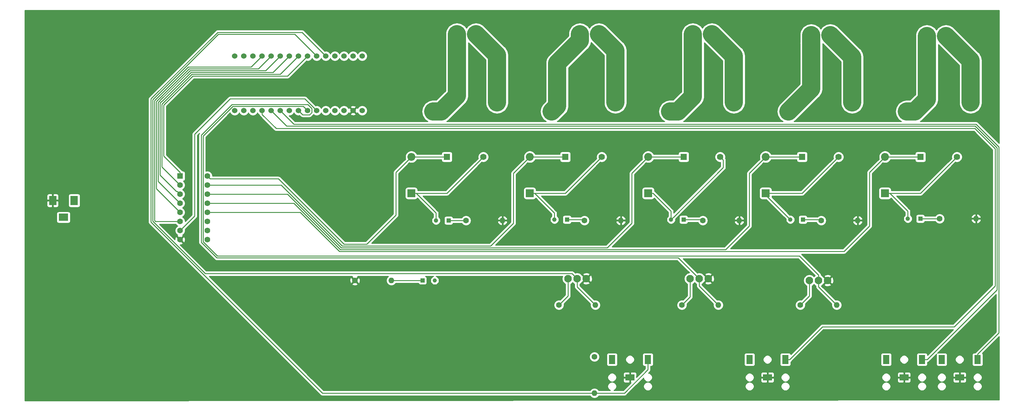
<source format=gtl>
G04 #@! TF.GenerationSoftware,KiCad,Pcbnew,5.1.5-52549c5~84~ubuntu18.04.1*
G04 #@! TF.CreationDate,2020-02-05T02:02:32-05:00*
G04 #@! TF.ProjectId,cropdroid-room,63726f70-6472-46f6-9964-2d726f6f6d2e,v0.1a*
G04 #@! TF.SameCoordinates,Original*
G04 #@! TF.FileFunction,Copper,L1,Top*
G04 #@! TF.FilePolarity,Positive*
%FSLAX46Y46*%
G04 Gerber Fmt 4.6, Leading zero omitted, Abs format (unit mm)*
G04 Created by KiCad (PCBNEW 5.1.5-52549c5~84~ubuntu18.04.1) date 2020-02-05 02:02:32*
%MOMM*%
%LPD*%
G04 APERTURE LIST*
%ADD10C,3.290000*%
%ADD11C,3.090000*%
%ADD12R,1.760000X1.760000*%
%ADD13C,1.760000*%
%ADD14C,1.530000*%
%ADD15O,1.600000X1.600000*%
%ADD16C,1.600000*%
%ADD17R,1.600000X1.600000*%
%ADD18C,2.100000*%
%ADD19C,2.500000*%
%ADD20R,2.500000X2.500000*%
%ADD21R,2.000000X2.600000*%
%ADD22R,2.600000X2.000000*%
%ADD23C,1.158000*%
%ADD24R,1.158000X1.158000*%
%ADD25C,1.230000*%
%ADD26R,1.230000X1.230000*%
%ADD27O,2.200000X2.200000*%
%ADD28R,2.200000X2.200000*%
%ADD29R,2.500000X1.800000*%
%ADD30R,1.800000X2.500000*%
%ADD31C,0.254000*%
%ADD32C,5.080000*%
G04 APERTURE END LIST*
D10*
X243332000Y-38354000D03*
D11*
X225552000Y-40894000D03*
D12*
X229362000Y-53594000D03*
D13*
X239522000Y-53594000D03*
D14*
X71120000Y-40640000D03*
X73660000Y-40640000D03*
X76200000Y-40640000D03*
X78740000Y-40640000D03*
X81280000Y-40640000D03*
X83820000Y-40640000D03*
X86360000Y-40640000D03*
X88900000Y-40640000D03*
X91440000Y-40640000D03*
X93980000Y-40640000D03*
X96520000Y-40640000D03*
X99060000Y-40640000D03*
X101600000Y-40640000D03*
X104140000Y-40640000D03*
X106680000Y-40640000D03*
X71120000Y-25400000D03*
X73660000Y-25400000D03*
X76200000Y-25400000D03*
X78740000Y-25400000D03*
X81280000Y-25400000D03*
X83820000Y-25400000D03*
X86360000Y-25400000D03*
X88900000Y-25400000D03*
X91440000Y-25400000D03*
X93980000Y-25400000D03*
X96520000Y-25400000D03*
X99060000Y-25400000D03*
X101600000Y-25400000D03*
X104140000Y-25400000D03*
X106680000Y-25400000D03*
D15*
X239014000Y-94996000D03*
D16*
X228854000Y-94996000D03*
D15*
X205994000Y-94996000D03*
D16*
X195834000Y-94996000D03*
D15*
X171704000Y-94996000D03*
D16*
X161544000Y-94996000D03*
D15*
X114808000Y-88138000D03*
D16*
X104648000Y-88138000D03*
D15*
X171450000Y-119634000D03*
D16*
X171450000Y-109474000D03*
D15*
X277876000Y-70866000D03*
D16*
X267716000Y-70866000D03*
D15*
X244856000Y-71374000D03*
D16*
X234696000Y-71374000D03*
D15*
X211836000Y-71374000D03*
D16*
X201676000Y-71374000D03*
D15*
X178816000Y-71374000D03*
D16*
X168656000Y-71374000D03*
D15*
X145796000Y-71374000D03*
D16*
X135636000Y-71374000D03*
X63500000Y-76708000D03*
X55880000Y-76708000D03*
X63500000Y-58928000D03*
X63500000Y-61468000D03*
X63500000Y-64008000D03*
X63500000Y-66548000D03*
X63500000Y-69088000D03*
X63500000Y-71628000D03*
X63500000Y-74168000D03*
X55880000Y-74168000D03*
X55880000Y-71628000D03*
X55880000Y-69088000D03*
X55880000Y-66548000D03*
X55880000Y-64008000D03*
X55880000Y-61468000D03*
D17*
X55880000Y-58928000D03*
D10*
X276352000Y-38354000D03*
D11*
X258572000Y-40894000D03*
D12*
X262382000Y-53594000D03*
D13*
X272542000Y-53594000D03*
D10*
X210312000Y-38354000D03*
D11*
X192532000Y-40894000D03*
D12*
X196342000Y-53594000D03*
D13*
X206502000Y-53594000D03*
D10*
X177292000Y-38354000D03*
D11*
X159512000Y-40894000D03*
D12*
X163322000Y-53594000D03*
D13*
X173482000Y-53594000D03*
D10*
X144272000Y-38354000D03*
D11*
X126492000Y-40894000D03*
D12*
X130302000Y-53594000D03*
D13*
X140462000Y-53594000D03*
D18*
X236474000Y-88138000D03*
X233934000Y-88138000D03*
X231394000Y-88138000D03*
X203200000Y-87630000D03*
X200660000Y-87630000D03*
X198120000Y-87630000D03*
X169164000Y-87630000D03*
X166624000Y-87630000D03*
X164084000Y-87630000D03*
D19*
X264494000Y-19812000D03*
D20*
X269494000Y-19812000D03*
D19*
X232236000Y-19558000D03*
D20*
X237236000Y-19558000D03*
D19*
X199216000Y-19304000D03*
D20*
X204216000Y-19304000D03*
D19*
X167720000Y-19304000D03*
D20*
X172720000Y-19304000D03*
D21*
X20368000Y-65786000D03*
X26368000Y-65786000D03*
D22*
X23368000Y-70486000D03*
D19*
X133430000Y-19304000D03*
D20*
X138430000Y-19304000D03*
D23*
X126922000Y-88138000D03*
D24*
X123522000Y-88138000D03*
D25*
X258854000Y-70866000D03*
D26*
X262354000Y-70866000D03*
D27*
X252476000Y-53594000D03*
D28*
X252476000Y-63754000D03*
D25*
X226088000Y-71120000D03*
D26*
X229588000Y-71120000D03*
D27*
X219202000Y-53594000D03*
D28*
X219202000Y-63754000D03*
D25*
X192814000Y-71120000D03*
D26*
X196314000Y-71120000D03*
D27*
X186436000Y-53594000D03*
D28*
X186436000Y-63754000D03*
D25*
X160302000Y-71120000D03*
D26*
X163802000Y-71120000D03*
D27*
X153416000Y-53594000D03*
D28*
X153416000Y-63754000D03*
D25*
X127282000Y-71374000D03*
D26*
X130782000Y-71374000D03*
D27*
X120396000Y-53594000D03*
D28*
X120396000Y-63754000D03*
D29*
X273304000Y-115236000D03*
D30*
X278304000Y-110236000D03*
X268304000Y-110236000D03*
D29*
X257810000Y-115236000D03*
D30*
X262810000Y-110236000D03*
X252810000Y-110236000D03*
D29*
X219710000Y-115236000D03*
D30*
X224710000Y-110236000D03*
X214710000Y-110236000D03*
D29*
X181356000Y-115236000D03*
D30*
X186356000Y-110236000D03*
X176356000Y-110236000D03*
D31*
X172581370Y-119634000D02*
X171450000Y-119634000D01*
X179793802Y-119634000D02*
X172581370Y-119634000D01*
X186356000Y-113071802D02*
X179793802Y-119634000D01*
X186356000Y-110236000D02*
X186356000Y-113071802D01*
X95755001Y-24635001D02*
X96520000Y-25400000D01*
X89915990Y-18795990D02*
X95755001Y-24635001D01*
X66337576Y-18795990D02*
X89915990Y-18795990D01*
X47751981Y-37381585D02*
X66337576Y-18795990D01*
X47751981Y-71794847D02*
X47751981Y-37381585D01*
X95591134Y-119634000D02*
X47751981Y-71794847D01*
X171450000Y-119634000D02*
X95591134Y-119634000D01*
X277622000Y-45676434D02*
X277578434Y-45720000D01*
X225864000Y-110236000D02*
X235008000Y-101092000D01*
X277622000Y-45720000D02*
X277622000Y-45676434D01*
X235008000Y-101092000D02*
X271780000Y-101092000D01*
X283210000Y-51308000D02*
X277622000Y-45720000D01*
X224710000Y-110236000D02*
X225864000Y-110236000D01*
X271780000Y-101092000D02*
X283210000Y-89662000D01*
X283210000Y-89662000D02*
X283210000Y-51308000D01*
X277622000Y-45676434D02*
X277495000Y-45549434D01*
X82694561Y-45676434D02*
X277622000Y-45676434D01*
X78740000Y-41721873D02*
X82694561Y-45676434D01*
X78740000Y-40640000D02*
X78740000Y-41721873D01*
X283718000Y-90736000D02*
X283718000Y-51054000D01*
X264218000Y-110236000D02*
X262810000Y-110236000D01*
X283718000Y-90736000D02*
X264218000Y-110236000D01*
X277622010Y-44958010D02*
X277876000Y-45212000D01*
X85598010Y-44958010D02*
X277622010Y-44958010D01*
X81280000Y-40640000D02*
X85598010Y-44958010D01*
X283717990Y-51053990D02*
X277876000Y-45212000D01*
X277876000Y-45212000D02*
X277622000Y-44958000D01*
X278304000Y-110236000D02*
X278304000Y-108732000D01*
X278304000Y-108732000D02*
X284226000Y-102810000D01*
X284226000Y-102810000D02*
X284226000Y-50800000D01*
X284226000Y-50800000D02*
X277876000Y-44450000D01*
X87630000Y-44450000D02*
X83820000Y-40640000D01*
X122936000Y-44450000D02*
X87630000Y-44450000D01*
X122936000Y-44450000D02*
X122682000Y-44450000D01*
X277876000Y-44450000D02*
X122936000Y-44450000D01*
X129168000Y-53594000D02*
X120396000Y-53594000D01*
X130302000Y-53594000D02*
X129168000Y-53594000D01*
X63500000Y-58928000D02*
X64299999Y-59727999D01*
X83349999Y-59727999D02*
X101599960Y-77977960D01*
X64299999Y-59727999D02*
X83349999Y-59727999D01*
X101599960Y-77977960D02*
X107950040Y-77977960D01*
X107950040Y-77977960D02*
X116078000Y-69850000D01*
X116078000Y-57912000D02*
X120396000Y-53594000D01*
X116078000Y-69850000D02*
X116078000Y-57912000D01*
X127282000Y-70504259D02*
X127282000Y-71374000D01*
X127282000Y-69286000D02*
X127282000Y-70504259D01*
X121750000Y-63754000D02*
X127282000Y-69286000D01*
X120396000Y-63754000D02*
X121750000Y-63754000D01*
X160302000Y-70250259D02*
X160302000Y-71120000D01*
X160302000Y-69286000D02*
X160302000Y-70250259D01*
X154770000Y-63754000D02*
X160302000Y-69286000D01*
X153416000Y-63754000D02*
X154770000Y-63754000D01*
X192814000Y-70250259D02*
X192814000Y-71120000D01*
X193428999Y-70505001D02*
X192814000Y-71120000D01*
X207381999Y-56552001D02*
X193428999Y-70505001D01*
X207381999Y-54473999D02*
X207381999Y-56552001D01*
X206502000Y-53594000D02*
X207381999Y-54473999D01*
X258854000Y-69996259D02*
X258854000Y-70866000D01*
X258854000Y-68778000D02*
X258854000Y-69996259D01*
X253830000Y-63754000D02*
X258854000Y-68778000D01*
X252476000Y-63754000D02*
X253830000Y-63754000D01*
X187790000Y-63754000D02*
X186436000Y-63754000D01*
X192814000Y-68778000D02*
X187790000Y-63754000D01*
X192814000Y-71120000D02*
X192814000Y-68778000D01*
X219202000Y-64234000D02*
X219202000Y-63754000D01*
X226088000Y-71120000D02*
X219202000Y-64234000D01*
X130302000Y-63754000D02*
X140462000Y-53594000D01*
X120396000Y-63754000D02*
X130302000Y-63754000D01*
X163322000Y-63754000D02*
X173482000Y-53594000D01*
X153416000Y-63754000D02*
X163322000Y-63754000D01*
X229362000Y-63754000D02*
X239522000Y-53594000D01*
X219202000Y-63754000D02*
X229362000Y-63754000D01*
X262382000Y-63754000D02*
X272542000Y-53594000D01*
X252476000Y-63754000D02*
X262382000Y-63754000D01*
X130782000Y-71374000D02*
X135636000Y-71374000D01*
X163322000Y-53594000D02*
X153416000Y-53594000D01*
X63500000Y-61468000D02*
X84074030Y-61468000D01*
X84074030Y-61468000D02*
X101092000Y-78485970D01*
X101092000Y-78485970D02*
X142494030Y-78485970D01*
X142494030Y-78485970D02*
X148844000Y-72136000D01*
X148844000Y-58166000D02*
X153416000Y-53594000D01*
X148844000Y-72136000D02*
X148844000Y-58166000D01*
X168402000Y-71120000D02*
X168656000Y-71374000D01*
X163802000Y-71120000D02*
X168402000Y-71120000D01*
X196342000Y-53594000D02*
X186436000Y-53594000D01*
X63500000Y-64008000D02*
X85808434Y-64008000D01*
X85808434Y-64008000D02*
X100794414Y-78993980D01*
X100794414Y-78993980D02*
X175006020Y-78993980D01*
X175006020Y-78993980D02*
X181864000Y-72136000D01*
X181864000Y-58166000D02*
X186436000Y-53594000D01*
X181864000Y-72136000D02*
X181864000Y-58166000D01*
X201422000Y-71120000D02*
X201676000Y-71374000D01*
X196314000Y-71120000D02*
X201422000Y-71120000D01*
X228228000Y-53594000D02*
X219202000Y-53594000D01*
X229362000Y-53594000D02*
X228228000Y-53594000D01*
X63500000Y-66548000D02*
X87630000Y-66548000D01*
X87630000Y-66548000D02*
X100583990Y-79501990D01*
X100583990Y-79501990D02*
X208026010Y-79501990D01*
X208026010Y-79501990D02*
X214630000Y-72898000D01*
X214630000Y-58166000D02*
X219202000Y-53594000D01*
X214630000Y-72898000D02*
X214630000Y-58166000D01*
X234442000Y-71120000D02*
X234696000Y-71374000D01*
X229588000Y-71120000D02*
X234442000Y-71120000D01*
X262382000Y-53594000D02*
X252476000Y-53594000D01*
X63500000Y-69088000D02*
X89408000Y-69088000D01*
X89408000Y-69088000D02*
X100330000Y-80010000D01*
X100330000Y-80010000D02*
X241046000Y-80010000D01*
X241046000Y-80010000D02*
X248158000Y-72898000D01*
X248158000Y-57912000D02*
X252476000Y-53594000D01*
X248158000Y-72898000D02*
X248158000Y-57912000D01*
X263223000Y-70866000D02*
X267716000Y-70866000D01*
X262354000Y-70866000D02*
X263223000Y-70866000D01*
X122689000Y-88138000D02*
X114808000Y-88138000D01*
X123522000Y-88138000D02*
X122689000Y-88138000D01*
D32*
X126492000Y-40894000D02*
X128676959Y-40894000D01*
X133095991Y-36474968D02*
X133095991Y-19304000D01*
X128676959Y-40894000D02*
X133095991Y-36474968D01*
X144272000Y-25146000D02*
X138430000Y-19304000D01*
X144272000Y-38354000D02*
X144272000Y-25146000D01*
X167385991Y-21082009D02*
X167385991Y-19304000D01*
X161056999Y-27411001D02*
X167385991Y-21082009D01*
X159512000Y-40894000D02*
X161056999Y-39349001D01*
X161056999Y-39349001D02*
X161056999Y-27411001D01*
X177292000Y-23876000D02*
X172720000Y-19304000D01*
X177292000Y-38354000D02*
X177292000Y-23876000D01*
X198881991Y-36728968D02*
X198881991Y-19304000D01*
X192532000Y-40894000D02*
X194716959Y-40894000D01*
X194716959Y-40894000D02*
X198881991Y-36728968D01*
X210312000Y-25400000D02*
X204216000Y-19304000D01*
X210312000Y-38354000D02*
X210312000Y-25400000D01*
X225552000Y-40894000D02*
X231902000Y-34544000D01*
X231901991Y-21767419D02*
X231901991Y-19558000D01*
X231902000Y-34544000D02*
X231902000Y-21767428D01*
X231902000Y-21767428D02*
X231901991Y-21767419D01*
X243332000Y-25654000D02*
X237236000Y-19558000D01*
X243332000Y-38354000D02*
X243332000Y-25654000D01*
X258572000Y-40894000D02*
X260756959Y-40894000D01*
X264159991Y-37490968D02*
X264159991Y-19812000D01*
X260756959Y-40894000D02*
X264159991Y-37490968D01*
X276352000Y-26670000D02*
X269494000Y-19812000D01*
X276352000Y-38354000D02*
X276352000Y-26670000D01*
D31*
X166624000Y-89916000D02*
X171704000Y-94996000D01*
X166624000Y-87630000D02*
X166624000Y-89916000D01*
X93215001Y-24635001D02*
X93980000Y-25400000D01*
X48259991Y-37635575D02*
X61641567Y-24253999D01*
X48259990Y-71584424D02*
X48259991Y-37635575D01*
X62874565Y-86198999D02*
X48259990Y-71584424D01*
X165192999Y-86198999D02*
X62874565Y-86198999D01*
X166624000Y-87630000D02*
X165192999Y-86198999D01*
X61641567Y-24253999D02*
X61641567Y-24210433D01*
X61641567Y-24210433D02*
X66548000Y-19304000D01*
X87884000Y-19304000D02*
X93980000Y-25400000D01*
X66548000Y-19304000D02*
X87884000Y-19304000D01*
X89664999Y-41404999D02*
X88900000Y-40640000D01*
X90046001Y-41786001D02*
X89664999Y-41404999D01*
X91990081Y-41786001D02*
X90046001Y-41786001D01*
X92586001Y-41190081D02*
X91990081Y-41786001D01*
X92586001Y-40089919D02*
X92586001Y-41190081D01*
X91482071Y-38985989D02*
X92586001Y-40089919D01*
X70359495Y-38985989D02*
X91482071Y-38985989D01*
X61810990Y-47534494D02*
X70359495Y-38985989D01*
X66113693Y-81788009D02*
X61810989Y-77485305D01*
X194818009Y-81788009D02*
X66113693Y-81788009D01*
X61810989Y-77485305D02*
X61810990Y-47534494D01*
X200660000Y-87630000D02*
X194818009Y-81788009D01*
X200660000Y-89662000D02*
X205994000Y-94996000D01*
X200660000Y-87630000D02*
X200660000Y-89662000D01*
X233934000Y-89916000D02*
X239014000Y-94996000D01*
X233934000Y-88138000D02*
X233934000Y-89916000D01*
X90293999Y-39493999D02*
X90675001Y-39875001D01*
X70569919Y-39493999D02*
X90293999Y-39493999D01*
X90675001Y-39875001D02*
X91440000Y-40640000D01*
X233934000Y-86614000D02*
X228600000Y-81280000D01*
X233934000Y-88138000D02*
X233934000Y-86614000D01*
X62318999Y-47744919D02*
X70569919Y-39493999D01*
X66324118Y-81280000D02*
X62318999Y-77274881D01*
X228600000Y-81280000D02*
X66324118Y-81280000D01*
X62318999Y-77274881D02*
X62318999Y-47744919D01*
X55880000Y-74168000D02*
X59944000Y-70104000D01*
X59944000Y-70104000D02*
X59944000Y-47244000D01*
X59944000Y-47244000D02*
X69850000Y-37338000D01*
X90678000Y-37338000D02*
X93980000Y-40640000D01*
X69850000Y-37338000D02*
X90678000Y-37338000D01*
X75692000Y-28448000D02*
X78740000Y-25400000D01*
X48768000Y-71374000D02*
X48768000Y-37846000D01*
X58166000Y-28448000D02*
X75692000Y-28448000D01*
X48768000Y-37846000D02*
X58166000Y-28448000D01*
X49022000Y-71628000D02*
X48768000Y-71374000D01*
X55880000Y-71628000D02*
X49022000Y-71628000D01*
X77723990Y-28956010D02*
X81280000Y-25400000D01*
X58419990Y-28956010D02*
X77723990Y-28956010D01*
X49276000Y-38100000D02*
X58419990Y-28956010D01*
X55880000Y-69088000D02*
X49276000Y-62484000D01*
X49276000Y-62484000D02*
X49276000Y-38100000D01*
X79755980Y-29464020D02*
X83820000Y-25400000D01*
X50292000Y-37846000D02*
X50292000Y-37802434D01*
X55880000Y-66548000D02*
X49784010Y-60452010D01*
X49784010Y-38353990D02*
X50292000Y-37846000D01*
X49784010Y-60452010D02*
X49784010Y-38353990D01*
X50292000Y-37802434D02*
X58630414Y-29464020D01*
X58630414Y-29464020D02*
X79755980Y-29464020D01*
X81787970Y-29972030D02*
X86360000Y-25400000D01*
X58927970Y-29972030D02*
X81787970Y-29972030D01*
X50843575Y-38056425D02*
X58927970Y-29972030D01*
X55080001Y-63208001D02*
X54826001Y-63208001D01*
X50292020Y-58674020D02*
X50292020Y-38564414D01*
X50800009Y-38056425D02*
X50843575Y-38056425D01*
X55880000Y-64008000D02*
X55080001Y-63208001D01*
X54826001Y-63208001D02*
X50292020Y-58674020D01*
X50292020Y-38564414D02*
X50800009Y-38056425D01*
X83819960Y-30480040D02*
X88900000Y-25400000D01*
X50800030Y-38861970D02*
X59181960Y-30480040D01*
X59181960Y-30480040D02*
X83819960Y-30480040D01*
X55880000Y-61468000D02*
X50800030Y-56388030D01*
X50800030Y-56388030D02*
X50800030Y-38861970D01*
X55880000Y-57874000D02*
X51308040Y-53302040D01*
X55880000Y-58928000D02*
X55880000Y-57874000D01*
X51308040Y-39115960D02*
X59435950Y-30988050D01*
X51308040Y-53302040D02*
X51308040Y-39115960D01*
X85851950Y-30988050D02*
X91440000Y-25400000D01*
X59435950Y-30988050D02*
X85851950Y-30988050D01*
X198120000Y-92710000D02*
X195834000Y-94996000D01*
X198120000Y-87630000D02*
X198120000Y-92710000D01*
X231394000Y-88138000D02*
X231394000Y-92456000D01*
X231394000Y-92456000D02*
X228854000Y-94996000D01*
X164084000Y-87630000D02*
X164084000Y-92456000D01*
X164084000Y-92456000D02*
X161544000Y-94996000D01*
G36*
X284328000Y-49824369D02*
G01*
X278441284Y-43937654D01*
X278417422Y-43908578D01*
X278301392Y-43813355D01*
X278169015Y-43742598D01*
X278025378Y-43699026D01*
X277913426Y-43688000D01*
X277913423Y-43688000D01*
X277876000Y-43684314D01*
X277838577Y-43688000D01*
X262265055Y-43688000D01*
X262529429Y-43546689D01*
X263012886Y-43149927D01*
X263112320Y-43028766D01*
X266294763Y-39846324D01*
X266415918Y-39746895D01*
X266812680Y-39263438D01*
X267107501Y-38711867D01*
X267289051Y-38113377D01*
X267334991Y-37646941D01*
X267334991Y-37646939D01*
X267350353Y-37490969D01*
X267334991Y-37334999D01*
X267334991Y-22143118D01*
X273177001Y-27985129D01*
X273177000Y-38509972D01*
X273222940Y-38976408D01*
X273404490Y-39574898D01*
X273699311Y-40126469D01*
X274096073Y-40609927D01*
X274579530Y-41006689D01*
X275131101Y-41301510D01*
X275729591Y-41483060D01*
X276352000Y-41544362D01*
X276974408Y-41483060D01*
X277572898Y-41301510D01*
X278124469Y-41006689D01*
X278607927Y-40609927D01*
X279004689Y-40126470D01*
X279299510Y-39574899D01*
X279481060Y-38976409D01*
X279527000Y-38509973D01*
X279527000Y-26825973D01*
X279542362Y-26670000D01*
X279481060Y-26047591D01*
X279299510Y-25449101D01*
X279004689Y-24897530D01*
X278953143Y-24834721D01*
X278607927Y-24414073D01*
X278486771Y-24314643D01*
X271628774Y-17456647D01*
X271266469Y-17159311D01*
X270714898Y-16864490D01*
X270116408Y-16682941D01*
X269494000Y-16621638D01*
X268871592Y-16682941D01*
X268273102Y-16864490D01*
X267721531Y-17159311D01*
X267238074Y-17556074D01*
X266841311Y-18039531D01*
X266826996Y-18066313D01*
X266812680Y-18039530D01*
X266415918Y-17556073D01*
X265932461Y-17159311D01*
X265380890Y-16864490D01*
X264782400Y-16682940D01*
X264159991Y-16621638D01*
X263537583Y-16682940D01*
X262939093Y-16864490D01*
X262387522Y-17159311D01*
X261904065Y-17556073D01*
X261507303Y-18039530D01*
X261212482Y-18591101D01*
X261030932Y-19189591D01*
X260984992Y-19656027D01*
X260984991Y-36175840D01*
X259441832Y-37719000D01*
X258416027Y-37719000D01*
X257949591Y-37764940D01*
X257351101Y-37946490D01*
X256799530Y-38241311D01*
X256316073Y-38638073D01*
X255919311Y-39121530D01*
X255624490Y-39673101D01*
X255442940Y-40271591D01*
X255381638Y-40894000D01*
X255442940Y-41516409D01*
X255624490Y-42114899D01*
X255919311Y-42666470D01*
X256316073Y-43149927D01*
X256799530Y-43546689D01*
X257063904Y-43688000D01*
X227060095Y-43688000D01*
X227324469Y-43546689D01*
X227686774Y-43249353D01*
X234036772Y-36899356D01*
X234157927Y-36799927D01*
X234388743Y-36518676D01*
X234554689Y-36316471D01*
X234849510Y-35764899D01*
X234927418Y-35508070D01*
X235031060Y-35166409D01*
X235077000Y-34699973D01*
X235077000Y-34699971D01*
X235092362Y-34544001D01*
X235077000Y-34388031D01*
X235077000Y-21923401D01*
X235080073Y-21892200D01*
X240157001Y-26969129D01*
X240157000Y-38509972D01*
X240202940Y-38976408D01*
X240384490Y-39574898D01*
X240679311Y-40126469D01*
X241076073Y-40609927D01*
X241559530Y-41006689D01*
X242111101Y-41301510D01*
X242709591Y-41483060D01*
X243332000Y-41544362D01*
X243954408Y-41483060D01*
X244552898Y-41301510D01*
X245104469Y-41006689D01*
X245587927Y-40609927D01*
X245984689Y-40126470D01*
X246279510Y-39574899D01*
X246461060Y-38976409D01*
X246507000Y-38509973D01*
X246507000Y-25809973D01*
X246522362Y-25654000D01*
X246461060Y-25031591D01*
X246279510Y-24433101D01*
X245984689Y-23881530D01*
X245941256Y-23828607D01*
X245587927Y-23398073D01*
X245466771Y-23298643D01*
X239370774Y-17202647D01*
X239008469Y-16905311D01*
X238456898Y-16610490D01*
X237858408Y-16428941D01*
X237236000Y-16367638D01*
X236613592Y-16428941D01*
X236015102Y-16610490D01*
X235463531Y-16905311D01*
X234980074Y-17302074D01*
X234583311Y-17785531D01*
X234568996Y-17812313D01*
X234554680Y-17785530D01*
X234157918Y-17302073D01*
X233674461Y-16905311D01*
X233122890Y-16610490D01*
X232524400Y-16428940D01*
X231901991Y-16367638D01*
X231279583Y-16428940D01*
X230681093Y-16610490D01*
X230129522Y-16905311D01*
X229646065Y-17302073D01*
X229249303Y-17785530D01*
X228954481Y-18337101D01*
X228772931Y-18935591D01*
X228726991Y-19402027D01*
X228726991Y-21611449D01*
X228711629Y-21767419D01*
X228726991Y-21923389D01*
X228726991Y-21923391D01*
X228727001Y-21923492D01*
X228727000Y-33228872D01*
X223196647Y-38759226D01*
X222899311Y-39121531D01*
X222604490Y-39673102D01*
X222422941Y-40271592D01*
X222361638Y-40894000D01*
X222422941Y-41516408D01*
X222604490Y-42114898D01*
X222899311Y-42666469D01*
X223296074Y-43149926D01*
X223779531Y-43546689D01*
X224043905Y-43688000D01*
X196225055Y-43688000D01*
X196489429Y-43546689D01*
X196972886Y-43149927D01*
X197072320Y-43028766D01*
X201016763Y-39084324D01*
X201137918Y-38984895D01*
X201534680Y-38501438D01*
X201829501Y-37949867D01*
X202011051Y-37351377D01*
X202056991Y-36884941D01*
X202056991Y-36884940D01*
X202072353Y-36728968D01*
X202056991Y-36572995D01*
X202056991Y-21635118D01*
X207137001Y-26715129D01*
X207137000Y-38509972D01*
X207182940Y-38976408D01*
X207364490Y-39574898D01*
X207659311Y-40126469D01*
X208056073Y-40609927D01*
X208539530Y-41006689D01*
X209091101Y-41301510D01*
X209689591Y-41483060D01*
X210312000Y-41544362D01*
X210934408Y-41483060D01*
X211532898Y-41301510D01*
X212084469Y-41006689D01*
X212567927Y-40609927D01*
X212964689Y-40126470D01*
X213259510Y-39574899D01*
X213441060Y-38976409D01*
X213487000Y-38509973D01*
X213487000Y-25555973D01*
X213502362Y-25400000D01*
X213441060Y-24777591D01*
X213259510Y-24179101D01*
X212964689Y-23627530D01*
X212898270Y-23546598D01*
X212567927Y-23144073D01*
X212446771Y-23044643D01*
X206350774Y-16948647D01*
X205988469Y-16651311D01*
X205436898Y-16356490D01*
X204838408Y-16174941D01*
X204216000Y-16113638D01*
X203593592Y-16174941D01*
X202995102Y-16356490D01*
X202443531Y-16651311D01*
X201960074Y-17048074D01*
X201563311Y-17531531D01*
X201548996Y-17558313D01*
X201534680Y-17531530D01*
X201137918Y-17048073D01*
X200654461Y-16651311D01*
X200102890Y-16356490D01*
X199504400Y-16174940D01*
X198881991Y-16113638D01*
X198259583Y-16174940D01*
X197661093Y-16356490D01*
X197109522Y-16651311D01*
X196626065Y-17048073D01*
X196229303Y-17531530D01*
X195934482Y-18083101D01*
X195752932Y-18681591D01*
X195706992Y-19148027D01*
X195706991Y-35413840D01*
X193401832Y-37719000D01*
X192376027Y-37719000D01*
X191909591Y-37764940D01*
X191311101Y-37946490D01*
X190759530Y-38241311D01*
X190276073Y-38638073D01*
X189879311Y-39121530D01*
X189584490Y-39673101D01*
X189402940Y-40271591D01*
X189341638Y-40894000D01*
X189402940Y-41516409D01*
X189584490Y-42114899D01*
X189879311Y-42666470D01*
X190276073Y-43149927D01*
X190759530Y-43546689D01*
X191023904Y-43688000D01*
X161020095Y-43688000D01*
X161284469Y-43546689D01*
X161646774Y-43249353D01*
X163191766Y-41704361D01*
X163312926Y-41604928D01*
X163709688Y-41121471D01*
X164004509Y-40569900D01*
X164186059Y-39971410D01*
X164231999Y-39504974D01*
X164231999Y-39504973D01*
X164247361Y-39349001D01*
X164231999Y-39193028D01*
X164231999Y-28726128D01*
X169520763Y-23437365D01*
X169641918Y-23337936D01*
X170038680Y-22854479D01*
X170333501Y-22302908D01*
X170515051Y-21704418D01*
X170525383Y-21599511D01*
X174117001Y-25191129D01*
X174117000Y-38509972D01*
X174162940Y-38976408D01*
X174344490Y-39574898D01*
X174639311Y-40126469D01*
X175036073Y-40609927D01*
X175519530Y-41006689D01*
X176071101Y-41301510D01*
X176669591Y-41483060D01*
X177292000Y-41544362D01*
X177914408Y-41483060D01*
X178512898Y-41301510D01*
X179064469Y-41006689D01*
X179547927Y-40609927D01*
X179944689Y-40126470D01*
X180239510Y-39574899D01*
X180421060Y-38976409D01*
X180467000Y-38509973D01*
X180467000Y-24031969D01*
X180482362Y-23875999D01*
X180466266Y-23712578D01*
X180421060Y-23253591D01*
X180239510Y-22655101D01*
X179944689Y-22103530D01*
X179547927Y-21620073D01*
X179426771Y-21520643D01*
X174854774Y-16948647D01*
X174492469Y-16651311D01*
X173940898Y-16356490D01*
X173342408Y-16174941D01*
X172720000Y-16113638D01*
X172097592Y-16174941D01*
X171499102Y-16356490D01*
X170947531Y-16651311D01*
X170464074Y-17048074D01*
X170067311Y-17531531D01*
X170052996Y-17558313D01*
X170038680Y-17531530D01*
X169641918Y-17048073D01*
X169158461Y-16651311D01*
X168606890Y-16356490D01*
X168008400Y-16174940D01*
X167385991Y-16113638D01*
X166763583Y-16174940D01*
X166165093Y-16356490D01*
X165613522Y-16651311D01*
X165130065Y-17048073D01*
X164733302Y-17531530D01*
X164438481Y-18083101D01*
X164256931Y-18681591D01*
X164210991Y-19148027D01*
X164210991Y-19766881D01*
X158922228Y-25055645D01*
X158801073Y-25155074D01*
X158611579Y-25385974D01*
X158404310Y-25638532D01*
X158109489Y-26190103D01*
X158019290Y-26487451D01*
X157963915Y-26670000D01*
X157927940Y-26788593D01*
X157866637Y-27411001D01*
X157882000Y-27566981D01*
X157881999Y-38033874D01*
X157156647Y-38759226D01*
X156859311Y-39121531D01*
X156564490Y-39673102D01*
X156382941Y-40271592D01*
X156321638Y-40894000D01*
X156382941Y-41516408D01*
X156564490Y-42114898D01*
X156859311Y-42666469D01*
X157256074Y-43149926D01*
X157739531Y-43546689D01*
X158003905Y-43688000D01*
X130185055Y-43688000D01*
X130449429Y-43546689D01*
X130932886Y-43149927D01*
X131032320Y-43028766D01*
X135230763Y-38830324D01*
X135351918Y-38730895D01*
X135748680Y-38247438D01*
X136043501Y-37695867D01*
X136225051Y-37097377D01*
X136270991Y-36630941D01*
X136270991Y-36630938D01*
X136286353Y-36474968D01*
X136270991Y-36318998D01*
X136270991Y-21635118D01*
X141097001Y-26461129D01*
X141097000Y-38509972D01*
X141142940Y-38976408D01*
X141324490Y-39574898D01*
X141619311Y-40126469D01*
X142016073Y-40609927D01*
X142499530Y-41006689D01*
X143051101Y-41301510D01*
X143649591Y-41483060D01*
X144272000Y-41544362D01*
X144894408Y-41483060D01*
X145492898Y-41301510D01*
X146044469Y-41006689D01*
X146527927Y-40609927D01*
X146924689Y-40126470D01*
X147219510Y-39574899D01*
X147401060Y-38976409D01*
X147447000Y-38509973D01*
X147447000Y-25301973D01*
X147462362Y-25146000D01*
X147401060Y-24523591D01*
X147219510Y-23925101D01*
X146924689Y-23373530D01*
X146895478Y-23337936D01*
X146527927Y-22890073D01*
X146406771Y-22790643D01*
X140564774Y-16948647D01*
X140202469Y-16651311D01*
X139650898Y-16356490D01*
X139052408Y-16174941D01*
X138430000Y-16113638D01*
X137807592Y-16174941D01*
X137209102Y-16356490D01*
X136657531Y-16651311D01*
X136174074Y-17048074D01*
X135777311Y-17531531D01*
X135762996Y-17558313D01*
X135748680Y-17531530D01*
X135351918Y-17048073D01*
X134868461Y-16651311D01*
X134316890Y-16356490D01*
X133718400Y-16174940D01*
X133095991Y-16113638D01*
X132473583Y-16174940D01*
X131875093Y-16356490D01*
X131323522Y-16651311D01*
X130840065Y-17048073D01*
X130443303Y-17531530D01*
X130148482Y-18083101D01*
X129966932Y-18681591D01*
X129920992Y-19148027D01*
X129920991Y-35159840D01*
X127361832Y-37719000D01*
X126336027Y-37719000D01*
X125869591Y-37764940D01*
X125271101Y-37946490D01*
X124719530Y-38241311D01*
X124236073Y-38638073D01*
X123839311Y-39121530D01*
X123544490Y-39673101D01*
X123362940Y-40271591D01*
X123301638Y-40894000D01*
X123362940Y-41516409D01*
X123544490Y-42114899D01*
X123839311Y-42666470D01*
X124236073Y-43149927D01*
X124719530Y-43546689D01*
X124983904Y-43688000D01*
X87945630Y-43688000D01*
X86297630Y-42040000D01*
X86497888Y-42040000D01*
X86768365Y-41986199D01*
X87023149Y-41880664D01*
X87252448Y-41727451D01*
X87447451Y-41532448D01*
X87600664Y-41303149D01*
X87630000Y-41232326D01*
X87659336Y-41303149D01*
X87812549Y-41532448D01*
X88007552Y-41727451D01*
X88236851Y-41880664D01*
X88491635Y-41986199D01*
X88762112Y-42040000D01*
X89037888Y-42040000D01*
X89191763Y-42009393D01*
X89480717Y-42298347D01*
X89504579Y-42327423D01*
X89620609Y-42422646D01*
X89752986Y-42493403D01*
X89896623Y-42536975D01*
X90008575Y-42548001D01*
X90008577Y-42548001D01*
X90046000Y-42551687D01*
X90083423Y-42548001D01*
X91952658Y-42548001D01*
X91990081Y-42551687D01*
X92027504Y-42548001D01*
X92027507Y-42548001D01*
X92139459Y-42536975D01*
X92283096Y-42493403D01*
X92415473Y-42422646D01*
X92531503Y-42327423D01*
X92555364Y-42298348D01*
X93098352Y-41755361D01*
X93112251Y-41743954D01*
X93316851Y-41880664D01*
X93571635Y-41986199D01*
X93842112Y-42040000D01*
X94117888Y-42040000D01*
X94388365Y-41986199D01*
X94643149Y-41880664D01*
X94872448Y-41727451D01*
X95067451Y-41532448D01*
X95220664Y-41303149D01*
X95250000Y-41232326D01*
X95279336Y-41303149D01*
X95432549Y-41532448D01*
X95627552Y-41727451D01*
X95856851Y-41880664D01*
X96111635Y-41986199D01*
X96382112Y-42040000D01*
X96657888Y-42040000D01*
X96928365Y-41986199D01*
X97183149Y-41880664D01*
X97412448Y-41727451D01*
X97607451Y-41532448D01*
X97760664Y-41303149D01*
X97790000Y-41232326D01*
X97819336Y-41303149D01*
X97972549Y-41532448D01*
X98167552Y-41727451D01*
X98396851Y-41880664D01*
X98651635Y-41986199D01*
X98922112Y-42040000D01*
X99197888Y-42040000D01*
X99468365Y-41986199D01*
X99723149Y-41880664D01*
X99952448Y-41727451D01*
X100147451Y-41532448D01*
X100300664Y-41303149D01*
X100330000Y-41232326D01*
X100359336Y-41303149D01*
X100512549Y-41532448D01*
X100707552Y-41727451D01*
X100936851Y-41880664D01*
X101191635Y-41986199D01*
X101462112Y-42040000D01*
X101737888Y-42040000D01*
X102008365Y-41986199D01*
X102263149Y-41880664D01*
X102492448Y-41727451D01*
X102612192Y-41607707D01*
X103351898Y-41607707D01*
X103419240Y-41848106D01*
X103668780Y-41965506D01*
X103936427Y-42031967D01*
X104211899Y-42044936D01*
X104484607Y-42003914D01*
X104744072Y-41910478D01*
X104860760Y-41848106D01*
X104928102Y-41607707D01*
X104140000Y-40819605D01*
X103351898Y-41607707D01*
X102612192Y-41607707D01*
X102687451Y-41532448D01*
X102840664Y-41303149D01*
X102867482Y-41238406D01*
X102869522Y-41244072D01*
X102931894Y-41360760D01*
X103172293Y-41428102D01*
X103960395Y-40640000D01*
X104319605Y-40640000D01*
X105107707Y-41428102D01*
X105348106Y-41360760D01*
X105409312Y-41230664D01*
X105439336Y-41303149D01*
X105592549Y-41532448D01*
X105787552Y-41727451D01*
X106016851Y-41880664D01*
X106271635Y-41986199D01*
X106542112Y-42040000D01*
X106817888Y-42040000D01*
X107088365Y-41986199D01*
X107343149Y-41880664D01*
X107572448Y-41727451D01*
X107767451Y-41532448D01*
X107920664Y-41303149D01*
X108026199Y-41048365D01*
X108080000Y-40777888D01*
X108080000Y-40502112D01*
X108026199Y-40231635D01*
X107920664Y-39976851D01*
X107767451Y-39747552D01*
X107572448Y-39552549D01*
X107343149Y-39399336D01*
X107088365Y-39293801D01*
X106817888Y-39240000D01*
X106542112Y-39240000D01*
X106271635Y-39293801D01*
X106016851Y-39399336D01*
X105787552Y-39552549D01*
X105592549Y-39747552D01*
X105439336Y-39976851D01*
X105412518Y-40041594D01*
X105410478Y-40035928D01*
X105348106Y-39919240D01*
X105107707Y-39851898D01*
X104319605Y-40640000D01*
X103960395Y-40640000D01*
X103172293Y-39851898D01*
X102931894Y-39919240D01*
X102870688Y-40049336D01*
X102840664Y-39976851D01*
X102687451Y-39747552D01*
X102612192Y-39672293D01*
X103351898Y-39672293D01*
X104140000Y-40460395D01*
X104928102Y-39672293D01*
X104860760Y-39431894D01*
X104611220Y-39314494D01*
X104343573Y-39248033D01*
X104068101Y-39235064D01*
X103795393Y-39276086D01*
X103535928Y-39369522D01*
X103419240Y-39431894D01*
X103351898Y-39672293D01*
X102612192Y-39672293D01*
X102492448Y-39552549D01*
X102263149Y-39399336D01*
X102008365Y-39293801D01*
X101737888Y-39240000D01*
X101462112Y-39240000D01*
X101191635Y-39293801D01*
X100936851Y-39399336D01*
X100707552Y-39552549D01*
X100512549Y-39747552D01*
X100359336Y-39976851D01*
X100330000Y-40047674D01*
X100300664Y-39976851D01*
X100147451Y-39747552D01*
X99952448Y-39552549D01*
X99723149Y-39399336D01*
X99468365Y-39293801D01*
X99197888Y-39240000D01*
X98922112Y-39240000D01*
X98651635Y-39293801D01*
X98396851Y-39399336D01*
X98167552Y-39552549D01*
X97972549Y-39747552D01*
X97819336Y-39976851D01*
X97790000Y-40047674D01*
X97760664Y-39976851D01*
X97607451Y-39747552D01*
X97412448Y-39552549D01*
X97183149Y-39399336D01*
X96928365Y-39293801D01*
X96657888Y-39240000D01*
X96382112Y-39240000D01*
X96111635Y-39293801D01*
X95856851Y-39399336D01*
X95627552Y-39552549D01*
X95432549Y-39747552D01*
X95279336Y-39976851D01*
X95250000Y-40047674D01*
X95220664Y-39976851D01*
X95067451Y-39747552D01*
X94872448Y-39552549D01*
X94643149Y-39399336D01*
X94388365Y-39293801D01*
X94117888Y-39240000D01*
X93842112Y-39240000D01*
X93688238Y-39270607D01*
X91243284Y-36825654D01*
X91219422Y-36796578D01*
X91103392Y-36701355D01*
X90971015Y-36630598D01*
X90827378Y-36587026D01*
X90715426Y-36576000D01*
X90715423Y-36576000D01*
X90678000Y-36572314D01*
X90640577Y-36576000D01*
X69887423Y-36576000D01*
X69850000Y-36572314D01*
X69812577Y-36576000D01*
X69812574Y-36576000D01*
X69700622Y-36587026D01*
X69556985Y-36630598D01*
X69495364Y-36663535D01*
X69424607Y-36701355D01*
X69390961Y-36728968D01*
X69308578Y-36796578D01*
X69284716Y-36825654D01*
X59431649Y-46678721D01*
X59402579Y-46702578D01*
X59378722Y-46731648D01*
X59378721Y-46731649D01*
X59307355Y-46818608D01*
X59236599Y-46950985D01*
X59193027Y-47094622D01*
X59178314Y-47244000D01*
X59182001Y-47281433D01*
X59182000Y-69788369D01*
X57315000Y-71655370D01*
X57315000Y-71486665D01*
X57259853Y-71209426D01*
X57151680Y-70948273D01*
X56994637Y-70713241D01*
X56794759Y-70513363D01*
X56562241Y-70358000D01*
X56794759Y-70202637D01*
X56994637Y-70002759D01*
X57151680Y-69767727D01*
X57259853Y-69506574D01*
X57315000Y-69229335D01*
X57315000Y-68946665D01*
X57259853Y-68669426D01*
X57151680Y-68408273D01*
X56994637Y-68173241D01*
X56794759Y-67973363D01*
X56562241Y-67818000D01*
X56794759Y-67662637D01*
X56994637Y-67462759D01*
X57151680Y-67227727D01*
X57259853Y-66966574D01*
X57315000Y-66689335D01*
X57315000Y-66406665D01*
X57259853Y-66129426D01*
X57151680Y-65868273D01*
X56994637Y-65633241D01*
X56794759Y-65433363D01*
X56562241Y-65278000D01*
X56794759Y-65122637D01*
X56994637Y-64922759D01*
X57151680Y-64687727D01*
X57259853Y-64426574D01*
X57315000Y-64149335D01*
X57315000Y-63866665D01*
X57259853Y-63589426D01*
X57151680Y-63328273D01*
X56994637Y-63093241D01*
X56794759Y-62893363D01*
X56562241Y-62738000D01*
X56794759Y-62582637D01*
X56994637Y-62382759D01*
X57151680Y-62147727D01*
X57259853Y-61886574D01*
X57315000Y-61609335D01*
X57315000Y-61326665D01*
X57259853Y-61049426D01*
X57151680Y-60788273D01*
X56994637Y-60553241D01*
X56796039Y-60354643D01*
X56804482Y-60353812D01*
X56924180Y-60317502D01*
X57034494Y-60258537D01*
X57131185Y-60179185D01*
X57210537Y-60082494D01*
X57269502Y-59972180D01*
X57305812Y-59852482D01*
X57318072Y-59728000D01*
X57318072Y-58128000D01*
X57305812Y-58003518D01*
X57269502Y-57883820D01*
X57210537Y-57773506D01*
X57131185Y-57676815D01*
X57034494Y-57597463D01*
X56924180Y-57538498D01*
X56804482Y-57502188D01*
X56680000Y-57489928D01*
X56538731Y-57489928D01*
X56516645Y-57448607D01*
X56445279Y-57361648D01*
X56421422Y-57332578D01*
X56392352Y-57308721D01*
X52070040Y-52986410D01*
X52070040Y-39431590D01*
X59751580Y-31750050D01*
X85814527Y-31750050D01*
X85851950Y-31753736D01*
X85889373Y-31750050D01*
X85889376Y-31750050D01*
X86001328Y-31739024D01*
X86144965Y-31695452D01*
X86277342Y-31624695D01*
X86393372Y-31529472D01*
X86417234Y-31500396D01*
X91148238Y-26769393D01*
X91302112Y-26800000D01*
X91577888Y-26800000D01*
X91848365Y-26746199D01*
X92103149Y-26640664D01*
X92332448Y-26487451D01*
X92527451Y-26292448D01*
X92680664Y-26063149D01*
X92710000Y-25992326D01*
X92739336Y-26063149D01*
X92892549Y-26292448D01*
X93087552Y-26487451D01*
X93316851Y-26640664D01*
X93571635Y-26746199D01*
X93842112Y-26800000D01*
X94117888Y-26800000D01*
X94388365Y-26746199D01*
X94643149Y-26640664D01*
X94872448Y-26487451D01*
X95067451Y-26292448D01*
X95220664Y-26063149D01*
X95250000Y-25992326D01*
X95279336Y-26063149D01*
X95432549Y-26292448D01*
X95627552Y-26487451D01*
X95856851Y-26640664D01*
X96111635Y-26746199D01*
X96382112Y-26800000D01*
X96657888Y-26800000D01*
X96928365Y-26746199D01*
X97183149Y-26640664D01*
X97412448Y-26487451D01*
X97607451Y-26292448D01*
X97760664Y-26063149D01*
X97790000Y-25992326D01*
X97819336Y-26063149D01*
X97972549Y-26292448D01*
X98167552Y-26487451D01*
X98396851Y-26640664D01*
X98651635Y-26746199D01*
X98922112Y-26800000D01*
X99197888Y-26800000D01*
X99468365Y-26746199D01*
X99723149Y-26640664D01*
X99952448Y-26487451D01*
X100147451Y-26292448D01*
X100300664Y-26063149D01*
X100330000Y-25992326D01*
X100359336Y-26063149D01*
X100512549Y-26292448D01*
X100707552Y-26487451D01*
X100936851Y-26640664D01*
X101191635Y-26746199D01*
X101462112Y-26800000D01*
X101737888Y-26800000D01*
X102008365Y-26746199D01*
X102263149Y-26640664D01*
X102492448Y-26487451D01*
X102687451Y-26292448D01*
X102840664Y-26063149D01*
X102870000Y-25992326D01*
X102899336Y-26063149D01*
X103052549Y-26292448D01*
X103247552Y-26487451D01*
X103476851Y-26640664D01*
X103731635Y-26746199D01*
X104002112Y-26800000D01*
X104277888Y-26800000D01*
X104548365Y-26746199D01*
X104803149Y-26640664D01*
X105032448Y-26487451D01*
X105227451Y-26292448D01*
X105380664Y-26063149D01*
X105410000Y-25992326D01*
X105439336Y-26063149D01*
X105592549Y-26292448D01*
X105787552Y-26487451D01*
X106016851Y-26640664D01*
X106271635Y-26746199D01*
X106542112Y-26800000D01*
X106817888Y-26800000D01*
X107088365Y-26746199D01*
X107343149Y-26640664D01*
X107572448Y-26487451D01*
X107767451Y-26292448D01*
X107920664Y-26063149D01*
X108026199Y-25808365D01*
X108080000Y-25537888D01*
X108080000Y-25262112D01*
X108026199Y-24991635D01*
X107920664Y-24736851D01*
X107767451Y-24507552D01*
X107572448Y-24312549D01*
X107343149Y-24159336D01*
X107088365Y-24053801D01*
X106817888Y-24000000D01*
X106542112Y-24000000D01*
X106271635Y-24053801D01*
X106016851Y-24159336D01*
X105787552Y-24312549D01*
X105592549Y-24507552D01*
X105439336Y-24736851D01*
X105410000Y-24807674D01*
X105380664Y-24736851D01*
X105227451Y-24507552D01*
X105032448Y-24312549D01*
X104803149Y-24159336D01*
X104548365Y-24053801D01*
X104277888Y-24000000D01*
X104002112Y-24000000D01*
X103731635Y-24053801D01*
X103476851Y-24159336D01*
X103247552Y-24312549D01*
X103052549Y-24507552D01*
X102899336Y-24736851D01*
X102870000Y-24807674D01*
X102840664Y-24736851D01*
X102687451Y-24507552D01*
X102492448Y-24312549D01*
X102263149Y-24159336D01*
X102008365Y-24053801D01*
X101737888Y-24000000D01*
X101462112Y-24000000D01*
X101191635Y-24053801D01*
X100936851Y-24159336D01*
X100707552Y-24312549D01*
X100512549Y-24507552D01*
X100359336Y-24736851D01*
X100330000Y-24807674D01*
X100300664Y-24736851D01*
X100147451Y-24507552D01*
X99952448Y-24312549D01*
X99723149Y-24159336D01*
X99468365Y-24053801D01*
X99197888Y-24000000D01*
X98922112Y-24000000D01*
X98651635Y-24053801D01*
X98396851Y-24159336D01*
X98167552Y-24312549D01*
X97972549Y-24507552D01*
X97819336Y-24736851D01*
X97790000Y-24807674D01*
X97760664Y-24736851D01*
X97607451Y-24507552D01*
X97412448Y-24312549D01*
X97183149Y-24159336D01*
X96928365Y-24053801D01*
X96657888Y-24000000D01*
X96382112Y-24000000D01*
X96228237Y-24030607D01*
X90481274Y-18283644D01*
X90457412Y-18254568D01*
X90341382Y-18159345D01*
X90209005Y-18088588D01*
X90065368Y-18045016D01*
X89953416Y-18033990D01*
X89953413Y-18033990D01*
X89915990Y-18030304D01*
X89878567Y-18033990D01*
X66374999Y-18033990D01*
X66337576Y-18030304D01*
X66300153Y-18033990D01*
X66300150Y-18033990D01*
X66188198Y-18045016D01*
X66044561Y-18088588D01*
X65982940Y-18121525D01*
X65912183Y-18159345D01*
X65882729Y-18183518D01*
X65796154Y-18254568D01*
X65772292Y-18283644D01*
X47239630Y-36816306D01*
X47210560Y-36840163D01*
X47186703Y-36869233D01*
X47186702Y-36869234D01*
X47115336Y-36956193D01*
X47044580Y-37088570D01*
X47001008Y-37232207D01*
X46986295Y-37381585D01*
X46989982Y-37419018D01*
X46989981Y-71757424D01*
X46986295Y-71794847D01*
X46989981Y-71832270D01*
X46989981Y-71832272D01*
X47001007Y-71944224D01*
X47044579Y-72087861D01*
X47068340Y-72132314D01*
X47115336Y-72220239D01*
X47136357Y-72245853D01*
X47210559Y-72336269D01*
X47239635Y-72360131D01*
X95025855Y-120146352D01*
X95049712Y-120175422D01*
X95078782Y-120199279D01*
X95165741Y-120270645D01*
X95236498Y-120308465D01*
X95298119Y-120341402D01*
X95441756Y-120384974D01*
X95553708Y-120396000D01*
X95553711Y-120396000D01*
X95591134Y-120399686D01*
X95628557Y-120396000D01*
X170233293Y-120396000D01*
X170335363Y-120548759D01*
X170535241Y-120748637D01*
X170770273Y-120905680D01*
X171031426Y-121013853D01*
X171308665Y-121069000D01*
X171591335Y-121069000D01*
X171868574Y-121013853D01*
X172129727Y-120905680D01*
X172364759Y-120748637D01*
X172564637Y-120548759D01*
X172666707Y-120396000D01*
X179756379Y-120396000D01*
X179793802Y-120399686D01*
X179831225Y-120396000D01*
X179831228Y-120396000D01*
X179943180Y-120384974D01*
X180086817Y-120341402D01*
X180219194Y-120270645D01*
X180335224Y-120175422D01*
X180359086Y-120146346D01*
X182891069Y-117614363D01*
X185121000Y-117614363D01*
X185121000Y-117857637D01*
X185168460Y-118096236D01*
X185261557Y-118320992D01*
X185396713Y-118523267D01*
X185568733Y-118695287D01*
X185771008Y-118830443D01*
X185995764Y-118923540D01*
X186234363Y-118971000D01*
X186477637Y-118971000D01*
X186716236Y-118923540D01*
X186940992Y-118830443D01*
X187143267Y-118695287D01*
X187315287Y-118523267D01*
X187450443Y-118320992D01*
X187543540Y-118096236D01*
X187591000Y-117857637D01*
X187591000Y-117614363D01*
X213475000Y-117614363D01*
X213475000Y-117857637D01*
X213522460Y-118096236D01*
X213615557Y-118320992D01*
X213750713Y-118523267D01*
X213922733Y-118695287D01*
X214125008Y-118830443D01*
X214349764Y-118923540D01*
X214588363Y-118971000D01*
X214831637Y-118971000D01*
X215070236Y-118923540D01*
X215294992Y-118830443D01*
X215497267Y-118695287D01*
X215669287Y-118523267D01*
X215804443Y-118320992D01*
X215897540Y-118096236D01*
X215945000Y-117857637D01*
X215945000Y-117614363D01*
X223475000Y-117614363D01*
X223475000Y-117857637D01*
X223522460Y-118096236D01*
X223615557Y-118320992D01*
X223750713Y-118523267D01*
X223922733Y-118695287D01*
X224125008Y-118830443D01*
X224349764Y-118923540D01*
X224588363Y-118971000D01*
X224831637Y-118971000D01*
X225070236Y-118923540D01*
X225294992Y-118830443D01*
X225497267Y-118695287D01*
X225669287Y-118523267D01*
X225804443Y-118320992D01*
X225897540Y-118096236D01*
X225945000Y-117857637D01*
X225945000Y-117614363D01*
X251575000Y-117614363D01*
X251575000Y-117857637D01*
X251622460Y-118096236D01*
X251715557Y-118320992D01*
X251850713Y-118523267D01*
X252022733Y-118695287D01*
X252225008Y-118830443D01*
X252449764Y-118923540D01*
X252688363Y-118971000D01*
X252931637Y-118971000D01*
X253170236Y-118923540D01*
X253394992Y-118830443D01*
X253597267Y-118695287D01*
X253769287Y-118523267D01*
X253904443Y-118320992D01*
X253997540Y-118096236D01*
X254045000Y-117857637D01*
X254045000Y-117614363D01*
X261575000Y-117614363D01*
X261575000Y-117857637D01*
X261622460Y-118096236D01*
X261715557Y-118320992D01*
X261850713Y-118523267D01*
X262022733Y-118695287D01*
X262225008Y-118830443D01*
X262449764Y-118923540D01*
X262688363Y-118971000D01*
X262931637Y-118971000D01*
X263170236Y-118923540D01*
X263394992Y-118830443D01*
X263597267Y-118695287D01*
X263769287Y-118523267D01*
X263904443Y-118320992D01*
X263997540Y-118096236D01*
X264045000Y-117857637D01*
X264045000Y-117614363D01*
X267069000Y-117614363D01*
X267069000Y-117857637D01*
X267116460Y-118096236D01*
X267209557Y-118320992D01*
X267344713Y-118523267D01*
X267516733Y-118695287D01*
X267719008Y-118830443D01*
X267943764Y-118923540D01*
X268182363Y-118971000D01*
X268425637Y-118971000D01*
X268664236Y-118923540D01*
X268888992Y-118830443D01*
X269091267Y-118695287D01*
X269263287Y-118523267D01*
X269398443Y-118320992D01*
X269491540Y-118096236D01*
X269539000Y-117857637D01*
X269539000Y-117614363D01*
X277069000Y-117614363D01*
X277069000Y-117857637D01*
X277116460Y-118096236D01*
X277209557Y-118320992D01*
X277344713Y-118523267D01*
X277516733Y-118695287D01*
X277719008Y-118830443D01*
X277943764Y-118923540D01*
X278182363Y-118971000D01*
X278425637Y-118971000D01*
X278664236Y-118923540D01*
X278888992Y-118830443D01*
X279091267Y-118695287D01*
X279263287Y-118523267D01*
X279398443Y-118320992D01*
X279491540Y-118096236D01*
X279539000Y-117857637D01*
X279539000Y-117614363D01*
X279491540Y-117375764D01*
X279398443Y-117151008D01*
X279263287Y-116948733D01*
X279091267Y-116776713D01*
X278888992Y-116641557D01*
X278664236Y-116548460D01*
X278425637Y-116501000D01*
X278182363Y-116501000D01*
X277943764Y-116548460D01*
X277719008Y-116641557D01*
X277516733Y-116776713D01*
X277344713Y-116948733D01*
X277209557Y-117151008D01*
X277116460Y-117375764D01*
X277069000Y-117614363D01*
X269539000Y-117614363D01*
X269491540Y-117375764D01*
X269398443Y-117151008D01*
X269263287Y-116948733D01*
X269091267Y-116776713D01*
X268888992Y-116641557D01*
X268664236Y-116548460D01*
X268425637Y-116501000D01*
X268182363Y-116501000D01*
X267943764Y-116548460D01*
X267719008Y-116641557D01*
X267516733Y-116776713D01*
X267344713Y-116948733D01*
X267209557Y-117151008D01*
X267116460Y-117375764D01*
X267069000Y-117614363D01*
X264045000Y-117614363D01*
X263997540Y-117375764D01*
X263904443Y-117151008D01*
X263769287Y-116948733D01*
X263597267Y-116776713D01*
X263394992Y-116641557D01*
X263170236Y-116548460D01*
X262931637Y-116501000D01*
X262688363Y-116501000D01*
X262449764Y-116548460D01*
X262225008Y-116641557D01*
X262022733Y-116776713D01*
X261850713Y-116948733D01*
X261715557Y-117151008D01*
X261622460Y-117375764D01*
X261575000Y-117614363D01*
X254045000Y-117614363D01*
X253997540Y-117375764D01*
X253904443Y-117151008D01*
X253769287Y-116948733D01*
X253597267Y-116776713D01*
X253394992Y-116641557D01*
X253170236Y-116548460D01*
X252931637Y-116501000D01*
X252688363Y-116501000D01*
X252449764Y-116548460D01*
X252225008Y-116641557D01*
X252022733Y-116776713D01*
X251850713Y-116948733D01*
X251715557Y-117151008D01*
X251622460Y-117375764D01*
X251575000Y-117614363D01*
X225945000Y-117614363D01*
X225897540Y-117375764D01*
X225804443Y-117151008D01*
X225669287Y-116948733D01*
X225497267Y-116776713D01*
X225294992Y-116641557D01*
X225070236Y-116548460D01*
X224831637Y-116501000D01*
X224588363Y-116501000D01*
X224349764Y-116548460D01*
X224125008Y-116641557D01*
X223922733Y-116776713D01*
X223750713Y-116948733D01*
X223615557Y-117151008D01*
X223522460Y-117375764D01*
X223475000Y-117614363D01*
X215945000Y-117614363D01*
X215897540Y-117375764D01*
X215804443Y-117151008D01*
X215669287Y-116948733D01*
X215497267Y-116776713D01*
X215294992Y-116641557D01*
X215070236Y-116548460D01*
X214831637Y-116501000D01*
X214588363Y-116501000D01*
X214349764Y-116548460D01*
X214125008Y-116641557D01*
X213922733Y-116776713D01*
X213750713Y-116948733D01*
X213615557Y-117151008D01*
X213522460Y-117375764D01*
X213475000Y-117614363D01*
X187591000Y-117614363D01*
X187543540Y-117375764D01*
X187450443Y-117151008D01*
X187315287Y-116948733D01*
X187143267Y-116776713D01*
X186940992Y-116641557D01*
X186716236Y-116548460D01*
X186477637Y-116501000D01*
X186234363Y-116501000D01*
X185995764Y-116548460D01*
X185771008Y-116641557D01*
X185568733Y-116776713D01*
X185396713Y-116948733D01*
X185261557Y-117151008D01*
X185168460Y-117375764D01*
X185121000Y-117614363D01*
X182891069Y-117614363D01*
X185125446Y-115379987D01*
X185168460Y-115596236D01*
X185261557Y-115820992D01*
X185396713Y-116023267D01*
X185568733Y-116195287D01*
X185771008Y-116330443D01*
X185995764Y-116423540D01*
X186234363Y-116471000D01*
X186477637Y-116471000D01*
X186716236Y-116423540D01*
X186940992Y-116330443D01*
X187143267Y-116195287D01*
X187315287Y-116023267D01*
X187450443Y-115820992D01*
X187543540Y-115596236D01*
X187591000Y-115357637D01*
X187591000Y-115114363D01*
X213475000Y-115114363D01*
X213475000Y-115357637D01*
X213522460Y-115596236D01*
X213615557Y-115820992D01*
X213750713Y-116023267D01*
X213922733Y-116195287D01*
X214125008Y-116330443D01*
X214349764Y-116423540D01*
X214588363Y-116471000D01*
X214831637Y-116471000D01*
X215070236Y-116423540D01*
X215294992Y-116330443D01*
X215497267Y-116195287D01*
X215556554Y-116136000D01*
X217821928Y-116136000D01*
X217834188Y-116260482D01*
X217870498Y-116380180D01*
X217929463Y-116490494D01*
X218008815Y-116587185D01*
X218105506Y-116666537D01*
X218215820Y-116725502D01*
X218335518Y-116761812D01*
X218460000Y-116774072D01*
X219424250Y-116771000D01*
X219583000Y-116612250D01*
X219583000Y-115363000D01*
X219837000Y-115363000D01*
X219837000Y-116612250D01*
X219995750Y-116771000D01*
X220960000Y-116774072D01*
X221084482Y-116761812D01*
X221204180Y-116725502D01*
X221314494Y-116666537D01*
X221411185Y-116587185D01*
X221490537Y-116490494D01*
X221549502Y-116380180D01*
X221585812Y-116260482D01*
X221598072Y-116136000D01*
X221595000Y-115521750D01*
X221436250Y-115363000D01*
X219837000Y-115363000D01*
X219583000Y-115363000D01*
X217983750Y-115363000D01*
X217825000Y-115521750D01*
X217821928Y-116136000D01*
X215556554Y-116136000D01*
X215669287Y-116023267D01*
X215804443Y-115820992D01*
X215897540Y-115596236D01*
X215945000Y-115357637D01*
X215945000Y-115114363D01*
X223475000Y-115114363D01*
X223475000Y-115357637D01*
X223522460Y-115596236D01*
X223615557Y-115820992D01*
X223750713Y-116023267D01*
X223922733Y-116195287D01*
X224125008Y-116330443D01*
X224349764Y-116423540D01*
X224588363Y-116471000D01*
X224831637Y-116471000D01*
X225070236Y-116423540D01*
X225294992Y-116330443D01*
X225497267Y-116195287D01*
X225669287Y-116023267D01*
X225804443Y-115820992D01*
X225897540Y-115596236D01*
X225945000Y-115357637D01*
X225945000Y-115114363D01*
X251575000Y-115114363D01*
X251575000Y-115357637D01*
X251622460Y-115596236D01*
X251715557Y-115820992D01*
X251850713Y-116023267D01*
X252022733Y-116195287D01*
X252225008Y-116330443D01*
X252449764Y-116423540D01*
X252688363Y-116471000D01*
X252931637Y-116471000D01*
X253170236Y-116423540D01*
X253394992Y-116330443D01*
X253597267Y-116195287D01*
X253656554Y-116136000D01*
X255921928Y-116136000D01*
X255934188Y-116260482D01*
X255970498Y-116380180D01*
X256029463Y-116490494D01*
X256108815Y-116587185D01*
X256205506Y-116666537D01*
X256315820Y-116725502D01*
X256435518Y-116761812D01*
X256560000Y-116774072D01*
X257524250Y-116771000D01*
X257683000Y-116612250D01*
X257683000Y-115363000D01*
X257937000Y-115363000D01*
X257937000Y-116612250D01*
X258095750Y-116771000D01*
X259060000Y-116774072D01*
X259184482Y-116761812D01*
X259304180Y-116725502D01*
X259414494Y-116666537D01*
X259511185Y-116587185D01*
X259590537Y-116490494D01*
X259649502Y-116380180D01*
X259685812Y-116260482D01*
X259698072Y-116136000D01*
X259695000Y-115521750D01*
X259536250Y-115363000D01*
X257937000Y-115363000D01*
X257683000Y-115363000D01*
X256083750Y-115363000D01*
X255925000Y-115521750D01*
X255921928Y-116136000D01*
X253656554Y-116136000D01*
X253769287Y-116023267D01*
X253904443Y-115820992D01*
X253997540Y-115596236D01*
X254045000Y-115357637D01*
X254045000Y-115114363D01*
X261575000Y-115114363D01*
X261575000Y-115357637D01*
X261622460Y-115596236D01*
X261715557Y-115820992D01*
X261850713Y-116023267D01*
X262022733Y-116195287D01*
X262225008Y-116330443D01*
X262449764Y-116423540D01*
X262688363Y-116471000D01*
X262931637Y-116471000D01*
X263170236Y-116423540D01*
X263394992Y-116330443D01*
X263597267Y-116195287D01*
X263769287Y-116023267D01*
X263904443Y-115820992D01*
X263997540Y-115596236D01*
X264045000Y-115357637D01*
X264045000Y-115114363D01*
X267069000Y-115114363D01*
X267069000Y-115357637D01*
X267116460Y-115596236D01*
X267209557Y-115820992D01*
X267344713Y-116023267D01*
X267516733Y-116195287D01*
X267719008Y-116330443D01*
X267943764Y-116423540D01*
X268182363Y-116471000D01*
X268425637Y-116471000D01*
X268664236Y-116423540D01*
X268888992Y-116330443D01*
X269091267Y-116195287D01*
X269150554Y-116136000D01*
X271415928Y-116136000D01*
X271428188Y-116260482D01*
X271464498Y-116380180D01*
X271523463Y-116490494D01*
X271602815Y-116587185D01*
X271699506Y-116666537D01*
X271809820Y-116725502D01*
X271929518Y-116761812D01*
X272054000Y-116774072D01*
X273018250Y-116771000D01*
X273177000Y-116612250D01*
X273177000Y-115363000D01*
X273431000Y-115363000D01*
X273431000Y-116612250D01*
X273589750Y-116771000D01*
X274554000Y-116774072D01*
X274678482Y-116761812D01*
X274798180Y-116725502D01*
X274908494Y-116666537D01*
X275005185Y-116587185D01*
X275084537Y-116490494D01*
X275143502Y-116380180D01*
X275179812Y-116260482D01*
X275192072Y-116136000D01*
X275189000Y-115521750D01*
X275030250Y-115363000D01*
X273431000Y-115363000D01*
X273177000Y-115363000D01*
X271577750Y-115363000D01*
X271419000Y-115521750D01*
X271415928Y-116136000D01*
X269150554Y-116136000D01*
X269263287Y-116023267D01*
X269398443Y-115820992D01*
X269491540Y-115596236D01*
X269539000Y-115357637D01*
X269539000Y-115114363D01*
X277069000Y-115114363D01*
X277069000Y-115357637D01*
X277116460Y-115596236D01*
X277209557Y-115820992D01*
X277344713Y-116023267D01*
X277516733Y-116195287D01*
X277719008Y-116330443D01*
X277943764Y-116423540D01*
X278182363Y-116471000D01*
X278425637Y-116471000D01*
X278664236Y-116423540D01*
X278888992Y-116330443D01*
X279091267Y-116195287D01*
X279263287Y-116023267D01*
X279398443Y-115820992D01*
X279491540Y-115596236D01*
X279539000Y-115357637D01*
X279539000Y-115114363D01*
X279491540Y-114875764D01*
X279398443Y-114651008D01*
X279263287Y-114448733D01*
X279091267Y-114276713D01*
X278888992Y-114141557D01*
X278664236Y-114048460D01*
X278425637Y-114001000D01*
X278182363Y-114001000D01*
X277943764Y-114048460D01*
X277719008Y-114141557D01*
X277516733Y-114276713D01*
X277344713Y-114448733D01*
X277209557Y-114651008D01*
X277116460Y-114875764D01*
X277069000Y-115114363D01*
X269539000Y-115114363D01*
X269491540Y-114875764D01*
X269398443Y-114651008D01*
X269263287Y-114448733D01*
X269150554Y-114336000D01*
X271415928Y-114336000D01*
X271419000Y-114950250D01*
X271577750Y-115109000D01*
X273177000Y-115109000D01*
X273177000Y-113859750D01*
X273431000Y-113859750D01*
X273431000Y-115109000D01*
X275030250Y-115109000D01*
X275189000Y-114950250D01*
X275192072Y-114336000D01*
X275179812Y-114211518D01*
X275143502Y-114091820D01*
X275084537Y-113981506D01*
X275005185Y-113884815D01*
X274908494Y-113805463D01*
X274798180Y-113746498D01*
X274678482Y-113710188D01*
X274554000Y-113697928D01*
X273589750Y-113701000D01*
X273431000Y-113859750D01*
X273177000Y-113859750D01*
X273018250Y-113701000D01*
X272054000Y-113697928D01*
X271929518Y-113710188D01*
X271809820Y-113746498D01*
X271699506Y-113805463D01*
X271602815Y-113884815D01*
X271523463Y-113981506D01*
X271464498Y-114091820D01*
X271428188Y-114211518D01*
X271415928Y-114336000D01*
X269150554Y-114336000D01*
X269091267Y-114276713D01*
X268888992Y-114141557D01*
X268664236Y-114048460D01*
X268425637Y-114001000D01*
X268182363Y-114001000D01*
X267943764Y-114048460D01*
X267719008Y-114141557D01*
X267516733Y-114276713D01*
X267344713Y-114448733D01*
X267209557Y-114651008D01*
X267116460Y-114875764D01*
X267069000Y-115114363D01*
X264045000Y-115114363D01*
X263997540Y-114875764D01*
X263904443Y-114651008D01*
X263769287Y-114448733D01*
X263597267Y-114276713D01*
X263394992Y-114141557D01*
X263170236Y-114048460D01*
X262931637Y-114001000D01*
X262688363Y-114001000D01*
X262449764Y-114048460D01*
X262225008Y-114141557D01*
X262022733Y-114276713D01*
X261850713Y-114448733D01*
X261715557Y-114651008D01*
X261622460Y-114875764D01*
X261575000Y-115114363D01*
X254045000Y-115114363D01*
X253997540Y-114875764D01*
X253904443Y-114651008D01*
X253769287Y-114448733D01*
X253656554Y-114336000D01*
X255921928Y-114336000D01*
X255925000Y-114950250D01*
X256083750Y-115109000D01*
X257683000Y-115109000D01*
X257683000Y-113859750D01*
X257937000Y-113859750D01*
X257937000Y-115109000D01*
X259536250Y-115109000D01*
X259695000Y-114950250D01*
X259698072Y-114336000D01*
X259685812Y-114211518D01*
X259649502Y-114091820D01*
X259590537Y-113981506D01*
X259511185Y-113884815D01*
X259414494Y-113805463D01*
X259304180Y-113746498D01*
X259184482Y-113710188D01*
X259060000Y-113697928D01*
X258095750Y-113701000D01*
X257937000Y-113859750D01*
X257683000Y-113859750D01*
X257524250Y-113701000D01*
X256560000Y-113697928D01*
X256435518Y-113710188D01*
X256315820Y-113746498D01*
X256205506Y-113805463D01*
X256108815Y-113884815D01*
X256029463Y-113981506D01*
X255970498Y-114091820D01*
X255934188Y-114211518D01*
X255921928Y-114336000D01*
X253656554Y-114336000D01*
X253597267Y-114276713D01*
X253394992Y-114141557D01*
X253170236Y-114048460D01*
X252931637Y-114001000D01*
X252688363Y-114001000D01*
X252449764Y-114048460D01*
X252225008Y-114141557D01*
X252022733Y-114276713D01*
X251850713Y-114448733D01*
X251715557Y-114651008D01*
X251622460Y-114875764D01*
X251575000Y-115114363D01*
X225945000Y-115114363D01*
X225897540Y-114875764D01*
X225804443Y-114651008D01*
X225669287Y-114448733D01*
X225497267Y-114276713D01*
X225294992Y-114141557D01*
X225070236Y-114048460D01*
X224831637Y-114001000D01*
X224588363Y-114001000D01*
X224349764Y-114048460D01*
X224125008Y-114141557D01*
X223922733Y-114276713D01*
X223750713Y-114448733D01*
X223615557Y-114651008D01*
X223522460Y-114875764D01*
X223475000Y-115114363D01*
X215945000Y-115114363D01*
X215897540Y-114875764D01*
X215804443Y-114651008D01*
X215669287Y-114448733D01*
X215556554Y-114336000D01*
X217821928Y-114336000D01*
X217825000Y-114950250D01*
X217983750Y-115109000D01*
X219583000Y-115109000D01*
X219583000Y-113859750D01*
X219837000Y-113859750D01*
X219837000Y-115109000D01*
X221436250Y-115109000D01*
X221595000Y-114950250D01*
X221598072Y-114336000D01*
X221585812Y-114211518D01*
X221549502Y-114091820D01*
X221490537Y-113981506D01*
X221411185Y-113884815D01*
X221314494Y-113805463D01*
X221204180Y-113746498D01*
X221084482Y-113710188D01*
X220960000Y-113697928D01*
X219995750Y-113701000D01*
X219837000Y-113859750D01*
X219583000Y-113859750D01*
X219424250Y-113701000D01*
X218460000Y-113697928D01*
X218335518Y-113710188D01*
X218215820Y-113746498D01*
X218105506Y-113805463D01*
X218008815Y-113884815D01*
X217929463Y-113981506D01*
X217870498Y-114091820D01*
X217834188Y-114211518D01*
X217821928Y-114336000D01*
X215556554Y-114336000D01*
X215497267Y-114276713D01*
X215294992Y-114141557D01*
X215070236Y-114048460D01*
X214831637Y-114001000D01*
X214588363Y-114001000D01*
X214349764Y-114048460D01*
X214125008Y-114141557D01*
X213922733Y-114276713D01*
X213750713Y-114448733D01*
X213615557Y-114651008D01*
X213522460Y-114875764D01*
X213475000Y-115114363D01*
X187591000Y-115114363D01*
X187543540Y-114875764D01*
X187450443Y-114651008D01*
X187315287Y-114448733D01*
X187143267Y-114276713D01*
X186940992Y-114141557D01*
X186716236Y-114048460D01*
X186499987Y-114005446D01*
X186868352Y-113637081D01*
X186897422Y-113613224D01*
X186992645Y-113497194D01*
X187063402Y-113364817D01*
X187106974Y-113221180D01*
X187118000Y-113109228D01*
X187118000Y-113109226D01*
X187121686Y-113071803D01*
X187118000Y-113034380D01*
X187118000Y-112124072D01*
X187256000Y-112124072D01*
X187380482Y-112111812D01*
X187500180Y-112075502D01*
X187610494Y-112016537D01*
X187707185Y-111937185D01*
X187786537Y-111840494D01*
X187845502Y-111730180D01*
X187881812Y-111610482D01*
X187894072Y-111486000D01*
X187894072Y-108986000D01*
X213171928Y-108986000D01*
X213171928Y-111486000D01*
X213184188Y-111610482D01*
X213220498Y-111730180D01*
X213279463Y-111840494D01*
X213358815Y-111937185D01*
X213455506Y-112016537D01*
X213565820Y-112075502D01*
X213685518Y-112111812D01*
X213810000Y-112124072D01*
X215610000Y-112124072D01*
X215734482Y-112111812D01*
X215854180Y-112075502D01*
X215964494Y-112016537D01*
X216061185Y-111937185D01*
X216140537Y-111840494D01*
X216199502Y-111730180D01*
X216235812Y-111610482D01*
X216248072Y-111486000D01*
X216248072Y-110114363D01*
X218475000Y-110114363D01*
X218475000Y-110357637D01*
X218522460Y-110596236D01*
X218615557Y-110820992D01*
X218750713Y-111023267D01*
X218922733Y-111195287D01*
X219125008Y-111330443D01*
X219349764Y-111423540D01*
X219588363Y-111471000D01*
X219831637Y-111471000D01*
X220070236Y-111423540D01*
X220294992Y-111330443D01*
X220497267Y-111195287D01*
X220669287Y-111023267D01*
X220804443Y-110820992D01*
X220897540Y-110596236D01*
X220945000Y-110357637D01*
X220945000Y-110114363D01*
X220897540Y-109875764D01*
X220804443Y-109651008D01*
X220669287Y-109448733D01*
X220497267Y-109276713D01*
X220294992Y-109141557D01*
X220070236Y-109048460D01*
X219831637Y-109001000D01*
X219588363Y-109001000D01*
X219349764Y-109048460D01*
X219125008Y-109141557D01*
X218922733Y-109276713D01*
X218750713Y-109448733D01*
X218615557Y-109651008D01*
X218522460Y-109875764D01*
X218475000Y-110114363D01*
X216248072Y-110114363D01*
X216248072Y-108986000D01*
X216235812Y-108861518D01*
X216199502Y-108741820D01*
X216140537Y-108631506D01*
X216061185Y-108534815D01*
X215964494Y-108455463D01*
X215854180Y-108396498D01*
X215734482Y-108360188D01*
X215610000Y-108347928D01*
X213810000Y-108347928D01*
X213685518Y-108360188D01*
X213565820Y-108396498D01*
X213455506Y-108455463D01*
X213358815Y-108534815D01*
X213279463Y-108631506D01*
X213220498Y-108741820D01*
X213184188Y-108861518D01*
X213171928Y-108986000D01*
X187894072Y-108986000D01*
X187881812Y-108861518D01*
X187845502Y-108741820D01*
X187786537Y-108631506D01*
X187707185Y-108534815D01*
X187610494Y-108455463D01*
X187500180Y-108396498D01*
X187380482Y-108360188D01*
X187256000Y-108347928D01*
X185456000Y-108347928D01*
X185331518Y-108360188D01*
X185211820Y-108396498D01*
X185101506Y-108455463D01*
X185004815Y-108534815D01*
X184925463Y-108631506D01*
X184866498Y-108741820D01*
X184830188Y-108861518D01*
X184817928Y-108986000D01*
X184817928Y-111486000D01*
X184830188Y-111610482D01*
X184866498Y-111730180D01*
X184925463Y-111840494D01*
X185004815Y-111937185D01*
X185101506Y-112016537D01*
X185211820Y-112075502D01*
X185331518Y-112111812D01*
X185456000Y-112124072D01*
X185594001Y-112124072D01*
X185594001Y-112756170D01*
X183241000Y-115109171D01*
X183241000Y-115108998D01*
X183082252Y-115108998D01*
X183241000Y-114950250D01*
X183244072Y-114336000D01*
X183231812Y-114211518D01*
X183195502Y-114091820D01*
X183136537Y-113981506D01*
X183057185Y-113884815D01*
X182960494Y-113805463D01*
X182850180Y-113746498D01*
X182730482Y-113710188D01*
X182606000Y-113697928D01*
X181641750Y-113701000D01*
X181483000Y-113859750D01*
X181483000Y-115109000D01*
X181503000Y-115109000D01*
X181503000Y-115363000D01*
X181483000Y-115363000D01*
X181483000Y-116612250D01*
X181610461Y-116739711D01*
X179478172Y-118872000D01*
X176840665Y-118872000D01*
X176940992Y-118830443D01*
X177143267Y-118695287D01*
X177315287Y-118523267D01*
X177450443Y-118320992D01*
X177543540Y-118096236D01*
X177591000Y-117857637D01*
X177591000Y-117614363D01*
X177543540Y-117375764D01*
X177450443Y-117151008D01*
X177315287Y-116948733D01*
X177143267Y-116776713D01*
X176940992Y-116641557D01*
X176716236Y-116548460D01*
X176477637Y-116501000D01*
X176234363Y-116501000D01*
X175995764Y-116548460D01*
X175771008Y-116641557D01*
X175568733Y-116776713D01*
X175396713Y-116948733D01*
X175261557Y-117151008D01*
X175168460Y-117375764D01*
X175121000Y-117614363D01*
X175121000Y-117857637D01*
X175168460Y-118096236D01*
X175261557Y-118320992D01*
X175396713Y-118523267D01*
X175568733Y-118695287D01*
X175771008Y-118830443D01*
X175871335Y-118872000D01*
X172666707Y-118872000D01*
X172564637Y-118719241D01*
X172364759Y-118519363D01*
X172129727Y-118362320D01*
X171868574Y-118254147D01*
X171591335Y-118199000D01*
X171308665Y-118199000D01*
X171031426Y-118254147D01*
X170770273Y-118362320D01*
X170535241Y-118519363D01*
X170335363Y-118719241D01*
X170233293Y-118872000D01*
X95906765Y-118872000D01*
X92149128Y-115114363D01*
X175121000Y-115114363D01*
X175121000Y-115357637D01*
X175168460Y-115596236D01*
X175261557Y-115820992D01*
X175396713Y-116023267D01*
X175568733Y-116195287D01*
X175771008Y-116330443D01*
X175995764Y-116423540D01*
X176234363Y-116471000D01*
X176477637Y-116471000D01*
X176716236Y-116423540D01*
X176940992Y-116330443D01*
X177143267Y-116195287D01*
X177202554Y-116136000D01*
X179467928Y-116136000D01*
X179480188Y-116260482D01*
X179516498Y-116380180D01*
X179575463Y-116490494D01*
X179654815Y-116587185D01*
X179751506Y-116666537D01*
X179861820Y-116725502D01*
X179981518Y-116761812D01*
X180106000Y-116774072D01*
X181070250Y-116771000D01*
X181229000Y-116612250D01*
X181229000Y-115363000D01*
X179629750Y-115363000D01*
X179471000Y-115521750D01*
X179467928Y-116136000D01*
X177202554Y-116136000D01*
X177315287Y-116023267D01*
X177450443Y-115820992D01*
X177543540Y-115596236D01*
X177591000Y-115357637D01*
X177591000Y-115114363D01*
X177543540Y-114875764D01*
X177450443Y-114651008D01*
X177315287Y-114448733D01*
X177202554Y-114336000D01*
X179467928Y-114336000D01*
X179471000Y-114950250D01*
X179629750Y-115109000D01*
X181229000Y-115109000D01*
X181229000Y-113859750D01*
X181070250Y-113701000D01*
X180106000Y-113697928D01*
X179981518Y-113710188D01*
X179861820Y-113746498D01*
X179751506Y-113805463D01*
X179654815Y-113884815D01*
X179575463Y-113981506D01*
X179516498Y-114091820D01*
X179480188Y-114211518D01*
X179467928Y-114336000D01*
X177202554Y-114336000D01*
X177143267Y-114276713D01*
X176940992Y-114141557D01*
X176716236Y-114048460D01*
X176477637Y-114001000D01*
X176234363Y-114001000D01*
X175995764Y-114048460D01*
X175771008Y-114141557D01*
X175568733Y-114276713D01*
X175396713Y-114448733D01*
X175261557Y-114651008D01*
X175168460Y-114875764D01*
X175121000Y-115114363D01*
X92149128Y-115114363D01*
X86367430Y-109332665D01*
X170015000Y-109332665D01*
X170015000Y-109615335D01*
X170070147Y-109892574D01*
X170178320Y-110153727D01*
X170335363Y-110388759D01*
X170535241Y-110588637D01*
X170770273Y-110745680D01*
X171031426Y-110853853D01*
X171308665Y-110909000D01*
X171591335Y-110909000D01*
X171868574Y-110853853D01*
X172129727Y-110745680D01*
X172364759Y-110588637D01*
X172564637Y-110388759D01*
X172721680Y-110153727D01*
X172829853Y-109892574D01*
X172885000Y-109615335D01*
X172885000Y-109332665D01*
X172829853Y-109055426D01*
X172801096Y-108986000D01*
X174817928Y-108986000D01*
X174817928Y-111486000D01*
X174830188Y-111610482D01*
X174866498Y-111730180D01*
X174925463Y-111840494D01*
X175004815Y-111937185D01*
X175101506Y-112016537D01*
X175211820Y-112075502D01*
X175331518Y-112111812D01*
X175456000Y-112124072D01*
X177256000Y-112124072D01*
X177380482Y-112111812D01*
X177500180Y-112075502D01*
X177610494Y-112016537D01*
X177707185Y-111937185D01*
X177786537Y-111840494D01*
X177845502Y-111730180D01*
X177881812Y-111610482D01*
X177894072Y-111486000D01*
X177894072Y-110114363D01*
X180121000Y-110114363D01*
X180121000Y-110357637D01*
X180168460Y-110596236D01*
X180261557Y-110820992D01*
X180396713Y-111023267D01*
X180568733Y-111195287D01*
X180771008Y-111330443D01*
X180995764Y-111423540D01*
X181234363Y-111471000D01*
X181477637Y-111471000D01*
X181716236Y-111423540D01*
X181940992Y-111330443D01*
X182143267Y-111195287D01*
X182315287Y-111023267D01*
X182450443Y-110820992D01*
X182543540Y-110596236D01*
X182591000Y-110357637D01*
X182591000Y-110114363D01*
X182543540Y-109875764D01*
X182450443Y-109651008D01*
X182315287Y-109448733D01*
X182143267Y-109276713D01*
X181940992Y-109141557D01*
X181716236Y-109048460D01*
X181477637Y-109001000D01*
X181234363Y-109001000D01*
X180995764Y-109048460D01*
X180771008Y-109141557D01*
X180568733Y-109276713D01*
X180396713Y-109448733D01*
X180261557Y-109651008D01*
X180168460Y-109875764D01*
X180121000Y-110114363D01*
X177894072Y-110114363D01*
X177894072Y-108986000D01*
X177881812Y-108861518D01*
X177845502Y-108741820D01*
X177786537Y-108631506D01*
X177707185Y-108534815D01*
X177610494Y-108455463D01*
X177500180Y-108396498D01*
X177380482Y-108360188D01*
X177256000Y-108347928D01*
X175456000Y-108347928D01*
X175331518Y-108360188D01*
X175211820Y-108396498D01*
X175101506Y-108455463D01*
X175004815Y-108534815D01*
X174925463Y-108631506D01*
X174866498Y-108741820D01*
X174830188Y-108861518D01*
X174817928Y-108986000D01*
X172801096Y-108986000D01*
X172721680Y-108794273D01*
X172564637Y-108559241D01*
X172364759Y-108359363D01*
X172129727Y-108202320D01*
X171868574Y-108094147D01*
X171591335Y-108039000D01*
X171308665Y-108039000D01*
X171031426Y-108094147D01*
X170770273Y-108202320D01*
X170535241Y-108359363D01*
X170335363Y-108559241D01*
X170178320Y-108794273D01*
X170070147Y-109055426D01*
X170015000Y-109332665D01*
X86367430Y-109332665D01*
X66165467Y-89130702D01*
X103834903Y-89130702D01*
X103906486Y-89374671D01*
X104161996Y-89495571D01*
X104436184Y-89564300D01*
X104718512Y-89578217D01*
X104998130Y-89536787D01*
X105264292Y-89441603D01*
X105389514Y-89374671D01*
X105461097Y-89130702D01*
X104648000Y-88317605D01*
X103834903Y-89130702D01*
X66165467Y-89130702D01*
X65243277Y-88208512D01*
X103207783Y-88208512D01*
X103249213Y-88488130D01*
X103344397Y-88754292D01*
X103411329Y-88879514D01*
X103655298Y-88951097D01*
X104468395Y-88138000D01*
X104827605Y-88138000D01*
X105640702Y-88951097D01*
X105884671Y-88879514D01*
X106005571Y-88624004D01*
X106074300Y-88349816D01*
X106088217Y-88067488D01*
X106046787Y-87787870D01*
X105951603Y-87521708D01*
X105884671Y-87396486D01*
X105640702Y-87324903D01*
X104827605Y-88138000D01*
X104468395Y-88138000D01*
X103655298Y-87324903D01*
X103411329Y-87396486D01*
X103290429Y-87651996D01*
X103221700Y-87926184D01*
X103207783Y-88208512D01*
X65243277Y-88208512D01*
X63995763Y-86960999D01*
X103888978Y-86960999D01*
X103834903Y-87145298D01*
X104648000Y-87958395D01*
X105461097Y-87145298D01*
X105407022Y-86960999D01*
X113986576Y-86960999D01*
X113893241Y-87023363D01*
X113693363Y-87223241D01*
X113536320Y-87458273D01*
X113428147Y-87719426D01*
X113373000Y-87996665D01*
X113373000Y-88279335D01*
X113428147Y-88556574D01*
X113536320Y-88817727D01*
X113693363Y-89052759D01*
X113893241Y-89252637D01*
X114128273Y-89409680D01*
X114389426Y-89517853D01*
X114666665Y-89573000D01*
X114949335Y-89573000D01*
X115226574Y-89517853D01*
X115487727Y-89409680D01*
X115722759Y-89252637D01*
X115922637Y-89052759D01*
X116024707Y-88900000D01*
X122334939Y-88900000D01*
X122353498Y-88961180D01*
X122412463Y-89071494D01*
X122491815Y-89168185D01*
X122588506Y-89247537D01*
X122698820Y-89306502D01*
X122818518Y-89342812D01*
X122943000Y-89355072D01*
X124101000Y-89355072D01*
X124225482Y-89342812D01*
X124345180Y-89306502D01*
X124455494Y-89247537D01*
X124552185Y-89168185D01*
X124631537Y-89071494D01*
X124690502Y-88961180D01*
X124726812Y-88841482D01*
X124739072Y-88717000D01*
X124739072Y-87559000D01*
X124726812Y-87434518D01*
X124690502Y-87314820D01*
X124631537Y-87204506D01*
X124552185Y-87107815D01*
X124455494Y-87028463D01*
X124345180Y-86969498D01*
X124317163Y-86960999D01*
X126616423Y-86960999D01*
X126567889Y-86970653D01*
X126346955Y-87062167D01*
X126148120Y-87195025D01*
X125979025Y-87364120D01*
X125846167Y-87562955D01*
X125754653Y-87783889D01*
X125708000Y-88018431D01*
X125708000Y-88257569D01*
X125754653Y-88492111D01*
X125846167Y-88713045D01*
X125979025Y-88911880D01*
X126148120Y-89080975D01*
X126346955Y-89213833D01*
X126567889Y-89305347D01*
X126802431Y-89352000D01*
X127041569Y-89352000D01*
X127276111Y-89305347D01*
X127497045Y-89213833D01*
X127695880Y-89080975D01*
X127864975Y-88911880D01*
X127997833Y-88713045D01*
X128089347Y-88492111D01*
X128136000Y-88257569D01*
X128136000Y-88018431D01*
X128089347Y-87783889D01*
X127997833Y-87562955D01*
X127864975Y-87364120D01*
X127695880Y-87195025D01*
X127497045Y-87062167D01*
X127276111Y-86970653D01*
X127227577Y-86960999D01*
X162537278Y-86960999D01*
X162463754Y-87138504D01*
X162399000Y-87464042D01*
X162399000Y-87795958D01*
X162463754Y-88121496D01*
X162590772Y-88428147D01*
X162775175Y-88704125D01*
X163009875Y-88938825D01*
X163285853Y-89123228D01*
X163322000Y-89138201D01*
X163322001Y-92140368D01*
X161865527Y-93596843D01*
X161685335Y-93561000D01*
X161402665Y-93561000D01*
X161125426Y-93616147D01*
X160864273Y-93724320D01*
X160629241Y-93881363D01*
X160429363Y-94081241D01*
X160272320Y-94316273D01*
X160164147Y-94577426D01*
X160109000Y-94854665D01*
X160109000Y-95137335D01*
X160164147Y-95414574D01*
X160272320Y-95675727D01*
X160429363Y-95910759D01*
X160629241Y-96110637D01*
X160864273Y-96267680D01*
X161125426Y-96375853D01*
X161402665Y-96431000D01*
X161685335Y-96431000D01*
X161962574Y-96375853D01*
X162223727Y-96267680D01*
X162458759Y-96110637D01*
X162658637Y-95910759D01*
X162815680Y-95675727D01*
X162923853Y-95414574D01*
X162979000Y-95137335D01*
X162979000Y-94854665D01*
X162943157Y-94674473D01*
X164596352Y-93021279D01*
X164625422Y-92997422D01*
X164720645Y-92881392D01*
X164791402Y-92749015D01*
X164834974Y-92605378D01*
X164846000Y-92493426D01*
X164846000Y-92493424D01*
X164849686Y-92456001D01*
X164846000Y-92418578D01*
X164846000Y-89138200D01*
X164882147Y-89123228D01*
X165158125Y-88938825D01*
X165354000Y-88742950D01*
X165549875Y-88938825D01*
X165825853Y-89123228D01*
X165862001Y-89138201D01*
X165862001Y-89878567D01*
X165858314Y-89916000D01*
X165873027Y-90065378D01*
X165916599Y-90209015D01*
X165987355Y-90341392D01*
X166058175Y-90427686D01*
X166082579Y-90457422D01*
X166111649Y-90481279D01*
X170304843Y-94674474D01*
X170269000Y-94854665D01*
X170269000Y-95137335D01*
X170324147Y-95414574D01*
X170432320Y-95675727D01*
X170589363Y-95910759D01*
X170789241Y-96110637D01*
X171024273Y-96267680D01*
X171285426Y-96375853D01*
X171562665Y-96431000D01*
X171845335Y-96431000D01*
X172122574Y-96375853D01*
X172383727Y-96267680D01*
X172618759Y-96110637D01*
X172818637Y-95910759D01*
X172975680Y-95675727D01*
X173083853Y-95414574D01*
X173139000Y-95137335D01*
X173139000Y-94854665D01*
X173083853Y-94577426D01*
X172975680Y-94316273D01*
X172818637Y-94081241D01*
X172618759Y-93881363D01*
X172383727Y-93724320D01*
X172122574Y-93616147D01*
X171845335Y-93561000D01*
X171562665Y-93561000D01*
X171382474Y-93596843D01*
X167386000Y-89600370D01*
X167386000Y-89138200D01*
X167422147Y-89123228D01*
X167698125Y-88938825D01*
X167835884Y-88801066D01*
X168172539Y-88801066D01*
X168274339Y-89070579D01*
X168572477Y-89216463D01*
X168893346Y-89301380D01*
X169224617Y-89322066D01*
X169553557Y-89277728D01*
X169867527Y-89170069D01*
X170053661Y-89070579D01*
X170155461Y-88801066D01*
X169164000Y-87809605D01*
X168172539Y-88801066D01*
X167835884Y-88801066D01*
X167932825Y-88704125D01*
X167989042Y-88619991D01*
X167992934Y-88621461D01*
X168984395Y-87630000D01*
X169343605Y-87630000D01*
X170335066Y-88621461D01*
X170604579Y-88519661D01*
X170750463Y-88221523D01*
X170835380Y-87900654D01*
X170856066Y-87569383D01*
X170811728Y-87240443D01*
X170704069Y-86926473D01*
X170604579Y-86740339D01*
X170335066Y-86638539D01*
X169343605Y-87630000D01*
X168984395Y-87630000D01*
X167992934Y-86638539D01*
X167989042Y-86640009D01*
X167932825Y-86555875D01*
X167835884Y-86458934D01*
X168172539Y-86458934D01*
X169164000Y-87450395D01*
X170155461Y-86458934D01*
X170053661Y-86189421D01*
X169755523Y-86043537D01*
X169434654Y-85958620D01*
X169103383Y-85937934D01*
X168774443Y-85982272D01*
X168460473Y-86089931D01*
X168274339Y-86189421D01*
X168172539Y-86458934D01*
X167835884Y-86458934D01*
X167698125Y-86321175D01*
X167422147Y-86136772D01*
X167115496Y-86009754D01*
X166789958Y-85945000D01*
X166458042Y-85945000D01*
X166132504Y-86009754D01*
X166096357Y-86024727D01*
X165758283Y-85686653D01*
X165734421Y-85657577D01*
X165618391Y-85562354D01*
X165486014Y-85491597D01*
X165342377Y-85448025D01*
X165230425Y-85436999D01*
X165230422Y-85436999D01*
X165192999Y-85433313D01*
X165155576Y-85436999D01*
X63190196Y-85436999D01*
X55898868Y-78145671D01*
X55950512Y-78148217D01*
X56230130Y-78106787D01*
X56496292Y-78011603D01*
X56621514Y-77944671D01*
X56693097Y-77700702D01*
X55880000Y-76887605D01*
X55865858Y-76901748D01*
X55686253Y-76722143D01*
X55700395Y-76708000D01*
X56059605Y-76708000D01*
X56872702Y-77521097D01*
X57116671Y-77449514D01*
X57237571Y-77194004D01*
X57306300Y-76919816D01*
X57320217Y-76637488D01*
X57278787Y-76357870D01*
X57183603Y-76091708D01*
X57116671Y-75966486D01*
X56872702Y-75894903D01*
X56059605Y-76708000D01*
X55700395Y-76708000D01*
X54887298Y-75894903D01*
X54643329Y-75966486D01*
X54522429Y-76221996D01*
X54453700Y-76496184D01*
X54444101Y-76690905D01*
X50143196Y-72390000D01*
X54663293Y-72390000D01*
X54765363Y-72542759D01*
X54965241Y-72742637D01*
X55197759Y-72898000D01*
X54965241Y-73053363D01*
X54765363Y-73253241D01*
X54608320Y-73488273D01*
X54500147Y-73749426D01*
X54445000Y-74026665D01*
X54445000Y-74309335D01*
X54500147Y-74586574D01*
X54608320Y-74847727D01*
X54765363Y-75082759D01*
X54965241Y-75282637D01*
X55199128Y-75438915D01*
X55138486Y-75471329D01*
X55066903Y-75715298D01*
X55880000Y-76528395D01*
X56693097Y-75715298D01*
X56621514Y-75471329D01*
X56557008Y-75440806D01*
X56559727Y-75439680D01*
X56794759Y-75282637D01*
X56994637Y-75082759D01*
X57151680Y-74847727D01*
X57259853Y-74586574D01*
X57315000Y-74309335D01*
X57315000Y-74026665D01*
X57279157Y-73846473D01*
X60456353Y-70669278D01*
X60485422Y-70645422D01*
X60516421Y-70607649D01*
X60580645Y-70529393D01*
X60643072Y-70412599D01*
X60651402Y-70397015D01*
X60694974Y-70253378D01*
X60706000Y-70141426D01*
X60706000Y-70141423D01*
X60709686Y-70104000D01*
X60706000Y-70066577D01*
X60706000Y-47559630D01*
X61255890Y-47009740D01*
X61245712Y-47022142D01*
X61245711Y-47022143D01*
X61174345Y-47109102D01*
X61103589Y-47241479D01*
X61060017Y-47385116D01*
X61045304Y-47534494D01*
X61048991Y-47571927D01*
X61048989Y-77447882D01*
X61045303Y-77485305D01*
X61048989Y-77522728D01*
X61048989Y-77522730D01*
X61060015Y-77634682D01*
X61103587Y-77778319D01*
X61130453Y-77828581D01*
X61174344Y-77910697D01*
X61225983Y-77973619D01*
X61269567Y-78026726D01*
X61298637Y-78050583D01*
X65548413Y-82300360D01*
X65572271Y-82329431D01*
X65688301Y-82424654D01*
X65820678Y-82495411D01*
X65964315Y-82538983D01*
X66076267Y-82550009D01*
X66076269Y-82550009D01*
X66113692Y-82553695D01*
X66151115Y-82550009D01*
X194502379Y-82550009D01*
X197906772Y-85954403D01*
X197628504Y-86009754D01*
X197321853Y-86136772D01*
X197045875Y-86321175D01*
X196811175Y-86555875D01*
X196626772Y-86831853D01*
X196499754Y-87138504D01*
X196435000Y-87464042D01*
X196435000Y-87795958D01*
X196499754Y-88121496D01*
X196626772Y-88428147D01*
X196811175Y-88704125D01*
X197045875Y-88938825D01*
X197321853Y-89123228D01*
X197358000Y-89138201D01*
X197358001Y-92394368D01*
X196155527Y-93596843D01*
X195975335Y-93561000D01*
X195692665Y-93561000D01*
X195415426Y-93616147D01*
X195154273Y-93724320D01*
X194919241Y-93881363D01*
X194719363Y-94081241D01*
X194562320Y-94316273D01*
X194454147Y-94577426D01*
X194399000Y-94854665D01*
X194399000Y-95137335D01*
X194454147Y-95414574D01*
X194562320Y-95675727D01*
X194719363Y-95910759D01*
X194919241Y-96110637D01*
X195154273Y-96267680D01*
X195415426Y-96375853D01*
X195692665Y-96431000D01*
X195975335Y-96431000D01*
X196252574Y-96375853D01*
X196513727Y-96267680D01*
X196748759Y-96110637D01*
X196948637Y-95910759D01*
X197105680Y-95675727D01*
X197213853Y-95414574D01*
X197269000Y-95137335D01*
X197269000Y-94854665D01*
X197233157Y-94674473D01*
X198632352Y-93275279D01*
X198661422Y-93251422D01*
X198756645Y-93135392D01*
X198827402Y-93003015D01*
X198870974Y-92859378D01*
X198882000Y-92747426D01*
X198882000Y-92747424D01*
X198885686Y-92710001D01*
X198882000Y-92672578D01*
X198882000Y-89138200D01*
X198918147Y-89123228D01*
X199194125Y-88938825D01*
X199390000Y-88742950D01*
X199585875Y-88938825D01*
X199861853Y-89123228D01*
X199898001Y-89138201D01*
X199898001Y-89624567D01*
X199894314Y-89662000D01*
X199909027Y-89811378D01*
X199952599Y-89955015D01*
X200023355Y-90087392D01*
X200091742Y-90170721D01*
X200118579Y-90203422D01*
X200147649Y-90227279D01*
X204594843Y-94674474D01*
X204559000Y-94854665D01*
X204559000Y-95137335D01*
X204614147Y-95414574D01*
X204722320Y-95675727D01*
X204879363Y-95910759D01*
X205079241Y-96110637D01*
X205314273Y-96267680D01*
X205575426Y-96375853D01*
X205852665Y-96431000D01*
X206135335Y-96431000D01*
X206412574Y-96375853D01*
X206673727Y-96267680D01*
X206908759Y-96110637D01*
X207108637Y-95910759D01*
X207265680Y-95675727D01*
X207373853Y-95414574D01*
X207429000Y-95137335D01*
X207429000Y-94854665D01*
X207373853Y-94577426D01*
X207265680Y-94316273D01*
X207108637Y-94081241D01*
X206908759Y-93881363D01*
X206673727Y-93724320D01*
X206412574Y-93616147D01*
X206135335Y-93561000D01*
X205852665Y-93561000D01*
X205672474Y-93596843D01*
X201422000Y-89346370D01*
X201422000Y-89138200D01*
X201458147Y-89123228D01*
X201734125Y-88938825D01*
X201871884Y-88801066D01*
X202208539Y-88801066D01*
X202310339Y-89070579D01*
X202608477Y-89216463D01*
X202929346Y-89301380D01*
X203260617Y-89322066D01*
X203589557Y-89277728D01*
X203903527Y-89170069D01*
X204089661Y-89070579D01*
X204191461Y-88801066D01*
X203200000Y-87809605D01*
X202208539Y-88801066D01*
X201871884Y-88801066D01*
X201968825Y-88704125D01*
X202025042Y-88619991D01*
X202028934Y-88621461D01*
X203020395Y-87630000D01*
X203379605Y-87630000D01*
X204371066Y-88621461D01*
X204640579Y-88519661D01*
X204786463Y-88221523D01*
X204871380Y-87900654D01*
X204892066Y-87569383D01*
X204847728Y-87240443D01*
X204740069Y-86926473D01*
X204640579Y-86740339D01*
X204371066Y-86638539D01*
X203379605Y-87630000D01*
X203020395Y-87630000D01*
X202028934Y-86638539D01*
X202025042Y-86640009D01*
X201968825Y-86555875D01*
X201871884Y-86458934D01*
X202208539Y-86458934D01*
X203200000Y-87450395D01*
X204191461Y-86458934D01*
X204089661Y-86189421D01*
X203791523Y-86043537D01*
X203470654Y-85958620D01*
X203139383Y-85937934D01*
X202810443Y-85982272D01*
X202496473Y-86089931D01*
X202310339Y-86189421D01*
X202208539Y-86458934D01*
X201871884Y-86458934D01*
X201734125Y-86321175D01*
X201458147Y-86136772D01*
X201151496Y-86009754D01*
X200825958Y-85945000D01*
X200494042Y-85945000D01*
X200168504Y-86009754D01*
X200132357Y-86024726D01*
X196149630Y-82042000D01*
X228284370Y-82042000D01*
X232986761Y-86744392D01*
X232859875Y-86829175D01*
X232664000Y-87025050D01*
X232468125Y-86829175D01*
X232192147Y-86644772D01*
X231885496Y-86517754D01*
X231559958Y-86453000D01*
X231228042Y-86453000D01*
X230902504Y-86517754D01*
X230595853Y-86644772D01*
X230319875Y-86829175D01*
X230085175Y-87063875D01*
X229900772Y-87339853D01*
X229773754Y-87646504D01*
X229709000Y-87972042D01*
X229709000Y-88303958D01*
X229773754Y-88629496D01*
X229900772Y-88936147D01*
X230085175Y-89212125D01*
X230319875Y-89446825D01*
X230595853Y-89631228D01*
X230632000Y-89646201D01*
X230632001Y-92140368D01*
X229175527Y-93596843D01*
X228995335Y-93561000D01*
X228712665Y-93561000D01*
X228435426Y-93616147D01*
X228174273Y-93724320D01*
X227939241Y-93881363D01*
X227739363Y-94081241D01*
X227582320Y-94316273D01*
X227474147Y-94577426D01*
X227419000Y-94854665D01*
X227419000Y-95137335D01*
X227474147Y-95414574D01*
X227582320Y-95675727D01*
X227739363Y-95910759D01*
X227939241Y-96110637D01*
X228174273Y-96267680D01*
X228435426Y-96375853D01*
X228712665Y-96431000D01*
X228995335Y-96431000D01*
X229272574Y-96375853D01*
X229533727Y-96267680D01*
X229768759Y-96110637D01*
X229968637Y-95910759D01*
X230125680Y-95675727D01*
X230233853Y-95414574D01*
X230289000Y-95137335D01*
X230289000Y-94854665D01*
X230253157Y-94674473D01*
X231906352Y-93021279D01*
X231935422Y-92997422D01*
X232030645Y-92881392D01*
X232101402Y-92749015D01*
X232144974Y-92605378D01*
X232156000Y-92493426D01*
X232156000Y-92493424D01*
X232159686Y-92456001D01*
X232156000Y-92418578D01*
X232156000Y-89646200D01*
X232192147Y-89631228D01*
X232468125Y-89446825D01*
X232664000Y-89250950D01*
X232859875Y-89446825D01*
X233135853Y-89631228D01*
X233172001Y-89646201D01*
X233172001Y-89878567D01*
X233168314Y-89916000D01*
X233183027Y-90065378D01*
X233226599Y-90209015D01*
X233297355Y-90341392D01*
X233368175Y-90427686D01*
X233392579Y-90457422D01*
X233421649Y-90481279D01*
X237614843Y-94674474D01*
X237579000Y-94854665D01*
X237579000Y-95137335D01*
X237634147Y-95414574D01*
X237742320Y-95675727D01*
X237899363Y-95910759D01*
X238099241Y-96110637D01*
X238334273Y-96267680D01*
X238595426Y-96375853D01*
X238872665Y-96431000D01*
X239155335Y-96431000D01*
X239432574Y-96375853D01*
X239693727Y-96267680D01*
X239928759Y-96110637D01*
X240128637Y-95910759D01*
X240285680Y-95675727D01*
X240393853Y-95414574D01*
X240449000Y-95137335D01*
X240449000Y-94854665D01*
X240393853Y-94577426D01*
X240285680Y-94316273D01*
X240128637Y-94081241D01*
X239928759Y-93881363D01*
X239693727Y-93724320D01*
X239432574Y-93616147D01*
X239155335Y-93561000D01*
X238872665Y-93561000D01*
X238692474Y-93596843D01*
X234728407Y-89632777D01*
X234732147Y-89631228D01*
X235008125Y-89446825D01*
X235145884Y-89309066D01*
X235482539Y-89309066D01*
X235584339Y-89578579D01*
X235882477Y-89724463D01*
X236203346Y-89809380D01*
X236534617Y-89830066D01*
X236863557Y-89785728D01*
X237177527Y-89678069D01*
X237363661Y-89578579D01*
X237465461Y-89309066D01*
X236474000Y-88317605D01*
X235482539Y-89309066D01*
X235145884Y-89309066D01*
X235242825Y-89212125D01*
X235299042Y-89127991D01*
X235302934Y-89129461D01*
X236294395Y-88138000D01*
X236653605Y-88138000D01*
X237645066Y-89129461D01*
X237914579Y-89027661D01*
X238060463Y-88729523D01*
X238145380Y-88408654D01*
X238166066Y-88077383D01*
X238121728Y-87748443D01*
X238014069Y-87434473D01*
X237914579Y-87248339D01*
X237645066Y-87146539D01*
X236653605Y-88138000D01*
X236294395Y-88138000D01*
X235302934Y-87146539D01*
X235299042Y-87148009D01*
X235242825Y-87063875D01*
X235145884Y-86966934D01*
X235482539Y-86966934D01*
X236474000Y-87958395D01*
X237465461Y-86966934D01*
X237363661Y-86697421D01*
X237065523Y-86551537D01*
X236744654Y-86466620D01*
X236413383Y-86445934D01*
X236084443Y-86490272D01*
X235770473Y-86597931D01*
X235584339Y-86697421D01*
X235482539Y-86966934D01*
X235145884Y-86966934D01*
X235008125Y-86829175D01*
X234732147Y-86644772D01*
X234698046Y-86630647D01*
X234699686Y-86613999D01*
X234693534Y-86551537D01*
X234684974Y-86464622D01*
X234641402Y-86320985D01*
X234570645Y-86188608D01*
X234475422Y-86072578D01*
X234446352Y-86048721D01*
X229169630Y-80772000D01*
X241008577Y-80772000D01*
X241046000Y-80775686D01*
X241083423Y-80772000D01*
X241083426Y-80772000D01*
X241195378Y-80760974D01*
X241339015Y-80717402D01*
X241471392Y-80646645D01*
X241587422Y-80551422D01*
X241611284Y-80522346D01*
X248670353Y-73463278D01*
X248699422Y-73439422D01*
X248726772Y-73406096D01*
X248794645Y-73323393D01*
X248832465Y-73252636D01*
X248865402Y-73191015D01*
X248908974Y-73047378D01*
X248920000Y-72935426D01*
X248920000Y-72935423D01*
X248923686Y-72898000D01*
X248920000Y-72860577D01*
X248920000Y-62654000D01*
X250737928Y-62654000D01*
X250737928Y-64854000D01*
X250750188Y-64978482D01*
X250786498Y-65098180D01*
X250845463Y-65208494D01*
X250924815Y-65305185D01*
X251021506Y-65384537D01*
X251131820Y-65443502D01*
X251251518Y-65479812D01*
X251376000Y-65492072D01*
X253576000Y-65492072D01*
X253700482Y-65479812D01*
X253820180Y-65443502D01*
X253930494Y-65384537D01*
X254027185Y-65305185D01*
X254106537Y-65208494D01*
X254141484Y-65143114D01*
X258092000Y-69093631D01*
X258092001Y-69871790D01*
X258057172Y-69895062D01*
X257883062Y-70069172D01*
X257746265Y-70273903D01*
X257652037Y-70501389D01*
X257604000Y-70742886D01*
X257604000Y-70989114D01*
X257652037Y-71230611D01*
X257746265Y-71458097D01*
X257883062Y-71662828D01*
X258057172Y-71836938D01*
X258261903Y-71973735D01*
X258489389Y-72067963D01*
X258730886Y-72116000D01*
X258977114Y-72116000D01*
X259218611Y-72067963D01*
X259446097Y-71973735D01*
X259650828Y-71836938D01*
X259824938Y-71662828D01*
X259961735Y-71458097D01*
X260055963Y-71230611D01*
X260104000Y-70989114D01*
X260104000Y-70742886D01*
X260055963Y-70501389D01*
X259961735Y-70273903D01*
X259946432Y-70251000D01*
X261100928Y-70251000D01*
X261100928Y-71481000D01*
X261113188Y-71605482D01*
X261149498Y-71725180D01*
X261208463Y-71835494D01*
X261287815Y-71932185D01*
X261384506Y-72011537D01*
X261494820Y-72070502D01*
X261614518Y-72106812D01*
X261739000Y-72119072D01*
X262969000Y-72119072D01*
X263093482Y-72106812D01*
X263213180Y-72070502D01*
X263323494Y-72011537D01*
X263420185Y-71932185D01*
X263499537Y-71835494D01*
X263558502Y-71725180D01*
X263587981Y-71628000D01*
X266499293Y-71628000D01*
X266601363Y-71780759D01*
X266801241Y-71980637D01*
X267036273Y-72137680D01*
X267297426Y-72245853D01*
X267574665Y-72301000D01*
X267857335Y-72301000D01*
X268134574Y-72245853D01*
X268395727Y-72137680D01*
X268630759Y-71980637D01*
X268830637Y-71780759D01*
X268987680Y-71545727D01*
X269095853Y-71284574D01*
X269109684Y-71215039D01*
X276484096Y-71215039D01*
X276524754Y-71349087D01*
X276644963Y-71603420D01*
X276812481Y-71829414D01*
X277020869Y-72018385D01*
X277262119Y-72163070D01*
X277526960Y-72257909D01*
X277749000Y-72136624D01*
X277749000Y-70993000D01*
X278003000Y-70993000D01*
X278003000Y-72136624D01*
X278225040Y-72257909D01*
X278489881Y-72163070D01*
X278731131Y-72018385D01*
X278939519Y-71829414D01*
X279107037Y-71603420D01*
X279227246Y-71349087D01*
X279267904Y-71215039D01*
X279145915Y-70993000D01*
X278003000Y-70993000D01*
X277749000Y-70993000D01*
X276606085Y-70993000D01*
X276484096Y-71215039D01*
X269109684Y-71215039D01*
X269151000Y-71007335D01*
X269151000Y-70724665D01*
X269109685Y-70516961D01*
X276484096Y-70516961D01*
X276606085Y-70739000D01*
X277749000Y-70739000D01*
X277749000Y-69595376D01*
X278003000Y-69595376D01*
X278003000Y-70739000D01*
X279145915Y-70739000D01*
X279267904Y-70516961D01*
X279227246Y-70382913D01*
X279107037Y-70128580D01*
X278939519Y-69902586D01*
X278731131Y-69713615D01*
X278489881Y-69568930D01*
X278225040Y-69474091D01*
X278003000Y-69595376D01*
X277749000Y-69595376D01*
X277526960Y-69474091D01*
X277262119Y-69568930D01*
X277020869Y-69713615D01*
X276812481Y-69902586D01*
X276644963Y-70128580D01*
X276524754Y-70382913D01*
X276484096Y-70516961D01*
X269109685Y-70516961D01*
X269095853Y-70447426D01*
X268987680Y-70186273D01*
X268830637Y-69951241D01*
X268630759Y-69751363D01*
X268395727Y-69594320D01*
X268134574Y-69486147D01*
X267857335Y-69431000D01*
X267574665Y-69431000D01*
X267297426Y-69486147D01*
X267036273Y-69594320D01*
X266801241Y-69751363D01*
X266601363Y-69951241D01*
X266499293Y-70104000D01*
X263587981Y-70104000D01*
X263558502Y-70006820D01*
X263499537Y-69896506D01*
X263420185Y-69799815D01*
X263323494Y-69720463D01*
X263213180Y-69661498D01*
X263093482Y-69625188D01*
X262969000Y-69612928D01*
X261739000Y-69612928D01*
X261614518Y-69625188D01*
X261494820Y-69661498D01*
X261384506Y-69720463D01*
X261287815Y-69799815D01*
X261208463Y-69896506D01*
X261149498Y-70006820D01*
X261113188Y-70126518D01*
X261100928Y-70251000D01*
X259946432Y-70251000D01*
X259824938Y-70069172D01*
X259650828Y-69895062D01*
X259616000Y-69871791D01*
X259616000Y-68815423D01*
X259619686Y-68778000D01*
X259616000Y-68740574D01*
X259604974Y-68628622D01*
X259561402Y-68484985D01*
X259490646Y-68352609D01*
X259490645Y-68352607D01*
X259419279Y-68265648D01*
X259395422Y-68236578D01*
X259366353Y-68212722D01*
X255669630Y-64516000D01*
X262344577Y-64516000D01*
X262382000Y-64519686D01*
X262419423Y-64516000D01*
X262419426Y-64516000D01*
X262531378Y-64504974D01*
X262675015Y-64461402D01*
X262807392Y-64390645D01*
X262923422Y-64295422D01*
X262947284Y-64266346D01*
X272152439Y-55061192D01*
X272392786Y-55109000D01*
X272691214Y-55109000D01*
X272983909Y-55050779D01*
X273259621Y-54936575D01*
X273507756Y-54770777D01*
X273718777Y-54559756D01*
X273884575Y-54311621D01*
X273998779Y-54035909D01*
X274057000Y-53743214D01*
X274057000Y-53444786D01*
X273998779Y-53152091D01*
X273884575Y-52876379D01*
X273718777Y-52628244D01*
X273507756Y-52417223D01*
X273259621Y-52251425D01*
X272983909Y-52137221D01*
X272691214Y-52079000D01*
X272392786Y-52079000D01*
X272100091Y-52137221D01*
X271824379Y-52251425D01*
X271576244Y-52417223D01*
X271365223Y-52628244D01*
X271199425Y-52876379D01*
X271085221Y-53152091D01*
X271027000Y-53444786D01*
X271027000Y-53743214D01*
X271074808Y-53983561D01*
X262066370Y-62992000D01*
X254214072Y-62992000D01*
X254214072Y-62654000D01*
X254201812Y-62529518D01*
X254165502Y-62409820D01*
X254106537Y-62299506D01*
X254027185Y-62202815D01*
X253930494Y-62123463D01*
X253820180Y-62064498D01*
X253700482Y-62028188D01*
X253576000Y-62015928D01*
X251376000Y-62015928D01*
X251251518Y-62028188D01*
X251131820Y-62064498D01*
X251021506Y-62123463D01*
X250924815Y-62202815D01*
X250845463Y-62299506D01*
X250786498Y-62409820D01*
X250750188Y-62529518D01*
X250737928Y-62654000D01*
X248920000Y-62654000D01*
X248920000Y-58227630D01*
X251910088Y-55237542D01*
X251969919Y-55262325D01*
X252305117Y-55329000D01*
X252646883Y-55329000D01*
X252982081Y-55262325D01*
X253297831Y-55131537D01*
X253581998Y-54941663D01*
X253823663Y-54699998D01*
X254013537Y-54415831D01*
X254038320Y-54356000D01*
X260863928Y-54356000D01*
X260863928Y-54474000D01*
X260876188Y-54598482D01*
X260912498Y-54718180D01*
X260971463Y-54828494D01*
X261050815Y-54925185D01*
X261147506Y-55004537D01*
X261257820Y-55063502D01*
X261377518Y-55099812D01*
X261502000Y-55112072D01*
X263262000Y-55112072D01*
X263386482Y-55099812D01*
X263506180Y-55063502D01*
X263616494Y-55004537D01*
X263713185Y-54925185D01*
X263792537Y-54828494D01*
X263851502Y-54718180D01*
X263887812Y-54598482D01*
X263900072Y-54474000D01*
X263900072Y-52714000D01*
X263887812Y-52589518D01*
X263851502Y-52469820D01*
X263792537Y-52359506D01*
X263713185Y-52262815D01*
X263616494Y-52183463D01*
X263506180Y-52124498D01*
X263386482Y-52088188D01*
X263262000Y-52075928D01*
X261502000Y-52075928D01*
X261377518Y-52088188D01*
X261257820Y-52124498D01*
X261147506Y-52183463D01*
X261050815Y-52262815D01*
X260971463Y-52359506D01*
X260912498Y-52469820D01*
X260876188Y-52589518D01*
X260863928Y-52714000D01*
X260863928Y-52832000D01*
X254038320Y-52832000D01*
X254013537Y-52772169D01*
X253823663Y-52488002D01*
X253581998Y-52246337D01*
X253297831Y-52056463D01*
X252982081Y-51925675D01*
X252646883Y-51859000D01*
X252305117Y-51859000D01*
X251969919Y-51925675D01*
X251654169Y-52056463D01*
X251370002Y-52246337D01*
X251128337Y-52488002D01*
X250938463Y-52772169D01*
X250807675Y-53087919D01*
X250741000Y-53423117D01*
X250741000Y-53764883D01*
X250807675Y-54100081D01*
X250832458Y-54159912D01*
X247645649Y-57346721D01*
X247616579Y-57370578D01*
X247592722Y-57399648D01*
X247592721Y-57399649D01*
X247521355Y-57486608D01*
X247450599Y-57618985D01*
X247407027Y-57762622D01*
X247392314Y-57912000D01*
X247396001Y-57949433D01*
X247396000Y-72582369D01*
X240730370Y-79248000D01*
X209357630Y-79248000D01*
X215142353Y-73463278D01*
X215171422Y-73439422D01*
X215266645Y-73323392D01*
X215337402Y-73191015D01*
X215380974Y-73047378D01*
X215392000Y-72935426D01*
X215392000Y-72935424D01*
X215395686Y-72898001D01*
X215392000Y-72860578D01*
X215392000Y-62654000D01*
X217463928Y-62654000D01*
X217463928Y-64854000D01*
X217476188Y-64978482D01*
X217512498Y-65098180D01*
X217571463Y-65208494D01*
X217650815Y-65305185D01*
X217747506Y-65384537D01*
X217857820Y-65443502D01*
X217977518Y-65479812D01*
X218102000Y-65492072D01*
X219382442Y-65492072D01*
X224846172Y-70955802D01*
X224838000Y-70996886D01*
X224838000Y-71243114D01*
X224886037Y-71484611D01*
X224980265Y-71712097D01*
X225117062Y-71916828D01*
X225291172Y-72090938D01*
X225495903Y-72227735D01*
X225723389Y-72321963D01*
X225964886Y-72370000D01*
X226211114Y-72370000D01*
X226452611Y-72321963D01*
X226680097Y-72227735D01*
X226884828Y-72090938D01*
X227058938Y-71916828D01*
X227195735Y-71712097D01*
X227289963Y-71484611D01*
X227338000Y-71243114D01*
X227338000Y-70996886D01*
X227289963Y-70755389D01*
X227195735Y-70527903D01*
X227180432Y-70505000D01*
X228334928Y-70505000D01*
X228334928Y-71735000D01*
X228347188Y-71859482D01*
X228383498Y-71979180D01*
X228442463Y-72089494D01*
X228521815Y-72186185D01*
X228618506Y-72265537D01*
X228728820Y-72324502D01*
X228848518Y-72360812D01*
X228973000Y-72373072D01*
X230203000Y-72373072D01*
X230327482Y-72360812D01*
X230447180Y-72324502D01*
X230557494Y-72265537D01*
X230654185Y-72186185D01*
X230733537Y-72089494D01*
X230792502Y-71979180D01*
X230821981Y-71882000D01*
X233353188Y-71882000D01*
X233424320Y-72053727D01*
X233581363Y-72288759D01*
X233781241Y-72488637D01*
X234016273Y-72645680D01*
X234277426Y-72753853D01*
X234554665Y-72809000D01*
X234837335Y-72809000D01*
X235114574Y-72753853D01*
X235375727Y-72645680D01*
X235610759Y-72488637D01*
X235810637Y-72288759D01*
X235967680Y-72053727D01*
X236075853Y-71792574D01*
X236089684Y-71723039D01*
X243464096Y-71723039D01*
X243504754Y-71857087D01*
X243624963Y-72111420D01*
X243792481Y-72337414D01*
X244000869Y-72526385D01*
X244242119Y-72671070D01*
X244506960Y-72765909D01*
X244729000Y-72644624D01*
X244729000Y-71501000D01*
X244983000Y-71501000D01*
X244983000Y-72644624D01*
X245205040Y-72765909D01*
X245469881Y-72671070D01*
X245711131Y-72526385D01*
X245919519Y-72337414D01*
X246087037Y-72111420D01*
X246207246Y-71857087D01*
X246247904Y-71723039D01*
X246125915Y-71501000D01*
X244983000Y-71501000D01*
X244729000Y-71501000D01*
X243586085Y-71501000D01*
X243464096Y-71723039D01*
X236089684Y-71723039D01*
X236131000Y-71515335D01*
X236131000Y-71232665D01*
X236089685Y-71024961D01*
X243464096Y-71024961D01*
X243586085Y-71247000D01*
X244729000Y-71247000D01*
X244729000Y-70103376D01*
X244983000Y-70103376D01*
X244983000Y-71247000D01*
X246125915Y-71247000D01*
X246247904Y-71024961D01*
X246207246Y-70890913D01*
X246087037Y-70636580D01*
X245919519Y-70410586D01*
X245711131Y-70221615D01*
X245469881Y-70076930D01*
X245205040Y-69982091D01*
X244983000Y-70103376D01*
X244729000Y-70103376D01*
X244506960Y-69982091D01*
X244242119Y-70076930D01*
X244000869Y-70221615D01*
X243792481Y-70410586D01*
X243624963Y-70636580D01*
X243504754Y-70890913D01*
X243464096Y-71024961D01*
X236089685Y-71024961D01*
X236075853Y-70955426D01*
X235967680Y-70694273D01*
X235810637Y-70459241D01*
X235610759Y-70259363D01*
X235375727Y-70102320D01*
X235114574Y-69994147D01*
X234837335Y-69939000D01*
X234554665Y-69939000D01*
X234277426Y-69994147D01*
X234016273Y-70102320D01*
X233781241Y-70259363D01*
X233682604Y-70358000D01*
X230821981Y-70358000D01*
X230792502Y-70260820D01*
X230733537Y-70150506D01*
X230654185Y-70053815D01*
X230557494Y-69974463D01*
X230447180Y-69915498D01*
X230327482Y-69879188D01*
X230203000Y-69866928D01*
X228973000Y-69866928D01*
X228848518Y-69879188D01*
X228728820Y-69915498D01*
X228618506Y-69974463D01*
X228521815Y-70053815D01*
X228442463Y-70150506D01*
X228383498Y-70260820D01*
X228347188Y-70380518D01*
X228334928Y-70505000D01*
X227180432Y-70505000D01*
X227058938Y-70323172D01*
X226884828Y-70149062D01*
X226680097Y-70012265D01*
X226452611Y-69918037D01*
X226211114Y-69870000D01*
X225964886Y-69870000D01*
X225923802Y-69878172D01*
X220936446Y-64890816D01*
X220940072Y-64854000D01*
X220940072Y-64516000D01*
X229324577Y-64516000D01*
X229362000Y-64519686D01*
X229399423Y-64516000D01*
X229399426Y-64516000D01*
X229511378Y-64504974D01*
X229655015Y-64461402D01*
X229787392Y-64390645D01*
X229903422Y-64295422D01*
X229927284Y-64266346D01*
X239132439Y-55061192D01*
X239372786Y-55109000D01*
X239671214Y-55109000D01*
X239963909Y-55050779D01*
X240239621Y-54936575D01*
X240487756Y-54770777D01*
X240698777Y-54559756D01*
X240864575Y-54311621D01*
X240978779Y-54035909D01*
X241037000Y-53743214D01*
X241037000Y-53444786D01*
X240978779Y-53152091D01*
X240864575Y-52876379D01*
X240698777Y-52628244D01*
X240487756Y-52417223D01*
X240239621Y-52251425D01*
X239963909Y-52137221D01*
X239671214Y-52079000D01*
X239372786Y-52079000D01*
X239080091Y-52137221D01*
X238804379Y-52251425D01*
X238556244Y-52417223D01*
X238345223Y-52628244D01*
X238179425Y-52876379D01*
X238065221Y-53152091D01*
X238007000Y-53444786D01*
X238007000Y-53743214D01*
X238054808Y-53983561D01*
X229046370Y-62992000D01*
X220940072Y-62992000D01*
X220940072Y-62654000D01*
X220927812Y-62529518D01*
X220891502Y-62409820D01*
X220832537Y-62299506D01*
X220753185Y-62202815D01*
X220656494Y-62123463D01*
X220546180Y-62064498D01*
X220426482Y-62028188D01*
X220302000Y-62015928D01*
X218102000Y-62015928D01*
X217977518Y-62028188D01*
X217857820Y-62064498D01*
X217747506Y-62123463D01*
X217650815Y-62202815D01*
X217571463Y-62299506D01*
X217512498Y-62409820D01*
X217476188Y-62529518D01*
X217463928Y-62654000D01*
X215392000Y-62654000D01*
X215392000Y-58481630D01*
X218636088Y-55237542D01*
X218695919Y-55262325D01*
X219031117Y-55329000D01*
X219372883Y-55329000D01*
X219708081Y-55262325D01*
X220023831Y-55131537D01*
X220307998Y-54941663D01*
X220549663Y-54699998D01*
X220739537Y-54415831D01*
X220764320Y-54356000D01*
X227843928Y-54356000D01*
X227843928Y-54474000D01*
X227856188Y-54598482D01*
X227892498Y-54718180D01*
X227951463Y-54828494D01*
X228030815Y-54925185D01*
X228127506Y-55004537D01*
X228237820Y-55063502D01*
X228357518Y-55099812D01*
X228482000Y-55112072D01*
X230242000Y-55112072D01*
X230366482Y-55099812D01*
X230486180Y-55063502D01*
X230596494Y-55004537D01*
X230693185Y-54925185D01*
X230772537Y-54828494D01*
X230831502Y-54718180D01*
X230867812Y-54598482D01*
X230880072Y-54474000D01*
X230880072Y-52714000D01*
X230867812Y-52589518D01*
X230831502Y-52469820D01*
X230772537Y-52359506D01*
X230693185Y-52262815D01*
X230596494Y-52183463D01*
X230486180Y-52124498D01*
X230366482Y-52088188D01*
X230242000Y-52075928D01*
X228482000Y-52075928D01*
X228357518Y-52088188D01*
X228237820Y-52124498D01*
X228127506Y-52183463D01*
X228030815Y-52262815D01*
X227951463Y-52359506D01*
X227892498Y-52469820D01*
X227856188Y-52589518D01*
X227843928Y-52714000D01*
X227843928Y-52832000D01*
X220764320Y-52832000D01*
X220739537Y-52772169D01*
X220549663Y-52488002D01*
X220307998Y-52246337D01*
X220023831Y-52056463D01*
X219708081Y-51925675D01*
X219372883Y-51859000D01*
X219031117Y-51859000D01*
X218695919Y-51925675D01*
X218380169Y-52056463D01*
X218096002Y-52246337D01*
X217854337Y-52488002D01*
X217664463Y-52772169D01*
X217533675Y-53087919D01*
X217467000Y-53423117D01*
X217467000Y-53764883D01*
X217533675Y-54100081D01*
X217558458Y-54159912D01*
X214117649Y-57600721D01*
X214088579Y-57624578D01*
X214064722Y-57653648D01*
X214064721Y-57653649D01*
X213993355Y-57740608D01*
X213922599Y-57872985D01*
X213879027Y-58016622D01*
X213864314Y-58166000D01*
X213868001Y-58203433D01*
X213868000Y-72582369D01*
X207710380Y-78739990D01*
X176337640Y-78739990D01*
X182376353Y-72701278D01*
X182405422Y-72677422D01*
X182500645Y-72561392D01*
X182571402Y-72429015D01*
X182614974Y-72285378D01*
X182626000Y-72173426D01*
X182626000Y-72173424D01*
X182629686Y-72136001D01*
X182626000Y-72098578D01*
X182626000Y-62654000D01*
X184697928Y-62654000D01*
X184697928Y-64854000D01*
X184710188Y-64978482D01*
X184746498Y-65098180D01*
X184805463Y-65208494D01*
X184884815Y-65305185D01*
X184981506Y-65384537D01*
X185091820Y-65443502D01*
X185211518Y-65479812D01*
X185336000Y-65492072D01*
X187536000Y-65492072D01*
X187660482Y-65479812D01*
X187780180Y-65443502D01*
X187890494Y-65384537D01*
X187987185Y-65305185D01*
X188066537Y-65208494D01*
X188101484Y-65143114D01*
X192052001Y-69093632D01*
X192052000Y-70125790D01*
X192017172Y-70149062D01*
X191843062Y-70323172D01*
X191706265Y-70527903D01*
X191612037Y-70755389D01*
X191564000Y-70996886D01*
X191564000Y-71243114D01*
X191612037Y-71484611D01*
X191706265Y-71712097D01*
X191843062Y-71916828D01*
X192017172Y-72090938D01*
X192221903Y-72227735D01*
X192449389Y-72321963D01*
X192690886Y-72370000D01*
X192937114Y-72370000D01*
X193178611Y-72321963D01*
X193406097Y-72227735D01*
X193610828Y-72090938D01*
X193784938Y-71916828D01*
X193921735Y-71712097D01*
X194015963Y-71484611D01*
X194064000Y-71243114D01*
X194064000Y-70996886D01*
X194055828Y-70955802D01*
X194506630Y-70505000D01*
X195060928Y-70505000D01*
X195060928Y-71735000D01*
X195073188Y-71859482D01*
X195109498Y-71979180D01*
X195168463Y-72089494D01*
X195247815Y-72186185D01*
X195344506Y-72265537D01*
X195454820Y-72324502D01*
X195574518Y-72360812D01*
X195699000Y-72373072D01*
X196929000Y-72373072D01*
X197053482Y-72360812D01*
X197173180Y-72324502D01*
X197283494Y-72265537D01*
X197380185Y-72186185D01*
X197459537Y-72089494D01*
X197518502Y-71979180D01*
X197547981Y-71882000D01*
X200333188Y-71882000D01*
X200404320Y-72053727D01*
X200561363Y-72288759D01*
X200761241Y-72488637D01*
X200996273Y-72645680D01*
X201257426Y-72753853D01*
X201534665Y-72809000D01*
X201817335Y-72809000D01*
X202094574Y-72753853D01*
X202355727Y-72645680D01*
X202590759Y-72488637D01*
X202790637Y-72288759D01*
X202947680Y-72053727D01*
X203055853Y-71792574D01*
X203069684Y-71723039D01*
X210444096Y-71723039D01*
X210484754Y-71857087D01*
X210604963Y-72111420D01*
X210772481Y-72337414D01*
X210980869Y-72526385D01*
X211222119Y-72671070D01*
X211486960Y-72765909D01*
X211709000Y-72644624D01*
X211709000Y-71501000D01*
X211963000Y-71501000D01*
X211963000Y-72644624D01*
X212185040Y-72765909D01*
X212449881Y-72671070D01*
X212691131Y-72526385D01*
X212899519Y-72337414D01*
X213067037Y-72111420D01*
X213187246Y-71857087D01*
X213227904Y-71723039D01*
X213105915Y-71501000D01*
X211963000Y-71501000D01*
X211709000Y-71501000D01*
X210566085Y-71501000D01*
X210444096Y-71723039D01*
X203069684Y-71723039D01*
X203111000Y-71515335D01*
X203111000Y-71232665D01*
X203069685Y-71024961D01*
X210444096Y-71024961D01*
X210566085Y-71247000D01*
X211709000Y-71247000D01*
X211709000Y-70103376D01*
X211963000Y-70103376D01*
X211963000Y-71247000D01*
X213105915Y-71247000D01*
X213227904Y-71024961D01*
X213187246Y-70890913D01*
X213067037Y-70636580D01*
X212899519Y-70410586D01*
X212691131Y-70221615D01*
X212449881Y-70076930D01*
X212185040Y-69982091D01*
X211963000Y-70103376D01*
X211709000Y-70103376D01*
X211486960Y-69982091D01*
X211222119Y-70076930D01*
X210980869Y-70221615D01*
X210772481Y-70410586D01*
X210604963Y-70636580D01*
X210484754Y-70890913D01*
X210444096Y-71024961D01*
X203069685Y-71024961D01*
X203055853Y-70955426D01*
X202947680Y-70694273D01*
X202790637Y-70459241D01*
X202590759Y-70259363D01*
X202355727Y-70102320D01*
X202094574Y-69994147D01*
X201817335Y-69939000D01*
X201534665Y-69939000D01*
X201257426Y-69994147D01*
X200996273Y-70102320D01*
X200761241Y-70259363D01*
X200662604Y-70358000D01*
X197547981Y-70358000D01*
X197518502Y-70260820D01*
X197459537Y-70150506D01*
X197380185Y-70053815D01*
X197283494Y-69974463D01*
X197173180Y-69915498D01*
X197053482Y-69879188D01*
X196929000Y-69866928D01*
X195699000Y-69866928D01*
X195574518Y-69879188D01*
X195454820Y-69915498D01*
X195344506Y-69974463D01*
X195247815Y-70053815D01*
X195168463Y-70150506D01*
X195109498Y-70260820D01*
X195073188Y-70380518D01*
X195060928Y-70505000D01*
X194506630Y-70505000D01*
X207894351Y-57117280D01*
X207923421Y-57093423D01*
X207979841Y-57024675D01*
X208018644Y-56977394D01*
X208089400Y-56845017D01*
X208089401Y-56845016D01*
X208132973Y-56701379D01*
X208143999Y-56589427D01*
X208143999Y-56589424D01*
X208147685Y-56552001D01*
X208143999Y-56514578D01*
X208143999Y-54511422D01*
X208147685Y-54473999D01*
X208136063Y-54356000D01*
X208132973Y-54324621D01*
X208089401Y-54180984D01*
X208049509Y-54106351D01*
X208018644Y-54048606D01*
X207983856Y-54006218D01*
X207968425Y-53987415D01*
X208017000Y-53743214D01*
X208017000Y-53444786D01*
X207958779Y-53152091D01*
X207844575Y-52876379D01*
X207678777Y-52628244D01*
X207467756Y-52417223D01*
X207219621Y-52251425D01*
X206943909Y-52137221D01*
X206651214Y-52079000D01*
X206352786Y-52079000D01*
X206060091Y-52137221D01*
X205784379Y-52251425D01*
X205536244Y-52417223D01*
X205325223Y-52628244D01*
X205159425Y-52876379D01*
X205045221Y-53152091D01*
X204987000Y-53444786D01*
X204987000Y-53743214D01*
X205045221Y-54035909D01*
X205159425Y-54311621D01*
X205325223Y-54559756D01*
X205536244Y-54770777D01*
X205784379Y-54936575D01*
X206060091Y-55050779D01*
X206352786Y-55109000D01*
X206619999Y-55109000D01*
X206620000Y-56236369D01*
X193576000Y-69280370D01*
X193576000Y-68815423D01*
X193579686Y-68778000D01*
X193576000Y-68740574D01*
X193564974Y-68628622D01*
X193521402Y-68484985D01*
X193450646Y-68352609D01*
X193450645Y-68352607D01*
X193379279Y-68265648D01*
X193355422Y-68236578D01*
X193326352Y-68212721D01*
X188355284Y-63241654D01*
X188331422Y-63212578D01*
X188215392Y-63117355D01*
X188174072Y-63095269D01*
X188174072Y-62654000D01*
X188161812Y-62529518D01*
X188125502Y-62409820D01*
X188066537Y-62299506D01*
X187987185Y-62202815D01*
X187890494Y-62123463D01*
X187780180Y-62064498D01*
X187660482Y-62028188D01*
X187536000Y-62015928D01*
X185336000Y-62015928D01*
X185211518Y-62028188D01*
X185091820Y-62064498D01*
X184981506Y-62123463D01*
X184884815Y-62202815D01*
X184805463Y-62299506D01*
X184746498Y-62409820D01*
X184710188Y-62529518D01*
X184697928Y-62654000D01*
X182626000Y-62654000D01*
X182626000Y-58481630D01*
X185870088Y-55237542D01*
X185929919Y-55262325D01*
X186265117Y-55329000D01*
X186606883Y-55329000D01*
X186942081Y-55262325D01*
X187257831Y-55131537D01*
X187541998Y-54941663D01*
X187783663Y-54699998D01*
X187973537Y-54415831D01*
X187998320Y-54356000D01*
X194823928Y-54356000D01*
X194823928Y-54474000D01*
X194836188Y-54598482D01*
X194872498Y-54718180D01*
X194931463Y-54828494D01*
X195010815Y-54925185D01*
X195107506Y-55004537D01*
X195217820Y-55063502D01*
X195337518Y-55099812D01*
X195462000Y-55112072D01*
X197222000Y-55112072D01*
X197346482Y-55099812D01*
X197466180Y-55063502D01*
X197576494Y-55004537D01*
X197673185Y-54925185D01*
X197752537Y-54828494D01*
X197811502Y-54718180D01*
X197847812Y-54598482D01*
X197860072Y-54474000D01*
X197860072Y-52714000D01*
X197847812Y-52589518D01*
X197811502Y-52469820D01*
X197752537Y-52359506D01*
X197673185Y-52262815D01*
X197576494Y-52183463D01*
X197466180Y-52124498D01*
X197346482Y-52088188D01*
X197222000Y-52075928D01*
X195462000Y-52075928D01*
X195337518Y-52088188D01*
X195217820Y-52124498D01*
X195107506Y-52183463D01*
X195010815Y-52262815D01*
X194931463Y-52359506D01*
X194872498Y-52469820D01*
X194836188Y-52589518D01*
X194823928Y-52714000D01*
X194823928Y-52832000D01*
X187998320Y-52832000D01*
X187973537Y-52772169D01*
X187783663Y-52488002D01*
X187541998Y-52246337D01*
X187257831Y-52056463D01*
X186942081Y-51925675D01*
X186606883Y-51859000D01*
X186265117Y-51859000D01*
X185929919Y-51925675D01*
X185614169Y-52056463D01*
X185330002Y-52246337D01*
X185088337Y-52488002D01*
X184898463Y-52772169D01*
X184767675Y-53087919D01*
X184701000Y-53423117D01*
X184701000Y-53764883D01*
X184767675Y-54100081D01*
X184792458Y-54159912D01*
X181351649Y-57600721D01*
X181322579Y-57624578D01*
X181298722Y-57653648D01*
X181298721Y-57653649D01*
X181227355Y-57740608D01*
X181156599Y-57872985D01*
X181113027Y-58016622D01*
X181098314Y-58166000D01*
X181102001Y-58203433D01*
X181102000Y-71820369D01*
X174690390Y-78231980D01*
X143825650Y-78231980D01*
X149356347Y-72701283D01*
X149385422Y-72677422D01*
X149445857Y-72603781D01*
X149480645Y-72561393D01*
X149519533Y-72488637D01*
X149551402Y-72429015D01*
X149594974Y-72285378D01*
X149606000Y-72173426D01*
X149606000Y-72173423D01*
X149609686Y-72136000D01*
X149606000Y-72098577D01*
X149606000Y-62654000D01*
X151677928Y-62654000D01*
X151677928Y-64854000D01*
X151690188Y-64978482D01*
X151726498Y-65098180D01*
X151785463Y-65208494D01*
X151864815Y-65305185D01*
X151961506Y-65384537D01*
X152071820Y-65443502D01*
X152191518Y-65479812D01*
X152316000Y-65492072D01*
X154516000Y-65492072D01*
X154640482Y-65479812D01*
X154760180Y-65443502D01*
X154870494Y-65384537D01*
X154967185Y-65305185D01*
X155046537Y-65208494D01*
X155081484Y-65143114D01*
X159540000Y-69601631D01*
X159540001Y-70125790D01*
X159505172Y-70149062D01*
X159331062Y-70323172D01*
X159194265Y-70527903D01*
X159100037Y-70755389D01*
X159052000Y-70996886D01*
X159052000Y-71243114D01*
X159100037Y-71484611D01*
X159194265Y-71712097D01*
X159331062Y-71916828D01*
X159505172Y-72090938D01*
X159709903Y-72227735D01*
X159937389Y-72321963D01*
X160178886Y-72370000D01*
X160425114Y-72370000D01*
X160666611Y-72321963D01*
X160894097Y-72227735D01*
X161098828Y-72090938D01*
X161272938Y-71916828D01*
X161409735Y-71712097D01*
X161503963Y-71484611D01*
X161552000Y-71243114D01*
X161552000Y-70996886D01*
X161503963Y-70755389D01*
X161409735Y-70527903D01*
X161394432Y-70505000D01*
X162548928Y-70505000D01*
X162548928Y-71735000D01*
X162561188Y-71859482D01*
X162597498Y-71979180D01*
X162656463Y-72089494D01*
X162735815Y-72186185D01*
X162832506Y-72265537D01*
X162942820Y-72324502D01*
X163062518Y-72360812D01*
X163187000Y-72373072D01*
X164417000Y-72373072D01*
X164541482Y-72360812D01*
X164661180Y-72324502D01*
X164771494Y-72265537D01*
X164868185Y-72186185D01*
X164947537Y-72089494D01*
X165006502Y-71979180D01*
X165035981Y-71882000D01*
X167313188Y-71882000D01*
X167384320Y-72053727D01*
X167541363Y-72288759D01*
X167741241Y-72488637D01*
X167976273Y-72645680D01*
X168237426Y-72753853D01*
X168514665Y-72809000D01*
X168797335Y-72809000D01*
X169074574Y-72753853D01*
X169335727Y-72645680D01*
X169570759Y-72488637D01*
X169770637Y-72288759D01*
X169927680Y-72053727D01*
X170035853Y-71792574D01*
X170049684Y-71723039D01*
X177424096Y-71723039D01*
X177464754Y-71857087D01*
X177584963Y-72111420D01*
X177752481Y-72337414D01*
X177960869Y-72526385D01*
X178202119Y-72671070D01*
X178466960Y-72765909D01*
X178689000Y-72644624D01*
X178689000Y-71501000D01*
X178943000Y-71501000D01*
X178943000Y-72644624D01*
X179165040Y-72765909D01*
X179429881Y-72671070D01*
X179671131Y-72526385D01*
X179879519Y-72337414D01*
X180047037Y-72111420D01*
X180167246Y-71857087D01*
X180207904Y-71723039D01*
X180085915Y-71501000D01*
X178943000Y-71501000D01*
X178689000Y-71501000D01*
X177546085Y-71501000D01*
X177424096Y-71723039D01*
X170049684Y-71723039D01*
X170091000Y-71515335D01*
X170091000Y-71232665D01*
X170049685Y-71024961D01*
X177424096Y-71024961D01*
X177546085Y-71247000D01*
X178689000Y-71247000D01*
X178689000Y-70103376D01*
X178943000Y-70103376D01*
X178943000Y-71247000D01*
X180085915Y-71247000D01*
X180207904Y-71024961D01*
X180167246Y-70890913D01*
X180047037Y-70636580D01*
X179879519Y-70410586D01*
X179671131Y-70221615D01*
X179429881Y-70076930D01*
X179165040Y-69982091D01*
X178943000Y-70103376D01*
X178689000Y-70103376D01*
X178466960Y-69982091D01*
X178202119Y-70076930D01*
X177960869Y-70221615D01*
X177752481Y-70410586D01*
X177584963Y-70636580D01*
X177464754Y-70890913D01*
X177424096Y-71024961D01*
X170049685Y-71024961D01*
X170035853Y-70955426D01*
X169927680Y-70694273D01*
X169770637Y-70459241D01*
X169570759Y-70259363D01*
X169335727Y-70102320D01*
X169074574Y-69994147D01*
X168797335Y-69939000D01*
X168514665Y-69939000D01*
X168237426Y-69994147D01*
X167976273Y-70102320D01*
X167741241Y-70259363D01*
X167642604Y-70358000D01*
X165035981Y-70358000D01*
X165006502Y-70260820D01*
X164947537Y-70150506D01*
X164868185Y-70053815D01*
X164771494Y-69974463D01*
X164661180Y-69915498D01*
X164541482Y-69879188D01*
X164417000Y-69866928D01*
X163187000Y-69866928D01*
X163062518Y-69879188D01*
X162942820Y-69915498D01*
X162832506Y-69974463D01*
X162735815Y-70053815D01*
X162656463Y-70150506D01*
X162597498Y-70260820D01*
X162561188Y-70380518D01*
X162548928Y-70505000D01*
X161394432Y-70505000D01*
X161272938Y-70323172D01*
X161098828Y-70149062D01*
X161064000Y-70125791D01*
X161064000Y-69323422D01*
X161067686Y-69285999D01*
X161059550Y-69203392D01*
X161052974Y-69136622D01*
X161009402Y-68992985D01*
X160938645Y-68860608D01*
X160843422Y-68744578D01*
X160814353Y-68720722D01*
X156609630Y-64516000D01*
X163284577Y-64516000D01*
X163322000Y-64519686D01*
X163359423Y-64516000D01*
X163359426Y-64516000D01*
X163471378Y-64504974D01*
X163615015Y-64461402D01*
X163747392Y-64390645D01*
X163863422Y-64295422D01*
X163887284Y-64266346D01*
X173092439Y-55061192D01*
X173332786Y-55109000D01*
X173631214Y-55109000D01*
X173923909Y-55050779D01*
X174199621Y-54936575D01*
X174447756Y-54770777D01*
X174658777Y-54559756D01*
X174824575Y-54311621D01*
X174938779Y-54035909D01*
X174997000Y-53743214D01*
X174997000Y-53444786D01*
X174938779Y-53152091D01*
X174824575Y-52876379D01*
X174658777Y-52628244D01*
X174447756Y-52417223D01*
X174199621Y-52251425D01*
X173923909Y-52137221D01*
X173631214Y-52079000D01*
X173332786Y-52079000D01*
X173040091Y-52137221D01*
X172764379Y-52251425D01*
X172516244Y-52417223D01*
X172305223Y-52628244D01*
X172139425Y-52876379D01*
X172025221Y-53152091D01*
X171967000Y-53444786D01*
X171967000Y-53743214D01*
X172014808Y-53983561D01*
X163006370Y-62992000D01*
X155154072Y-62992000D01*
X155154072Y-62654000D01*
X155141812Y-62529518D01*
X155105502Y-62409820D01*
X155046537Y-62299506D01*
X154967185Y-62202815D01*
X154870494Y-62123463D01*
X154760180Y-62064498D01*
X154640482Y-62028188D01*
X154516000Y-62015928D01*
X152316000Y-62015928D01*
X152191518Y-62028188D01*
X152071820Y-62064498D01*
X151961506Y-62123463D01*
X151864815Y-62202815D01*
X151785463Y-62299506D01*
X151726498Y-62409820D01*
X151690188Y-62529518D01*
X151677928Y-62654000D01*
X149606000Y-62654000D01*
X149606000Y-58481630D01*
X152850088Y-55237542D01*
X152909919Y-55262325D01*
X153245117Y-55329000D01*
X153586883Y-55329000D01*
X153922081Y-55262325D01*
X154237831Y-55131537D01*
X154521998Y-54941663D01*
X154763663Y-54699998D01*
X154953537Y-54415831D01*
X154978320Y-54356000D01*
X161803928Y-54356000D01*
X161803928Y-54474000D01*
X161816188Y-54598482D01*
X161852498Y-54718180D01*
X161911463Y-54828494D01*
X161990815Y-54925185D01*
X162087506Y-55004537D01*
X162197820Y-55063502D01*
X162317518Y-55099812D01*
X162442000Y-55112072D01*
X164202000Y-55112072D01*
X164326482Y-55099812D01*
X164446180Y-55063502D01*
X164556494Y-55004537D01*
X164653185Y-54925185D01*
X164732537Y-54828494D01*
X164791502Y-54718180D01*
X164827812Y-54598482D01*
X164840072Y-54474000D01*
X164840072Y-52714000D01*
X164827812Y-52589518D01*
X164791502Y-52469820D01*
X164732537Y-52359506D01*
X164653185Y-52262815D01*
X164556494Y-52183463D01*
X164446180Y-52124498D01*
X164326482Y-52088188D01*
X164202000Y-52075928D01*
X162442000Y-52075928D01*
X162317518Y-52088188D01*
X162197820Y-52124498D01*
X162087506Y-52183463D01*
X161990815Y-52262815D01*
X161911463Y-52359506D01*
X161852498Y-52469820D01*
X161816188Y-52589518D01*
X161803928Y-52714000D01*
X161803928Y-52832000D01*
X154978320Y-52832000D01*
X154953537Y-52772169D01*
X154763663Y-52488002D01*
X154521998Y-52246337D01*
X154237831Y-52056463D01*
X153922081Y-51925675D01*
X153586883Y-51859000D01*
X153245117Y-51859000D01*
X152909919Y-51925675D01*
X152594169Y-52056463D01*
X152310002Y-52246337D01*
X152068337Y-52488002D01*
X151878463Y-52772169D01*
X151747675Y-53087919D01*
X151681000Y-53423117D01*
X151681000Y-53764883D01*
X151747675Y-54100081D01*
X151772458Y-54159912D01*
X148331649Y-57600721D01*
X148302579Y-57624578D01*
X148278722Y-57653648D01*
X148278721Y-57653649D01*
X148207355Y-57740608D01*
X148136599Y-57872985D01*
X148093027Y-58016622D01*
X148078314Y-58166000D01*
X148082001Y-58203433D01*
X148082000Y-71820370D01*
X142178400Y-77723970D01*
X109281660Y-77723970D01*
X116590353Y-70415278D01*
X116619422Y-70391422D01*
X116714645Y-70275392D01*
X116785402Y-70143015D01*
X116828974Y-69999378D01*
X116840000Y-69887426D01*
X116840000Y-69887424D01*
X116843686Y-69850001D01*
X116840000Y-69812578D01*
X116840000Y-62654000D01*
X118657928Y-62654000D01*
X118657928Y-64854000D01*
X118670188Y-64978482D01*
X118706498Y-65098180D01*
X118765463Y-65208494D01*
X118844815Y-65305185D01*
X118941506Y-65384537D01*
X119051820Y-65443502D01*
X119171518Y-65479812D01*
X119296000Y-65492072D01*
X121496000Y-65492072D01*
X121620482Y-65479812D01*
X121740180Y-65443502D01*
X121850494Y-65384537D01*
X121947185Y-65305185D01*
X122026537Y-65208494D01*
X122061484Y-65143114D01*
X126520000Y-69601631D01*
X126520001Y-70379790D01*
X126485172Y-70403062D01*
X126311062Y-70577172D01*
X126174265Y-70781903D01*
X126080037Y-71009389D01*
X126032000Y-71250886D01*
X126032000Y-71497114D01*
X126080037Y-71738611D01*
X126174265Y-71966097D01*
X126311062Y-72170828D01*
X126485172Y-72344938D01*
X126689903Y-72481735D01*
X126917389Y-72575963D01*
X127158886Y-72624000D01*
X127405114Y-72624000D01*
X127646611Y-72575963D01*
X127874097Y-72481735D01*
X128078828Y-72344938D01*
X128252938Y-72170828D01*
X128389735Y-71966097D01*
X128483963Y-71738611D01*
X128532000Y-71497114D01*
X128532000Y-71250886D01*
X128483963Y-71009389D01*
X128389735Y-70781903D01*
X128374432Y-70759000D01*
X129528928Y-70759000D01*
X129528928Y-71989000D01*
X129541188Y-72113482D01*
X129577498Y-72233180D01*
X129636463Y-72343494D01*
X129715815Y-72440185D01*
X129812506Y-72519537D01*
X129922820Y-72578502D01*
X130042518Y-72614812D01*
X130167000Y-72627072D01*
X131397000Y-72627072D01*
X131521482Y-72614812D01*
X131641180Y-72578502D01*
X131751494Y-72519537D01*
X131848185Y-72440185D01*
X131927537Y-72343494D01*
X131986502Y-72233180D01*
X132015981Y-72136000D01*
X134419293Y-72136000D01*
X134521363Y-72288759D01*
X134721241Y-72488637D01*
X134956273Y-72645680D01*
X135217426Y-72753853D01*
X135494665Y-72809000D01*
X135777335Y-72809000D01*
X136054574Y-72753853D01*
X136315727Y-72645680D01*
X136550759Y-72488637D01*
X136750637Y-72288759D01*
X136907680Y-72053727D01*
X137015853Y-71792574D01*
X137029684Y-71723039D01*
X144404096Y-71723039D01*
X144444754Y-71857087D01*
X144564963Y-72111420D01*
X144732481Y-72337414D01*
X144940869Y-72526385D01*
X145182119Y-72671070D01*
X145446960Y-72765909D01*
X145669000Y-72644624D01*
X145669000Y-71501000D01*
X145923000Y-71501000D01*
X145923000Y-72644624D01*
X146145040Y-72765909D01*
X146409881Y-72671070D01*
X146651131Y-72526385D01*
X146859519Y-72337414D01*
X147027037Y-72111420D01*
X147147246Y-71857087D01*
X147187904Y-71723039D01*
X147065915Y-71501000D01*
X145923000Y-71501000D01*
X145669000Y-71501000D01*
X144526085Y-71501000D01*
X144404096Y-71723039D01*
X137029684Y-71723039D01*
X137071000Y-71515335D01*
X137071000Y-71232665D01*
X137029685Y-71024961D01*
X144404096Y-71024961D01*
X144526085Y-71247000D01*
X145669000Y-71247000D01*
X145669000Y-70103376D01*
X145923000Y-70103376D01*
X145923000Y-71247000D01*
X147065915Y-71247000D01*
X147187904Y-71024961D01*
X147147246Y-70890913D01*
X147027037Y-70636580D01*
X146859519Y-70410586D01*
X146651131Y-70221615D01*
X146409881Y-70076930D01*
X146145040Y-69982091D01*
X145923000Y-70103376D01*
X145669000Y-70103376D01*
X145446960Y-69982091D01*
X145182119Y-70076930D01*
X144940869Y-70221615D01*
X144732481Y-70410586D01*
X144564963Y-70636580D01*
X144444754Y-70890913D01*
X144404096Y-71024961D01*
X137029685Y-71024961D01*
X137015853Y-70955426D01*
X136907680Y-70694273D01*
X136750637Y-70459241D01*
X136550759Y-70259363D01*
X136315727Y-70102320D01*
X136054574Y-69994147D01*
X135777335Y-69939000D01*
X135494665Y-69939000D01*
X135217426Y-69994147D01*
X134956273Y-70102320D01*
X134721241Y-70259363D01*
X134521363Y-70459241D01*
X134419293Y-70612000D01*
X132015981Y-70612000D01*
X131986502Y-70514820D01*
X131927537Y-70404506D01*
X131848185Y-70307815D01*
X131751494Y-70228463D01*
X131641180Y-70169498D01*
X131521482Y-70133188D01*
X131397000Y-70120928D01*
X130167000Y-70120928D01*
X130042518Y-70133188D01*
X129922820Y-70169498D01*
X129812506Y-70228463D01*
X129715815Y-70307815D01*
X129636463Y-70404506D01*
X129577498Y-70514820D01*
X129541188Y-70634518D01*
X129528928Y-70759000D01*
X128374432Y-70759000D01*
X128252938Y-70577172D01*
X128078828Y-70403062D01*
X128044000Y-70379791D01*
X128044000Y-69323422D01*
X128047686Y-69285999D01*
X128039550Y-69203392D01*
X128032974Y-69136622D01*
X127989402Y-68992985D01*
X127918645Y-68860608D01*
X127823422Y-68744578D01*
X127794353Y-68720722D01*
X123589630Y-64516000D01*
X130264577Y-64516000D01*
X130302000Y-64519686D01*
X130339423Y-64516000D01*
X130339426Y-64516000D01*
X130451378Y-64504974D01*
X130595015Y-64461402D01*
X130727392Y-64390645D01*
X130843422Y-64295422D01*
X130867284Y-64266346D01*
X140072439Y-55061192D01*
X140312786Y-55109000D01*
X140611214Y-55109000D01*
X140903909Y-55050779D01*
X141179621Y-54936575D01*
X141427756Y-54770777D01*
X141638777Y-54559756D01*
X141804575Y-54311621D01*
X141918779Y-54035909D01*
X141977000Y-53743214D01*
X141977000Y-53444786D01*
X141918779Y-53152091D01*
X141804575Y-52876379D01*
X141638777Y-52628244D01*
X141427756Y-52417223D01*
X141179621Y-52251425D01*
X140903909Y-52137221D01*
X140611214Y-52079000D01*
X140312786Y-52079000D01*
X140020091Y-52137221D01*
X139744379Y-52251425D01*
X139496244Y-52417223D01*
X139285223Y-52628244D01*
X139119425Y-52876379D01*
X139005221Y-53152091D01*
X138947000Y-53444786D01*
X138947000Y-53743214D01*
X138994808Y-53983561D01*
X129986370Y-62992000D01*
X122134072Y-62992000D01*
X122134072Y-62654000D01*
X122121812Y-62529518D01*
X122085502Y-62409820D01*
X122026537Y-62299506D01*
X121947185Y-62202815D01*
X121850494Y-62123463D01*
X121740180Y-62064498D01*
X121620482Y-62028188D01*
X121496000Y-62015928D01*
X119296000Y-62015928D01*
X119171518Y-62028188D01*
X119051820Y-62064498D01*
X118941506Y-62123463D01*
X118844815Y-62202815D01*
X118765463Y-62299506D01*
X118706498Y-62409820D01*
X118670188Y-62529518D01*
X118657928Y-62654000D01*
X116840000Y-62654000D01*
X116840000Y-58227630D01*
X119830088Y-55237542D01*
X119889919Y-55262325D01*
X120225117Y-55329000D01*
X120566883Y-55329000D01*
X120902081Y-55262325D01*
X121217831Y-55131537D01*
X121501998Y-54941663D01*
X121743663Y-54699998D01*
X121933537Y-54415831D01*
X121958320Y-54356000D01*
X128783928Y-54356000D01*
X128783928Y-54474000D01*
X128796188Y-54598482D01*
X128832498Y-54718180D01*
X128891463Y-54828494D01*
X128970815Y-54925185D01*
X129067506Y-55004537D01*
X129177820Y-55063502D01*
X129297518Y-55099812D01*
X129422000Y-55112072D01*
X131182000Y-55112072D01*
X131306482Y-55099812D01*
X131426180Y-55063502D01*
X131536494Y-55004537D01*
X131633185Y-54925185D01*
X131712537Y-54828494D01*
X131771502Y-54718180D01*
X131807812Y-54598482D01*
X131820072Y-54474000D01*
X131820072Y-52714000D01*
X131807812Y-52589518D01*
X131771502Y-52469820D01*
X131712537Y-52359506D01*
X131633185Y-52262815D01*
X131536494Y-52183463D01*
X131426180Y-52124498D01*
X131306482Y-52088188D01*
X131182000Y-52075928D01*
X129422000Y-52075928D01*
X129297518Y-52088188D01*
X129177820Y-52124498D01*
X129067506Y-52183463D01*
X128970815Y-52262815D01*
X128891463Y-52359506D01*
X128832498Y-52469820D01*
X128796188Y-52589518D01*
X128783928Y-52714000D01*
X128783928Y-52832000D01*
X121958320Y-52832000D01*
X121933537Y-52772169D01*
X121743663Y-52488002D01*
X121501998Y-52246337D01*
X121217831Y-52056463D01*
X120902081Y-51925675D01*
X120566883Y-51859000D01*
X120225117Y-51859000D01*
X119889919Y-51925675D01*
X119574169Y-52056463D01*
X119290002Y-52246337D01*
X119048337Y-52488002D01*
X118858463Y-52772169D01*
X118727675Y-53087919D01*
X118661000Y-53423117D01*
X118661000Y-53764883D01*
X118727675Y-54100081D01*
X118752458Y-54159912D01*
X115565649Y-57346721D01*
X115536579Y-57370578D01*
X115512722Y-57399648D01*
X115512721Y-57399649D01*
X115441355Y-57486608D01*
X115370599Y-57618985D01*
X115327027Y-57762622D01*
X115312314Y-57912000D01*
X115316001Y-57949433D01*
X115316000Y-69534369D01*
X107634410Y-77215960D01*
X101915591Y-77215960D01*
X83915283Y-59215653D01*
X83891421Y-59186577D01*
X83775391Y-59091354D01*
X83643014Y-59020597D01*
X83499377Y-58977025D01*
X83387425Y-58965999D01*
X83387422Y-58965999D01*
X83349999Y-58962313D01*
X83312576Y-58965999D01*
X64935000Y-58965999D01*
X64935000Y-58786665D01*
X64879853Y-58509426D01*
X64771680Y-58248273D01*
X64614637Y-58013241D01*
X64414759Y-57813363D01*
X64179727Y-57656320D01*
X63918574Y-57548147D01*
X63641335Y-57493000D01*
X63358665Y-57493000D01*
X63081426Y-57548147D01*
X63080999Y-57548324D01*
X63080999Y-48060549D01*
X69867346Y-41274203D01*
X69879336Y-41303149D01*
X70032549Y-41532448D01*
X70227552Y-41727451D01*
X70456851Y-41880664D01*
X70711635Y-41986199D01*
X70982112Y-42040000D01*
X71257888Y-42040000D01*
X71528365Y-41986199D01*
X71783149Y-41880664D01*
X72012448Y-41727451D01*
X72207451Y-41532448D01*
X72360664Y-41303149D01*
X72390000Y-41232326D01*
X72419336Y-41303149D01*
X72572549Y-41532448D01*
X72767552Y-41727451D01*
X72996851Y-41880664D01*
X73251635Y-41986199D01*
X73522112Y-42040000D01*
X73797888Y-42040000D01*
X74068365Y-41986199D01*
X74323149Y-41880664D01*
X74552448Y-41727451D01*
X74747451Y-41532448D01*
X74900664Y-41303149D01*
X74930000Y-41232326D01*
X74959336Y-41303149D01*
X75112549Y-41532448D01*
X75307552Y-41727451D01*
X75536851Y-41880664D01*
X75791635Y-41986199D01*
X76062112Y-42040000D01*
X76337888Y-42040000D01*
X76608365Y-41986199D01*
X76863149Y-41880664D01*
X77092448Y-41727451D01*
X77287451Y-41532448D01*
X77440664Y-41303149D01*
X77470000Y-41232326D01*
X77499336Y-41303149D01*
X77652549Y-41532448D01*
X77847552Y-41727451D01*
X77983832Y-41818511D01*
X77989027Y-41871251D01*
X78032599Y-42014888D01*
X78103355Y-42147265D01*
X78155984Y-42211393D01*
X78198579Y-42263295D01*
X78227649Y-42287152D01*
X82129280Y-46188784D01*
X82153139Y-46217856D01*
X82182209Y-46241713D01*
X82269168Y-46313079D01*
X82339925Y-46350899D01*
X82401546Y-46383836D01*
X82545183Y-46427408D01*
X82657135Y-46438434D01*
X82657138Y-46438434D01*
X82694561Y-46442120D01*
X82731984Y-46438434D01*
X277262804Y-46438434D01*
X282448001Y-51623632D01*
X282448000Y-89346369D01*
X271464370Y-100330000D01*
X235045423Y-100330000D01*
X235008000Y-100326314D01*
X234970577Y-100330000D01*
X234970574Y-100330000D01*
X234858622Y-100341026D01*
X234714985Y-100384598D01*
X234653364Y-100417535D01*
X234582607Y-100455355D01*
X234499904Y-100523228D01*
X234466578Y-100550578D01*
X234442721Y-100579648D01*
X226218365Y-108804004D01*
X226199502Y-108741820D01*
X226140537Y-108631506D01*
X226061185Y-108534815D01*
X225964494Y-108455463D01*
X225854180Y-108396498D01*
X225734482Y-108360188D01*
X225610000Y-108347928D01*
X223810000Y-108347928D01*
X223685518Y-108360188D01*
X223565820Y-108396498D01*
X223455506Y-108455463D01*
X223358815Y-108534815D01*
X223279463Y-108631506D01*
X223220498Y-108741820D01*
X223184188Y-108861518D01*
X223171928Y-108986000D01*
X223171928Y-111486000D01*
X223184188Y-111610482D01*
X223220498Y-111730180D01*
X223279463Y-111840494D01*
X223358815Y-111937185D01*
X223455506Y-112016537D01*
X223565820Y-112075502D01*
X223685518Y-112111812D01*
X223810000Y-112124072D01*
X225610000Y-112124072D01*
X225734482Y-112111812D01*
X225854180Y-112075502D01*
X225964494Y-112016537D01*
X226061185Y-111937185D01*
X226140537Y-111840494D01*
X226199502Y-111730180D01*
X226235812Y-111610482D01*
X226248072Y-111486000D01*
X226248072Y-110894731D01*
X226289392Y-110872645D01*
X226405422Y-110777422D01*
X226429284Y-110748346D01*
X228191630Y-108986000D01*
X251271928Y-108986000D01*
X251271928Y-111486000D01*
X251284188Y-111610482D01*
X251320498Y-111730180D01*
X251379463Y-111840494D01*
X251458815Y-111937185D01*
X251555506Y-112016537D01*
X251665820Y-112075502D01*
X251785518Y-112111812D01*
X251910000Y-112124072D01*
X253710000Y-112124072D01*
X253834482Y-112111812D01*
X253954180Y-112075502D01*
X254064494Y-112016537D01*
X254161185Y-111937185D01*
X254240537Y-111840494D01*
X254299502Y-111730180D01*
X254335812Y-111610482D01*
X254348072Y-111486000D01*
X254348072Y-110114363D01*
X256575000Y-110114363D01*
X256575000Y-110357637D01*
X256622460Y-110596236D01*
X256715557Y-110820992D01*
X256850713Y-111023267D01*
X257022733Y-111195287D01*
X257225008Y-111330443D01*
X257449764Y-111423540D01*
X257688363Y-111471000D01*
X257931637Y-111471000D01*
X258170236Y-111423540D01*
X258394992Y-111330443D01*
X258597267Y-111195287D01*
X258769287Y-111023267D01*
X258904443Y-110820992D01*
X258997540Y-110596236D01*
X259045000Y-110357637D01*
X259045000Y-110114363D01*
X258997540Y-109875764D01*
X258904443Y-109651008D01*
X258769287Y-109448733D01*
X258597267Y-109276713D01*
X258394992Y-109141557D01*
X258170236Y-109048460D01*
X257931637Y-109001000D01*
X257688363Y-109001000D01*
X257449764Y-109048460D01*
X257225008Y-109141557D01*
X257022733Y-109276713D01*
X256850713Y-109448733D01*
X256715557Y-109651008D01*
X256622460Y-109875764D01*
X256575000Y-110114363D01*
X254348072Y-110114363D01*
X254348072Y-108986000D01*
X254335812Y-108861518D01*
X254299502Y-108741820D01*
X254240537Y-108631506D01*
X254161185Y-108534815D01*
X254064494Y-108455463D01*
X253954180Y-108396498D01*
X253834482Y-108360188D01*
X253710000Y-108347928D01*
X251910000Y-108347928D01*
X251785518Y-108360188D01*
X251665820Y-108396498D01*
X251555506Y-108455463D01*
X251458815Y-108534815D01*
X251379463Y-108631506D01*
X251320498Y-108741820D01*
X251284188Y-108861518D01*
X251271928Y-108986000D01*
X228191630Y-108986000D01*
X235323631Y-101854000D01*
X271522370Y-101854000D01*
X264348072Y-109028298D01*
X264348072Y-108986000D01*
X264335812Y-108861518D01*
X264299502Y-108741820D01*
X264240537Y-108631506D01*
X264161185Y-108534815D01*
X264064494Y-108455463D01*
X263954180Y-108396498D01*
X263834482Y-108360188D01*
X263710000Y-108347928D01*
X261910000Y-108347928D01*
X261785518Y-108360188D01*
X261665820Y-108396498D01*
X261555506Y-108455463D01*
X261458815Y-108534815D01*
X261379463Y-108631506D01*
X261320498Y-108741820D01*
X261284188Y-108861518D01*
X261271928Y-108986000D01*
X261271928Y-111486000D01*
X261284188Y-111610482D01*
X261320498Y-111730180D01*
X261379463Y-111840494D01*
X261458815Y-111937185D01*
X261555506Y-112016537D01*
X261665820Y-112075502D01*
X261785518Y-112111812D01*
X261910000Y-112124072D01*
X263710000Y-112124072D01*
X263834482Y-112111812D01*
X263954180Y-112075502D01*
X264064494Y-112016537D01*
X264161185Y-111937185D01*
X264240537Y-111840494D01*
X264299502Y-111730180D01*
X264335812Y-111610482D01*
X264348072Y-111486000D01*
X264348072Y-110988875D01*
X264367378Y-110986974D01*
X264511015Y-110943402D01*
X264643392Y-110872645D01*
X264759422Y-110777422D01*
X264783284Y-110748346D01*
X266842848Y-108688783D01*
X266814498Y-108741820D01*
X266778188Y-108861518D01*
X266765928Y-108986000D01*
X266765928Y-111486000D01*
X266778188Y-111610482D01*
X266814498Y-111730180D01*
X266873463Y-111840494D01*
X266952815Y-111937185D01*
X267049506Y-112016537D01*
X267159820Y-112075502D01*
X267279518Y-112111812D01*
X267404000Y-112124072D01*
X269204000Y-112124072D01*
X269328482Y-112111812D01*
X269448180Y-112075502D01*
X269558494Y-112016537D01*
X269655185Y-111937185D01*
X269734537Y-111840494D01*
X269793502Y-111730180D01*
X269829812Y-111610482D01*
X269842072Y-111486000D01*
X269842072Y-110114363D01*
X272069000Y-110114363D01*
X272069000Y-110357637D01*
X272116460Y-110596236D01*
X272209557Y-110820992D01*
X272344713Y-111023267D01*
X272516733Y-111195287D01*
X272719008Y-111330443D01*
X272943764Y-111423540D01*
X273182363Y-111471000D01*
X273425637Y-111471000D01*
X273664236Y-111423540D01*
X273888992Y-111330443D01*
X274091267Y-111195287D01*
X274263287Y-111023267D01*
X274398443Y-110820992D01*
X274491540Y-110596236D01*
X274539000Y-110357637D01*
X274539000Y-110114363D01*
X274491540Y-109875764D01*
X274398443Y-109651008D01*
X274263287Y-109448733D01*
X274091267Y-109276713D01*
X273888992Y-109141557D01*
X273664236Y-109048460D01*
X273425637Y-109001000D01*
X273182363Y-109001000D01*
X272943764Y-109048460D01*
X272719008Y-109141557D01*
X272516733Y-109276713D01*
X272344713Y-109448733D01*
X272209557Y-109651008D01*
X272116460Y-109875764D01*
X272069000Y-110114363D01*
X269842072Y-110114363D01*
X269842072Y-108986000D01*
X269829812Y-108861518D01*
X269793502Y-108741820D01*
X269734537Y-108631506D01*
X269655185Y-108534815D01*
X269558494Y-108455463D01*
X269448180Y-108396498D01*
X269328482Y-108360188D01*
X269204000Y-108347928D01*
X267404000Y-108347928D01*
X267279518Y-108360188D01*
X267159820Y-108396498D01*
X267106783Y-108424848D01*
X283464000Y-92067631D01*
X283464000Y-102494370D01*
X277791649Y-108166721D01*
X277762579Y-108190578D01*
X277738722Y-108219648D01*
X277738721Y-108219649D01*
X277667355Y-108306608D01*
X277645269Y-108347928D01*
X277404000Y-108347928D01*
X277279518Y-108360188D01*
X277159820Y-108396498D01*
X277049506Y-108455463D01*
X276952815Y-108534815D01*
X276873463Y-108631506D01*
X276814498Y-108741820D01*
X276778188Y-108861518D01*
X276765928Y-108986000D01*
X276765928Y-111486000D01*
X276778188Y-111610482D01*
X276814498Y-111730180D01*
X276873463Y-111840494D01*
X276952815Y-111937185D01*
X277049506Y-112016537D01*
X277159820Y-112075502D01*
X277279518Y-112111812D01*
X277404000Y-112124072D01*
X279204000Y-112124072D01*
X279328482Y-112111812D01*
X279448180Y-112075502D01*
X279558494Y-112016537D01*
X279655185Y-111937185D01*
X279734537Y-111840494D01*
X279793502Y-111730180D01*
X279829812Y-111610482D01*
X279842072Y-111486000D01*
X279842072Y-108986000D01*
X279829812Y-108861518D01*
X279793502Y-108741820D01*
X279734537Y-108631506D01*
X279655185Y-108534815D01*
X279613239Y-108500391D01*
X284328001Y-103785629D01*
X284328001Y-121514615D01*
X12598000Y-121767386D01*
X12598000Y-69486000D01*
X21429928Y-69486000D01*
X21429928Y-71486000D01*
X21442188Y-71610482D01*
X21478498Y-71730180D01*
X21537463Y-71840494D01*
X21616815Y-71937185D01*
X21713506Y-72016537D01*
X21823820Y-72075502D01*
X21943518Y-72111812D01*
X22068000Y-72124072D01*
X24668000Y-72124072D01*
X24792482Y-72111812D01*
X24912180Y-72075502D01*
X25022494Y-72016537D01*
X25119185Y-71937185D01*
X25198537Y-71840494D01*
X25257502Y-71730180D01*
X25293812Y-71610482D01*
X25306072Y-71486000D01*
X25306072Y-69486000D01*
X25293812Y-69361518D01*
X25257502Y-69241820D01*
X25198537Y-69131506D01*
X25119185Y-69034815D01*
X25022494Y-68955463D01*
X24912180Y-68896498D01*
X24792482Y-68860188D01*
X24668000Y-68847928D01*
X22068000Y-68847928D01*
X21943518Y-68860188D01*
X21823820Y-68896498D01*
X21713506Y-68955463D01*
X21616815Y-69034815D01*
X21537463Y-69131506D01*
X21478498Y-69241820D01*
X21442188Y-69361518D01*
X21429928Y-69486000D01*
X12598000Y-69486000D01*
X12598000Y-67086000D01*
X18729928Y-67086000D01*
X18742188Y-67210482D01*
X18778498Y-67330180D01*
X18837463Y-67440494D01*
X18916815Y-67537185D01*
X19013506Y-67616537D01*
X19123820Y-67675502D01*
X19243518Y-67711812D01*
X19368000Y-67724072D01*
X20082250Y-67721000D01*
X20241000Y-67562250D01*
X20241000Y-65913000D01*
X20495000Y-65913000D01*
X20495000Y-67562250D01*
X20653750Y-67721000D01*
X21368000Y-67724072D01*
X21492482Y-67711812D01*
X21612180Y-67675502D01*
X21722494Y-67616537D01*
X21819185Y-67537185D01*
X21898537Y-67440494D01*
X21957502Y-67330180D01*
X21993812Y-67210482D01*
X22006072Y-67086000D01*
X22003000Y-66071750D01*
X21844250Y-65913000D01*
X20495000Y-65913000D01*
X20241000Y-65913000D01*
X18891750Y-65913000D01*
X18733000Y-66071750D01*
X18729928Y-67086000D01*
X12598000Y-67086000D01*
X12598000Y-64486000D01*
X18729928Y-64486000D01*
X18733000Y-65500250D01*
X18891750Y-65659000D01*
X20241000Y-65659000D01*
X20241000Y-64009750D01*
X20495000Y-64009750D01*
X20495000Y-65659000D01*
X21844250Y-65659000D01*
X22003000Y-65500250D01*
X22006072Y-64486000D01*
X24729928Y-64486000D01*
X24729928Y-67086000D01*
X24742188Y-67210482D01*
X24778498Y-67330180D01*
X24837463Y-67440494D01*
X24916815Y-67537185D01*
X25013506Y-67616537D01*
X25123820Y-67675502D01*
X25243518Y-67711812D01*
X25368000Y-67724072D01*
X27368000Y-67724072D01*
X27492482Y-67711812D01*
X27612180Y-67675502D01*
X27722494Y-67616537D01*
X27819185Y-67537185D01*
X27898537Y-67440494D01*
X27957502Y-67330180D01*
X27993812Y-67210482D01*
X28006072Y-67086000D01*
X28006072Y-64486000D01*
X27993812Y-64361518D01*
X27957502Y-64241820D01*
X27898537Y-64131506D01*
X27819185Y-64034815D01*
X27722494Y-63955463D01*
X27612180Y-63896498D01*
X27492482Y-63860188D01*
X27368000Y-63847928D01*
X25368000Y-63847928D01*
X25243518Y-63860188D01*
X25123820Y-63896498D01*
X25013506Y-63955463D01*
X24916815Y-64034815D01*
X24837463Y-64131506D01*
X24778498Y-64241820D01*
X24742188Y-64361518D01*
X24729928Y-64486000D01*
X22006072Y-64486000D01*
X21993812Y-64361518D01*
X21957502Y-64241820D01*
X21898537Y-64131506D01*
X21819185Y-64034815D01*
X21722494Y-63955463D01*
X21612180Y-63896498D01*
X21492482Y-63860188D01*
X21368000Y-63847928D01*
X20653750Y-63851000D01*
X20495000Y-64009750D01*
X20241000Y-64009750D01*
X20082250Y-63851000D01*
X19368000Y-63847928D01*
X19243518Y-63860188D01*
X19123820Y-63896498D01*
X19013506Y-63955463D01*
X18916815Y-64034815D01*
X18837463Y-64131506D01*
X18778498Y-64241820D01*
X18742188Y-64361518D01*
X18729928Y-64486000D01*
X12598000Y-64486000D01*
X12598000Y-12598000D01*
X284328000Y-12598000D01*
X284328000Y-49824369D01*
G37*
X284328000Y-49824369D02*
X278441284Y-43937654D01*
X278417422Y-43908578D01*
X278301392Y-43813355D01*
X278169015Y-43742598D01*
X278025378Y-43699026D01*
X277913426Y-43688000D01*
X277913423Y-43688000D01*
X277876000Y-43684314D01*
X277838577Y-43688000D01*
X262265055Y-43688000D01*
X262529429Y-43546689D01*
X263012886Y-43149927D01*
X263112320Y-43028766D01*
X266294763Y-39846324D01*
X266415918Y-39746895D01*
X266812680Y-39263438D01*
X267107501Y-38711867D01*
X267289051Y-38113377D01*
X267334991Y-37646941D01*
X267334991Y-37646939D01*
X267350353Y-37490969D01*
X267334991Y-37334999D01*
X267334991Y-22143118D01*
X273177001Y-27985129D01*
X273177000Y-38509972D01*
X273222940Y-38976408D01*
X273404490Y-39574898D01*
X273699311Y-40126469D01*
X274096073Y-40609927D01*
X274579530Y-41006689D01*
X275131101Y-41301510D01*
X275729591Y-41483060D01*
X276352000Y-41544362D01*
X276974408Y-41483060D01*
X277572898Y-41301510D01*
X278124469Y-41006689D01*
X278607927Y-40609927D01*
X279004689Y-40126470D01*
X279299510Y-39574899D01*
X279481060Y-38976409D01*
X279527000Y-38509973D01*
X279527000Y-26825973D01*
X279542362Y-26670000D01*
X279481060Y-26047591D01*
X279299510Y-25449101D01*
X279004689Y-24897530D01*
X278953143Y-24834721D01*
X278607927Y-24414073D01*
X278486771Y-24314643D01*
X271628774Y-17456647D01*
X271266469Y-17159311D01*
X270714898Y-16864490D01*
X270116408Y-16682941D01*
X269494000Y-16621638D01*
X268871592Y-16682941D01*
X268273102Y-16864490D01*
X267721531Y-17159311D01*
X267238074Y-17556074D01*
X266841311Y-18039531D01*
X266826996Y-18066313D01*
X266812680Y-18039530D01*
X266415918Y-17556073D01*
X265932461Y-17159311D01*
X265380890Y-16864490D01*
X264782400Y-16682940D01*
X264159991Y-16621638D01*
X263537583Y-16682940D01*
X262939093Y-16864490D01*
X262387522Y-17159311D01*
X261904065Y-17556073D01*
X261507303Y-18039530D01*
X261212482Y-18591101D01*
X261030932Y-19189591D01*
X260984992Y-19656027D01*
X260984991Y-36175840D01*
X259441832Y-37719000D01*
X258416027Y-37719000D01*
X257949591Y-37764940D01*
X257351101Y-37946490D01*
X256799530Y-38241311D01*
X256316073Y-38638073D01*
X255919311Y-39121530D01*
X255624490Y-39673101D01*
X255442940Y-40271591D01*
X255381638Y-40894000D01*
X255442940Y-41516409D01*
X255624490Y-42114899D01*
X255919311Y-42666470D01*
X256316073Y-43149927D01*
X256799530Y-43546689D01*
X257063904Y-43688000D01*
X227060095Y-43688000D01*
X227324469Y-43546689D01*
X227686774Y-43249353D01*
X234036772Y-36899356D01*
X234157927Y-36799927D01*
X234388743Y-36518676D01*
X234554689Y-36316471D01*
X234849510Y-35764899D01*
X234927418Y-35508070D01*
X235031060Y-35166409D01*
X235077000Y-34699973D01*
X235077000Y-34699971D01*
X235092362Y-34544001D01*
X235077000Y-34388031D01*
X235077000Y-21923401D01*
X235080073Y-21892200D01*
X240157001Y-26969129D01*
X240157000Y-38509972D01*
X240202940Y-38976408D01*
X240384490Y-39574898D01*
X240679311Y-40126469D01*
X241076073Y-40609927D01*
X241559530Y-41006689D01*
X242111101Y-41301510D01*
X242709591Y-41483060D01*
X243332000Y-41544362D01*
X243954408Y-41483060D01*
X244552898Y-41301510D01*
X245104469Y-41006689D01*
X245587927Y-40609927D01*
X245984689Y-40126470D01*
X246279510Y-39574899D01*
X246461060Y-38976409D01*
X246507000Y-38509973D01*
X246507000Y-25809973D01*
X246522362Y-25654000D01*
X246461060Y-25031591D01*
X246279510Y-24433101D01*
X245984689Y-23881530D01*
X245941256Y-23828607D01*
X245587927Y-23398073D01*
X245466771Y-23298643D01*
X239370774Y-17202647D01*
X239008469Y-16905311D01*
X238456898Y-16610490D01*
X237858408Y-16428941D01*
X237236000Y-16367638D01*
X236613592Y-16428941D01*
X236015102Y-16610490D01*
X235463531Y-16905311D01*
X234980074Y-17302074D01*
X234583311Y-17785531D01*
X234568996Y-17812313D01*
X234554680Y-17785530D01*
X234157918Y-17302073D01*
X233674461Y-16905311D01*
X233122890Y-16610490D01*
X232524400Y-16428940D01*
X231901991Y-16367638D01*
X231279583Y-16428940D01*
X230681093Y-16610490D01*
X230129522Y-16905311D01*
X229646065Y-17302073D01*
X229249303Y-17785530D01*
X228954481Y-18337101D01*
X228772931Y-18935591D01*
X228726991Y-19402027D01*
X228726991Y-21611449D01*
X228711629Y-21767419D01*
X228726991Y-21923389D01*
X228726991Y-21923391D01*
X228727001Y-21923492D01*
X228727000Y-33228872D01*
X223196647Y-38759226D01*
X222899311Y-39121531D01*
X222604490Y-39673102D01*
X222422941Y-40271592D01*
X222361638Y-40894000D01*
X222422941Y-41516408D01*
X222604490Y-42114898D01*
X222899311Y-42666469D01*
X223296074Y-43149926D01*
X223779531Y-43546689D01*
X224043905Y-43688000D01*
X196225055Y-43688000D01*
X196489429Y-43546689D01*
X196972886Y-43149927D01*
X197072320Y-43028766D01*
X201016763Y-39084324D01*
X201137918Y-38984895D01*
X201534680Y-38501438D01*
X201829501Y-37949867D01*
X202011051Y-37351377D01*
X202056991Y-36884941D01*
X202056991Y-36884940D01*
X202072353Y-36728968D01*
X202056991Y-36572995D01*
X202056991Y-21635118D01*
X207137001Y-26715129D01*
X207137000Y-38509972D01*
X207182940Y-38976408D01*
X207364490Y-39574898D01*
X207659311Y-40126469D01*
X208056073Y-40609927D01*
X208539530Y-41006689D01*
X209091101Y-41301510D01*
X209689591Y-41483060D01*
X210312000Y-41544362D01*
X210934408Y-41483060D01*
X211532898Y-41301510D01*
X212084469Y-41006689D01*
X212567927Y-40609927D01*
X212964689Y-40126470D01*
X213259510Y-39574899D01*
X213441060Y-38976409D01*
X213487000Y-38509973D01*
X213487000Y-25555973D01*
X213502362Y-25400000D01*
X213441060Y-24777591D01*
X213259510Y-24179101D01*
X212964689Y-23627530D01*
X212898270Y-23546598D01*
X212567927Y-23144073D01*
X212446771Y-23044643D01*
X206350774Y-16948647D01*
X205988469Y-16651311D01*
X205436898Y-16356490D01*
X204838408Y-16174941D01*
X204216000Y-16113638D01*
X203593592Y-16174941D01*
X202995102Y-16356490D01*
X202443531Y-16651311D01*
X201960074Y-17048074D01*
X201563311Y-17531531D01*
X201548996Y-17558313D01*
X201534680Y-17531530D01*
X201137918Y-17048073D01*
X200654461Y-16651311D01*
X200102890Y-16356490D01*
X199504400Y-16174940D01*
X198881991Y-16113638D01*
X198259583Y-16174940D01*
X197661093Y-16356490D01*
X197109522Y-16651311D01*
X196626065Y-17048073D01*
X196229303Y-17531530D01*
X195934482Y-18083101D01*
X195752932Y-18681591D01*
X195706992Y-19148027D01*
X195706991Y-35413840D01*
X193401832Y-37719000D01*
X192376027Y-37719000D01*
X191909591Y-37764940D01*
X191311101Y-37946490D01*
X190759530Y-38241311D01*
X190276073Y-38638073D01*
X189879311Y-39121530D01*
X189584490Y-39673101D01*
X189402940Y-40271591D01*
X189341638Y-40894000D01*
X189402940Y-41516409D01*
X189584490Y-42114899D01*
X189879311Y-42666470D01*
X190276073Y-43149927D01*
X190759530Y-43546689D01*
X191023904Y-43688000D01*
X161020095Y-43688000D01*
X161284469Y-43546689D01*
X161646774Y-43249353D01*
X163191766Y-41704361D01*
X163312926Y-41604928D01*
X163709688Y-41121471D01*
X164004509Y-40569900D01*
X164186059Y-39971410D01*
X164231999Y-39504974D01*
X164231999Y-39504973D01*
X164247361Y-39349001D01*
X164231999Y-39193028D01*
X164231999Y-28726128D01*
X169520763Y-23437365D01*
X169641918Y-23337936D01*
X170038680Y-22854479D01*
X170333501Y-22302908D01*
X170515051Y-21704418D01*
X170525383Y-21599511D01*
X174117001Y-25191129D01*
X174117000Y-38509972D01*
X174162940Y-38976408D01*
X174344490Y-39574898D01*
X174639311Y-40126469D01*
X175036073Y-40609927D01*
X175519530Y-41006689D01*
X176071101Y-41301510D01*
X176669591Y-41483060D01*
X177292000Y-41544362D01*
X177914408Y-41483060D01*
X178512898Y-41301510D01*
X179064469Y-41006689D01*
X179547927Y-40609927D01*
X179944689Y-40126470D01*
X180239510Y-39574899D01*
X180421060Y-38976409D01*
X180467000Y-38509973D01*
X180467000Y-24031969D01*
X180482362Y-23875999D01*
X180466266Y-23712578D01*
X180421060Y-23253591D01*
X180239510Y-22655101D01*
X179944689Y-22103530D01*
X179547927Y-21620073D01*
X179426771Y-21520643D01*
X174854774Y-16948647D01*
X174492469Y-16651311D01*
X173940898Y-16356490D01*
X173342408Y-16174941D01*
X172720000Y-16113638D01*
X172097592Y-16174941D01*
X171499102Y-16356490D01*
X170947531Y-16651311D01*
X170464074Y-17048074D01*
X170067311Y-17531531D01*
X170052996Y-17558313D01*
X170038680Y-17531530D01*
X169641918Y-17048073D01*
X169158461Y-16651311D01*
X168606890Y-16356490D01*
X168008400Y-16174940D01*
X167385991Y-16113638D01*
X166763583Y-16174940D01*
X166165093Y-16356490D01*
X165613522Y-16651311D01*
X165130065Y-17048073D01*
X164733302Y-17531530D01*
X164438481Y-18083101D01*
X164256931Y-18681591D01*
X164210991Y-19148027D01*
X164210991Y-19766881D01*
X158922228Y-25055645D01*
X158801073Y-25155074D01*
X158611579Y-25385974D01*
X158404310Y-25638532D01*
X158109489Y-26190103D01*
X158019290Y-26487451D01*
X157963915Y-26670000D01*
X157927940Y-26788593D01*
X157866637Y-27411001D01*
X157882000Y-27566981D01*
X157881999Y-38033874D01*
X157156647Y-38759226D01*
X156859311Y-39121531D01*
X156564490Y-39673102D01*
X156382941Y-40271592D01*
X156321638Y-40894000D01*
X156382941Y-41516408D01*
X156564490Y-42114898D01*
X156859311Y-42666469D01*
X157256074Y-43149926D01*
X157739531Y-43546689D01*
X158003905Y-43688000D01*
X130185055Y-43688000D01*
X130449429Y-43546689D01*
X130932886Y-43149927D01*
X131032320Y-43028766D01*
X135230763Y-38830324D01*
X135351918Y-38730895D01*
X135748680Y-38247438D01*
X136043501Y-37695867D01*
X136225051Y-37097377D01*
X136270991Y-36630941D01*
X136270991Y-36630938D01*
X136286353Y-36474968D01*
X136270991Y-36318998D01*
X136270991Y-21635118D01*
X141097001Y-26461129D01*
X141097000Y-38509972D01*
X141142940Y-38976408D01*
X141324490Y-39574898D01*
X141619311Y-40126469D01*
X142016073Y-40609927D01*
X142499530Y-41006689D01*
X143051101Y-41301510D01*
X143649591Y-41483060D01*
X144272000Y-41544362D01*
X144894408Y-41483060D01*
X145492898Y-41301510D01*
X146044469Y-41006689D01*
X146527927Y-40609927D01*
X146924689Y-40126470D01*
X147219510Y-39574899D01*
X147401060Y-38976409D01*
X147447000Y-38509973D01*
X147447000Y-25301973D01*
X147462362Y-25146000D01*
X147401060Y-24523591D01*
X147219510Y-23925101D01*
X146924689Y-23373530D01*
X146895478Y-23337936D01*
X146527927Y-22890073D01*
X146406771Y-22790643D01*
X140564774Y-16948647D01*
X140202469Y-16651311D01*
X139650898Y-16356490D01*
X139052408Y-16174941D01*
X138430000Y-16113638D01*
X137807592Y-16174941D01*
X137209102Y-16356490D01*
X136657531Y-16651311D01*
X136174074Y-17048074D01*
X135777311Y-17531531D01*
X135762996Y-17558313D01*
X135748680Y-17531530D01*
X135351918Y-17048073D01*
X134868461Y-16651311D01*
X134316890Y-16356490D01*
X133718400Y-16174940D01*
X133095991Y-16113638D01*
X132473583Y-16174940D01*
X131875093Y-16356490D01*
X131323522Y-16651311D01*
X130840065Y-17048073D01*
X130443303Y-17531530D01*
X130148482Y-18083101D01*
X129966932Y-18681591D01*
X129920992Y-19148027D01*
X129920991Y-35159840D01*
X127361832Y-37719000D01*
X126336027Y-37719000D01*
X125869591Y-37764940D01*
X125271101Y-37946490D01*
X124719530Y-38241311D01*
X124236073Y-38638073D01*
X123839311Y-39121530D01*
X123544490Y-39673101D01*
X123362940Y-40271591D01*
X123301638Y-40894000D01*
X123362940Y-41516409D01*
X123544490Y-42114899D01*
X123839311Y-42666470D01*
X124236073Y-43149927D01*
X124719530Y-43546689D01*
X124983904Y-43688000D01*
X87945630Y-43688000D01*
X86297630Y-42040000D01*
X86497888Y-42040000D01*
X86768365Y-41986199D01*
X87023149Y-41880664D01*
X87252448Y-41727451D01*
X87447451Y-41532448D01*
X87600664Y-41303149D01*
X87630000Y-41232326D01*
X87659336Y-41303149D01*
X87812549Y-41532448D01*
X88007552Y-41727451D01*
X88236851Y-41880664D01*
X88491635Y-41986199D01*
X88762112Y-42040000D01*
X89037888Y-42040000D01*
X89191763Y-42009393D01*
X89480717Y-42298347D01*
X89504579Y-42327423D01*
X89620609Y-42422646D01*
X89752986Y-42493403D01*
X89896623Y-42536975D01*
X90008575Y-42548001D01*
X90008577Y-42548001D01*
X90046000Y-42551687D01*
X90083423Y-42548001D01*
X91952658Y-42548001D01*
X91990081Y-42551687D01*
X92027504Y-42548001D01*
X92027507Y-42548001D01*
X92139459Y-42536975D01*
X92283096Y-42493403D01*
X92415473Y-42422646D01*
X92531503Y-42327423D01*
X92555364Y-42298348D01*
X93098352Y-41755361D01*
X93112251Y-41743954D01*
X93316851Y-41880664D01*
X93571635Y-41986199D01*
X93842112Y-42040000D01*
X94117888Y-42040000D01*
X94388365Y-41986199D01*
X94643149Y-41880664D01*
X94872448Y-41727451D01*
X95067451Y-41532448D01*
X95220664Y-41303149D01*
X95250000Y-41232326D01*
X95279336Y-41303149D01*
X95432549Y-41532448D01*
X95627552Y-41727451D01*
X95856851Y-41880664D01*
X96111635Y-41986199D01*
X96382112Y-42040000D01*
X96657888Y-42040000D01*
X96928365Y-41986199D01*
X97183149Y-41880664D01*
X97412448Y-41727451D01*
X97607451Y-41532448D01*
X97760664Y-41303149D01*
X97790000Y-41232326D01*
X97819336Y-41303149D01*
X97972549Y-41532448D01*
X98167552Y-41727451D01*
X98396851Y-41880664D01*
X98651635Y-41986199D01*
X98922112Y-42040000D01*
X99197888Y-42040000D01*
X99468365Y-41986199D01*
X99723149Y-41880664D01*
X99952448Y-41727451D01*
X100147451Y-41532448D01*
X100300664Y-41303149D01*
X100330000Y-41232326D01*
X100359336Y-41303149D01*
X100512549Y-41532448D01*
X100707552Y-41727451D01*
X100936851Y-41880664D01*
X101191635Y-41986199D01*
X101462112Y-42040000D01*
X101737888Y-42040000D01*
X102008365Y-41986199D01*
X102263149Y-41880664D01*
X102492448Y-41727451D01*
X102612192Y-41607707D01*
X103351898Y-41607707D01*
X103419240Y-41848106D01*
X103668780Y-41965506D01*
X103936427Y-42031967D01*
X104211899Y-42044936D01*
X104484607Y-42003914D01*
X104744072Y-41910478D01*
X104860760Y-41848106D01*
X104928102Y-41607707D01*
X104140000Y-40819605D01*
X103351898Y-41607707D01*
X102612192Y-41607707D01*
X102687451Y-41532448D01*
X102840664Y-41303149D01*
X102867482Y-41238406D01*
X102869522Y-41244072D01*
X102931894Y-41360760D01*
X103172293Y-41428102D01*
X103960395Y-40640000D01*
X104319605Y-40640000D01*
X105107707Y-41428102D01*
X105348106Y-41360760D01*
X105409312Y-41230664D01*
X105439336Y-41303149D01*
X105592549Y-41532448D01*
X105787552Y-41727451D01*
X106016851Y-41880664D01*
X106271635Y-41986199D01*
X106542112Y-42040000D01*
X106817888Y-42040000D01*
X107088365Y-41986199D01*
X107343149Y-41880664D01*
X107572448Y-41727451D01*
X107767451Y-41532448D01*
X107920664Y-41303149D01*
X108026199Y-41048365D01*
X108080000Y-40777888D01*
X108080000Y-40502112D01*
X108026199Y-40231635D01*
X107920664Y-39976851D01*
X107767451Y-39747552D01*
X107572448Y-39552549D01*
X107343149Y-39399336D01*
X107088365Y-39293801D01*
X106817888Y-39240000D01*
X106542112Y-39240000D01*
X106271635Y-39293801D01*
X106016851Y-39399336D01*
X105787552Y-39552549D01*
X105592549Y-39747552D01*
X105439336Y-39976851D01*
X105412518Y-40041594D01*
X105410478Y-40035928D01*
X105348106Y-39919240D01*
X105107707Y-39851898D01*
X104319605Y-40640000D01*
X103960395Y-40640000D01*
X103172293Y-39851898D01*
X102931894Y-39919240D01*
X102870688Y-40049336D01*
X102840664Y-39976851D01*
X102687451Y-39747552D01*
X102612192Y-39672293D01*
X103351898Y-39672293D01*
X104140000Y-40460395D01*
X104928102Y-39672293D01*
X104860760Y-39431894D01*
X104611220Y-39314494D01*
X104343573Y-39248033D01*
X104068101Y-39235064D01*
X103795393Y-39276086D01*
X103535928Y-39369522D01*
X103419240Y-39431894D01*
X103351898Y-39672293D01*
X102612192Y-39672293D01*
X102492448Y-39552549D01*
X102263149Y-39399336D01*
X102008365Y-39293801D01*
X101737888Y-39240000D01*
X101462112Y-39240000D01*
X101191635Y-39293801D01*
X100936851Y-39399336D01*
X100707552Y-39552549D01*
X100512549Y-39747552D01*
X100359336Y-39976851D01*
X100330000Y-40047674D01*
X100300664Y-39976851D01*
X100147451Y-39747552D01*
X99952448Y-39552549D01*
X99723149Y-39399336D01*
X99468365Y-39293801D01*
X99197888Y-39240000D01*
X98922112Y-39240000D01*
X98651635Y-39293801D01*
X98396851Y-39399336D01*
X98167552Y-39552549D01*
X97972549Y-39747552D01*
X97819336Y-39976851D01*
X97790000Y-40047674D01*
X97760664Y-39976851D01*
X97607451Y-39747552D01*
X97412448Y-39552549D01*
X97183149Y-39399336D01*
X96928365Y-39293801D01*
X96657888Y-39240000D01*
X96382112Y-39240000D01*
X96111635Y-39293801D01*
X95856851Y-39399336D01*
X95627552Y-39552549D01*
X95432549Y-39747552D01*
X95279336Y-39976851D01*
X95250000Y-40047674D01*
X95220664Y-39976851D01*
X95067451Y-39747552D01*
X94872448Y-39552549D01*
X94643149Y-39399336D01*
X94388365Y-39293801D01*
X94117888Y-39240000D01*
X93842112Y-39240000D01*
X93688238Y-39270607D01*
X91243284Y-36825654D01*
X91219422Y-36796578D01*
X91103392Y-36701355D01*
X90971015Y-36630598D01*
X90827378Y-36587026D01*
X90715426Y-36576000D01*
X90715423Y-36576000D01*
X90678000Y-36572314D01*
X90640577Y-36576000D01*
X69887423Y-36576000D01*
X69850000Y-36572314D01*
X69812577Y-36576000D01*
X69812574Y-36576000D01*
X69700622Y-36587026D01*
X69556985Y-36630598D01*
X69495364Y-36663535D01*
X69424607Y-36701355D01*
X69390961Y-36728968D01*
X69308578Y-36796578D01*
X69284716Y-36825654D01*
X59431649Y-46678721D01*
X59402579Y-46702578D01*
X59378722Y-46731648D01*
X59378721Y-46731649D01*
X59307355Y-46818608D01*
X59236599Y-46950985D01*
X59193027Y-47094622D01*
X59178314Y-47244000D01*
X59182001Y-47281433D01*
X59182000Y-69788369D01*
X57315000Y-71655370D01*
X57315000Y-71486665D01*
X57259853Y-71209426D01*
X57151680Y-70948273D01*
X56994637Y-70713241D01*
X56794759Y-70513363D01*
X56562241Y-70358000D01*
X56794759Y-70202637D01*
X56994637Y-70002759D01*
X57151680Y-69767727D01*
X57259853Y-69506574D01*
X57315000Y-69229335D01*
X57315000Y-68946665D01*
X57259853Y-68669426D01*
X57151680Y-68408273D01*
X56994637Y-68173241D01*
X56794759Y-67973363D01*
X56562241Y-67818000D01*
X56794759Y-67662637D01*
X56994637Y-67462759D01*
X57151680Y-67227727D01*
X57259853Y-66966574D01*
X57315000Y-66689335D01*
X57315000Y-66406665D01*
X57259853Y-66129426D01*
X57151680Y-65868273D01*
X56994637Y-65633241D01*
X56794759Y-65433363D01*
X56562241Y-65278000D01*
X56794759Y-65122637D01*
X56994637Y-64922759D01*
X57151680Y-64687727D01*
X57259853Y-64426574D01*
X57315000Y-64149335D01*
X57315000Y-63866665D01*
X57259853Y-63589426D01*
X57151680Y-63328273D01*
X56994637Y-63093241D01*
X56794759Y-62893363D01*
X56562241Y-62738000D01*
X56794759Y-62582637D01*
X56994637Y-62382759D01*
X57151680Y-62147727D01*
X57259853Y-61886574D01*
X57315000Y-61609335D01*
X57315000Y-61326665D01*
X57259853Y-61049426D01*
X57151680Y-60788273D01*
X56994637Y-60553241D01*
X56796039Y-60354643D01*
X56804482Y-60353812D01*
X56924180Y-60317502D01*
X57034494Y-60258537D01*
X57131185Y-60179185D01*
X57210537Y-60082494D01*
X57269502Y-59972180D01*
X57305812Y-59852482D01*
X57318072Y-59728000D01*
X57318072Y-58128000D01*
X57305812Y-58003518D01*
X57269502Y-57883820D01*
X57210537Y-57773506D01*
X57131185Y-57676815D01*
X57034494Y-57597463D01*
X56924180Y-57538498D01*
X56804482Y-57502188D01*
X56680000Y-57489928D01*
X56538731Y-57489928D01*
X56516645Y-57448607D01*
X56445279Y-57361648D01*
X56421422Y-57332578D01*
X56392352Y-57308721D01*
X52070040Y-52986410D01*
X52070040Y-39431590D01*
X59751580Y-31750050D01*
X85814527Y-31750050D01*
X85851950Y-31753736D01*
X85889373Y-31750050D01*
X85889376Y-31750050D01*
X86001328Y-31739024D01*
X86144965Y-31695452D01*
X86277342Y-31624695D01*
X86393372Y-31529472D01*
X86417234Y-31500396D01*
X91148238Y-26769393D01*
X91302112Y-26800000D01*
X91577888Y-26800000D01*
X91848365Y-26746199D01*
X92103149Y-26640664D01*
X92332448Y-26487451D01*
X92527451Y-26292448D01*
X92680664Y-26063149D01*
X92710000Y-25992326D01*
X92739336Y-26063149D01*
X92892549Y-26292448D01*
X93087552Y-26487451D01*
X93316851Y-26640664D01*
X93571635Y-26746199D01*
X93842112Y-26800000D01*
X94117888Y-26800000D01*
X94388365Y-26746199D01*
X94643149Y-26640664D01*
X94872448Y-26487451D01*
X95067451Y-26292448D01*
X95220664Y-26063149D01*
X95250000Y-25992326D01*
X95279336Y-26063149D01*
X95432549Y-26292448D01*
X95627552Y-26487451D01*
X95856851Y-26640664D01*
X96111635Y-26746199D01*
X96382112Y-26800000D01*
X96657888Y-26800000D01*
X96928365Y-26746199D01*
X97183149Y-26640664D01*
X97412448Y-26487451D01*
X97607451Y-26292448D01*
X97760664Y-26063149D01*
X97790000Y-25992326D01*
X97819336Y-26063149D01*
X97972549Y-26292448D01*
X98167552Y-26487451D01*
X98396851Y-26640664D01*
X98651635Y-26746199D01*
X98922112Y-26800000D01*
X99197888Y-26800000D01*
X99468365Y-26746199D01*
X99723149Y-26640664D01*
X99952448Y-26487451D01*
X100147451Y-26292448D01*
X100300664Y-26063149D01*
X100330000Y-25992326D01*
X100359336Y-26063149D01*
X100512549Y-26292448D01*
X100707552Y-26487451D01*
X100936851Y-26640664D01*
X101191635Y-26746199D01*
X101462112Y-26800000D01*
X101737888Y-26800000D01*
X102008365Y-26746199D01*
X102263149Y-26640664D01*
X102492448Y-26487451D01*
X102687451Y-26292448D01*
X102840664Y-26063149D01*
X102870000Y-25992326D01*
X102899336Y-26063149D01*
X103052549Y-26292448D01*
X103247552Y-26487451D01*
X103476851Y-26640664D01*
X103731635Y-26746199D01*
X104002112Y-26800000D01*
X104277888Y-26800000D01*
X104548365Y-26746199D01*
X104803149Y-26640664D01*
X105032448Y-26487451D01*
X105227451Y-26292448D01*
X105380664Y-26063149D01*
X105410000Y-25992326D01*
X105439336Y-26063149D01*
X105592549Y-26292448D01*
X105787552Y-26487451D01*
X106016851Y-26640664D01*
X106271635Y-26746199D01*
X106542112Y-26800000D01*
X106817888Y-26800000D01*
X107088365Y-26746199D01*
X107343149Y-26640664D01*
X107572448Y-26487451D01*
X107767451Y-26292448D01*
X107920664Y-26063149D01*
X108026199Y-25808365D01*
X108080000Y-25537888D01*
X108080000Y-25262112D01*
X108026199Y-24991635D01*
X107920664Y-24736851D01*
X107767451Y-24507552D01*
X107572448Y-24312549D01*
X107343149Y-24159336D01*
X107088365Y-24053801D01*
X106817888Y-24000000D01*
X106542112Y-24000000D01*
X106271635Y-24053801D01*
X106016851Y-24159336D01*
X105787552Y-24312549D01*
X105592549Y-24507552D01*
X105439336Y-24736851D01*
X105410000Y-24807674D01*
X105380664Y-24736851D01*
X105227451Y-24507552D01*
X105032448Y-24312549D01*
X104803149Y-24159336D01*
X104548365Y-24053801D01*
X104277888Y-24000000D01*
X104002112Y-24000000D01*
X103731635Y-24053801D01*
X103476851Y-24159336D01*
X103247552Y-24312549D01*
X103052549Y-24507552D01*
X102899336Y-24736851D01*
X102870000Y-24807674D01*
X102840664Y-24736851D01*
X102687451Y-24507552D01*
X102492448Y-24312549D01*
X102263149Y-24159336D01*
X102008365Y-24053801D01*
X101737888Y-24000000D01*
X101462112Y-24000000D01*
X101191635Y-24053801D01*
X100936851Y-24159336D01*
X100707552Y-24312549D01*
X100512549Y-24507552D01*
X100359336Y-24736851D01*
X100330000Y-24807674D01*
X100300664Y-24736851D01*
X100147451Y-24507552D01*
X99952448Y-24312549D01*
X99723149Y-24159336D01*
X99468365Y-24053801D01*
X99197888Y-24000000D01*
X98922112Y-24000000D01*
X98651635Y-24053801D01*
X98396851Y-24159336D01*
X98167552Y-24312549D01*
X97972549Y-24507552D01*
X97819336Y-24736851D01*
X97790000Y-24807674D01*
X97760664Y-24736851D01*
X97607451Y-24507552D01*
X97412448Y-24312549D01*
X97183149Y-24159336D01*
X96928365Y-24053801D01*
X96657888Y-24000000D01*
X96382112Y-24000000D01*
X96228237Y-24030607D01*
X90481274Y-18283644D01*
X90457412Y-18254568D01*
X90341382Y-18159345D01*
X90209005Y-18088588D01*
X90065368Y-18045016D01*
X89953416Y-18033990D01*
X89953413Y-18033990D01*
X89915990Y-18030304D01*
X89878567Y-18033990D01*
X66374999Y-18033990D01*
X66337576Y-18030304D01*
X66300153Y-18033990D01*
X66300150Y-18033990D01*
X66188198Y-18045016D01*
X66044561Y-18088588D01*
X65982940Y-18121525D01*
X65912183Y-18159345D01*
X65882729Y-18183518D01*
X65796154Y-18254568D01*
X65772292Y-18283644D01*
X47239630Y-36816306D01*
X47210560Y-36840163D01*
X47186703Y-36869233D01*
X47186702Y-36869234D01*
X47115336Y-36956193D01*
X47044580Y-37088570D01*
X47001008Y-37232207D01*
X46986295Y-37381585D01*
X46989982Y-37419018D01*
X46989981Y-71757424D01*
X46986295Y-71794847D01*
X46989981Y-71832270D01*
X46989981Y-71832272D01*
X47001007Y-71944224D01*
X47044579Y-72087861D01*
X47068340Y-72132314D01*
X47115336Y-72220239D01*
X47136357Y-72245853D01*
X47210559Y-72336269D01*
X47239635Y-72360131D01*
X95025855Y-120146352D01*
X95049712Y-120175422D01*
X95078782Y-120199279D01*
X95165741Y-120270645D01*
X95236498Y-120308465D01*
X95298119Y-120341402D01*
X95441756Y-120384974D01*
X95553708Y-120396000D01*
X95553711Y-120396000D01*
X95591134Y-120399686D01*
X95628557Y-120396000D01*
X170233293Y-120396000D01*
X170335363Y-120548759D01*
X170535241Y-120748637D01*
X170770273Y-120905680D01*
X171031426Y-121013853D01*
X171308665Y-121069000D01*
X171591335Y-121069000D01*
X171868574Y-121013853D01*
X172129727Y-120905680D01*
X172364759Y-120748637D01*
X172564637Y-120548759D01*
X172666707Y-120396000D01*
X179756379Y-120396000D01*
X179793802Y-120399686D01*
X179831225Y-120396000D01*
X179831228Y-120396000D01*
X179943180Y-120384974D01*
X180086817Y-120341402D01*
X180219194Y-120270645D01*
X180335224Y-120175422D01*
X180359086Y-120146346D01*
X182891069Y-117614363D01*
X185121000Y-117614363D01*
X185121000Y-117857637D01*
X185168460Y-118096236D01*
X185261557Y-118320992D01*
X185396713Y-118523267D01*
X185568733Y-118695287D01*
X185771008Y-118830443D01*
X185995764Y-118923540D01*
X186234363Y-118971000D01*
X186477637Y-118971000D01*
X186716236Y-118923540D01*
X186940992Y-118830443D01*
X187143267Y-118695287D01*
X187315287Y-118523267D01*
X187450443Y-118320992D01*
X187543540Y-118096236D01*
X187591000Y-117857637D01*
X187591000Y-117614363D01*
X213475000Y-117614363D01*
X213475000Y-117857637D01*
X213522460Y-118096236D01*
X213615557Y-118320992D01*
X213750713Y-118523267D01*
X213922733Y-118695287D01*
X214125008Y-118830443D01*
X214349764Y-118923540D01*
X214588363Y-118971000D01*
X214831637Y-118971000D01*
X215070236Y-118923540D01*
X215294992Y-118830443D01*
X215497267Y-118695287D01*
X215669287Y-118523267D01*
X215804443Y-118320992D01*
X215897540Y-118096236D01*
X215945000Y-117857637D01*
X215945000Y-117614363D01*
X223475000Y-117614363D01*
X223475000Y-117857637D01*
X223522460Y-118096236D01*
X223615557Y-118320992D01*
X223750713Y-118523267D01*
X223922733Y-118695287D01*
X224125008Y-118830443D01*
X224349764Y-118923540D01*
X224588363Y-118971000D01*
X224831637Y-118971000D01*
X225070236Y-118923540D01*
X225294992Y-118830443D01*
X225497267Y-118695287D01*
X225669287Y-118523267D01*
X225804443Y-118320992D01*
X225897540Y-118096236D01*
X225945000Y-117857637D01*
X225945000Y-117614363D01*
X251575000Y-117614363D01*
X251575000Y-117857637D01*
X251622460Y-118096236D01*
X251715557Y-118320992D01*
X251850713Y-118523267D01*
X252022733Y-118695287D01*
X252225008Y-118830443D01*
X252449764Y-118923540D01*
X252688363Y-118971000D01*
X252931637Y-118971000D01*
X253170236Y-118923540D01*
X253394992Y-118830443D01*
X253597267Y-118695287D01*
X253769287Y-118523267D01*
X253904443Y-118320992D01*
X253997540Y-118096236D01*
X254045000Y-117857637D01*
X254045000Y-117614363D01*
X261575000Y-117614363D01*
X261575000Y-117857637D01*
X261622460Y-118096236D01*
X261715557Y-118320992D01*
X261850713Y-118523267D01*
X262022733Y-118695287D01*
X262225008Y-118830443D01*
X262449764Y-118923540D01*
X262688363Y-118971000D01*
X262931637Y-118971000D01*
X263170236Y-118923540D01*
X263394992Y-118830443D01*
X263597267Y-118695287D01*
X263769287Y-118523267D01*
X263904443Y-118320992D01*
X263997540Y-118096236D01*
X264045000Y-117857637D01*
X264045000Y-117614363D01*
X267069000Y-117614363D01*
X267069000Y-117857637D01*
X267116460Y-118096236D01*
X267209557Y-118320992D01*
X267344713Y-118523267D01*
X267516733Y-118695287D01*
X267719008Y-118830443D01*
X267943764Y-118923540D01*
X268182363Y-118971000D01*
X268425637Y-118971000D01*
X268664236Y-118923540D01*
X268888992Y-118830443D01*
X269091267Y-118695287D01*
X269263287Y-118523267D01*
X269398443Y-118320992D01*
X269491540Y-118096236D01*
X269539000Y-117857637D01*
X269539000Y-117614363D01*
X277069000Y-117614363D01*
X277069000Y-117857637D01*
X277116460Y-118096236D01*
X277209557Y-118320992D01*
X277344713Y-118523267D01*
X277516733Y-118695287D01*
X277719008Y-118830443D01*
X277943764Y-118923540D01*
X278182363Y-118971000D01*
X278425637Y-118971000D01*
X278664236Y-118923540D01*
X278888992Y-118830443D01*
X279091267Y-118695287D01*
X279263287Y-118523267D01*
X279398443Y-118320992D01*
X279491540Y-118096236D01*
X279539000Y-117857637D01*
X279539000Y-117614363D01*
X279491540Y-117375764D01*
X279398443Y-117151008D01*
X279263287Y-116948733D01*
X279091267Y-116776713D01*
X278888992Y-116641557D01*
X278664236Y-116548460D01*
X278425637Y-116501000D01*
X278182363Y-116501000D01*
X277943764Y-116548460D01*
X277719008Y-116641557D01*
X277516733Y-116776713D01*
X277344713Y-116948733D01*
X277209557Y-117151008D01*
X277116460Y-117375764D01*
X277069000Y-117614363D01*
X269539000Y-117614363D01*
X269491540Y-117375764D01*
X269398443Y-117151008D01*
X269263287Y-116948733D01*
X269091267Y-116776713D01*
X268888992Y-116641557D01*
X268664236Y-116548460D01*
X268425637Y-116501000D01*
X268182363Y-116501000D01*
X267943764Y-116548460D01*
X267719008Y-116641557D01*
X267516733Y-116776713D01*
X267344713Y-116948733D01*
X267209557Y-117151008D01*
X267116460Y-117375764D01*
X267069000Y-117614363D01*
X264045000Y-117614363D01*
X263997540Y-117375764D01*
X263904443Y-117151008D01*
X263769287Y-116948733D01*
X263597267Y-116776713D01*
X263394992Y-116641557D01*
X263170236Y-116548460D01*
X262931637Y-116501000D01*
X262688363Y-116501000D01*
X262449764Y-116548460D01*
X262225008Y-116641557D01*
X262022733Y-116776713D01*
X261850713Y-116948733D01*
X261715557Y-117151008D01*
X261622460Y-117375764D01*
X261575000Y-117614363D01*
X254045000Y-117614363D01*
X253997540Y-117375764D01*
X253904443Y-117151008D01*
X253769287Y-116948733D01*
X253597267Y-116776713D01*
X253394992Y-116641557D01*
X253170236Y-116548460D01*
X252931637Y-116501000D01*
X252688363Y-116501000D01*
X252449764Y-116548460D01*
X252225008Y-116641557D01*
X252022733Y-116776713D01*
X251850713Y-116948733D01*
X251715557Y-117151008D01*
X251622460Y-117375764D01*
X251575000Y-117614363D01*
X225945000Y-117614363D01*
X225897540Y-117375764D01*
X225804443Y-117151008D01*
X225669287Y-116948733D01*
X225497267Y-116776713D01*
X225294992Y-116641557D01*
X225070236Y-116548460D01*
X224831637Y-116501000D01*
X224588363Y-116501000D01*
X224349764Y-116548460D01*
X224125008Y-116641557D01*
X223922733Y-116776713D01*
X223750713Y-116948733D01*
X223615557Y-117151008D01*
X223522460Y-117375764D01*
X223475000Y-117614363D01*
X215945000Y-117614363D01*
X215897540Y-117375764D01*
X215804443Y-117151008D01*
X215669287Y-116948733D01*
X215497267Y-116776713D01*
X215294992Y-116641557D01*
X215070236Y-116548460D01*
X214831637Y-116501000D01*
X214588363Y-116501000D01*
X214349764Y-116548460D01*
X214125008Y-116641557D01*
X213922733Y-116776713D01*
X213750713Y-116948733D01*
X213615557Y-117151008D01*
X213522460Y-117375764D01*
X213475000Y-117614363D01*
X187591000Y-117614363D01*
X187543540Y-117375764D01*
X187450443Y-117151008D01*
X187315287Y-116948733D01*
X187143267Y-116776713D01*
X186940992Y-116641557D01*
X186716236Y-116548460D01*
X186477637Y-116501000D01*
X186234363Y-116501000D01*
X185995764Y-116548460D01*
X185771008Y-116641557D01*
X185568733Y-116776713D01*
X185396713Y-116948733D01*
X185261557Y-117151008D01*
X185168460Y-117375764D01*
X185121000Y-117614363D01*
X182891069Y-117614363D01*
X185125446Y-115379987D01*
X185168460Y-115596236D01*
X185261557Y-115820992D01*
X185396713Y-116023267D01*
X185568733Y-116195287D01*
X185771008Y-116330443D01*
X185995764Y-116423540D01*
X186234363Y-116471000D01*
X186477637Y-116471000D01*
X186716236Y-116423540D01*
X186940992Y-116330443D01*
X187143267Y-116195287D01*
X187315287Y-116023267D01*
X187450443Y-115820992D01*
X187543540Y-115596236D01*
X187591000Y-115357637D01*
X187591000Y-115114363D01*
X213475000Y-115114363D01*
X213475000Y-115357637D01*
X213522460Y-115596236D01*
X213615557Y-115820992D01*
X213750713Y-116023267D01*
X213922733Y-116195287D01*
X214125008Y-116330443D01*
X214349764Y-116423540D01*
X214588363Y-116471000D01*
X214831637Y-116471000D01*
X215070236Y-116423540D01*
X215294992Y-116330443D01*
X215497267Y-116195287D01*
X215556554Y-116136000D01*
X217821928Y-116136000D01*
X217834188Y-116260482D01*
X217870498Y-116380180D01*
X217929463Y-116490494D01*
X218008815Y-116587185D01*
X218105506Y-116666537D01*
X218215820Y-116725502D01*
X218335518Y-116761812D01*
X218460000Y-116774072D01*
X219424250Y-116771000D01*
X219583000Y-116612250D01*
X219583000Y-115363000D01*
X219837000Y-115363000D01*
X219837000Y-116612250D01*
X219995750Y-116771000D01*
X220960000Y-116774072D01*
X221084482Y-116761812D01*
X221204180Y-116725502D01*
X221314494Y-116666537D01*
X221411185Y-116587185D01*
X221490537Y-116490494D01*
X221549502Y-116380180D01*
X221585812Y-116260482D01*
X221598072Y-116136000D01*
X221595000Y-115521750D01*
X221436250Y-115363000D01*
X219837000Y-115363000D01*
X219583000Y-115363000D01*
X217983750Y-115363000D01*
X217825000Y-115521750D01*
X217821928Y-116136000D01*
X215556554Y-116136000D01*
X215669287Y-116023267D01*
X215804443Y-115820992D01*
X215897540Y-115596236D01*
X215945000Y-115357637D01*
X215945000Y-115114363D01*
X223475000Y-115114363D01*
X223475000Y-115357637D01*
X223522460Y-115596236D01*
X223615557Y-115820992D01*
X223750713Y-116023267D01*
X223922733Y-116195287D01*
X224125008Y-116330443D01*
X224349764Y-116423540D01*
X224588363Y-116471000D01*
X224831637Y-116471000D01*
X225070236Y-116423540D01*
X225294992Y-116330443D01*
X225497267Y-116195287D01*
X225669287Y-116023267D01*
X225804443Y-115820992D01*
X225897540Y-115596236D01*
X225945000Y-115357637D01*
X225945000Y-115114363D01*
X251575000Y-115114363D01*
X251575000Y-115357637D01*
X251622460Y-115596236D01*
X251715557Y-115820992D01*
X251850713Y-116023267D01*
X252022733Y-116195287D01*
X252225008Y-116330443D01*
X252449764Y-116423540D01*
X252688363Y-116471000D01*
X252931637Y-116471000D01*
X253170236Y-116423540D01*
X253394992Y-116330443D01*
X253597267Y-116195287D01*
X253656554Y-116136000D01*
X255921928Y-116136000D01*
X255934188Y-116260482D01*
X255970498Y-116380180D01*
X256029463Y-116490494D01*
X256108815Y-116587185D01*
X256205506Y-116666537D01*
X256315820Y-116725502D01*
X256435518Y-116761812D01*
X256560000Y-116774072D01*
X257524250Y-116771000D01*
X257683000Y-116612250D01*
X257683000Y-115363000D01*
X257937000Y-115363000D01*
X257937000Y-116612250D01*
X258095750Y-116771000D01*
X259060000Y-116774072D01*
X259184482Y-116761812D01*
X259304180Y-116725502D01*
X259414494Y-116666537D01*
X259511185Y-116587185D01*
X259590537Y-116490494D01*
X259649502Y-116380180D01*
X259685812Y-116260482D01*
X259698072Y-116136000D01*
X259695000Y-115521750D01*
X259536250Y-115363000D01*
X257937000Y-115363000D01*
X257683000Y-115363000D01*
X256083750Y-115363000D01*
X255925000Y-115521750D01*
X255921928Y-116136000D01*
X253656554Y-116136000D01*
X253769287Y-116023267D01*
X253904443Y-115820992D01*
X253997540Y-115596236D01*
X254045000Y-115357637D01*
X254045000Y-115114363D01*
X261575000Y-115114363D01*
X261575000Y-115357637D01*
X261622460Y-115596236D01*
X261715557Y-115820992D01*
X261850713Y-116023267D01*
X262022733Y-116195287D01*
X262225008Y-116330443D01*
X262449764Y-116423540D01*
X262688363Y-116471000D01*
X262931637Y-116471000D01*
X263170236Y-116423540D01*
X263394992Y-116330443D01*
X263597267Y-116195287D01*
X263769287Y-116023267D01*
X263904443Y-115820992D01*
X263997540Y-115596236D01*
X264045000Y-115357637D01*
X264045000Y-115114363D01*
X267069000Y-115114363D01*
X267069000Y-115357637D01*
X267116460Y-115596236D01*
X267209557Y-115820992D01*
X267344713Y-116023267D01*
X267516733Y-116195287D01*
X267719008Y-116330443D01*
X267943764Y-116423540D01*
X268182363Y-116471000D01*
X268425637Y-116471000D01*
X268664236Y-116423540D01*
X268888992Y-116330443D01*
X269091267Y-116195287D01*
X269150554Y-116136000D01*
X271415928Y-116136000D01*
X271428188Y-116260482D01*
X271464498Y-116380180D01*
X271523463Y-116490494D01*
X271602815Y-116587185D01*
X271699506Y-116666537D01*
X271809820Y-116725502D01*
X271929518Y-116761812D01*
X272054000Y-116774072D01*
X273018250Y-116771000D01*
X273177000Y-116612250D01*
X273177000Y-115363000D01*
X273431000Y-115363000D01*
X273431000Y-116612250D01*
X273589750Y-116771000D01*
X274554000Y-116774072D01*
X274678482Y-116761812D01*
X274798180Y-116725502D01*
X274908494Y-116666537D01*
X275005185Y-116587185D01*
X275084537Y-116490494D01*
X275143502Y-116380180D01*
X275179812Y-116260482D01*
X275192072Y-116136000D01*
X275189000Y-115521750D01*
X275030250Y-115363000D01*
X273431000Y-115363000D01*
X273177000Y-115363000D01*
X271577750Y-115363000D01*
X271419000Y-115521750D01*
X271415928Y-116136000D01*
X269150554Y-116136000D01*
X269263287Y-116023267D01*
X269398443Y-115820992D01*
X269491540Y-115596236D01*
X269539000Y-115357637D01*
X269539000Y-115114363D01*
X277069000Y-115114363D01*
X277069000Y-115357637D01*
X277116460Y-115596236D01*
X277209557Y-115820992D01*
X277344713Y-116023267D01*
X277516733Y-116195287D01*
X277719008Y-116330443D01*
X277943764Y-116423540D01*
X278182363Y-116471000D01*
X278425637Y-116471000D01*
X278664236Y-116423540D01*
X278888992Y-116330443D01*
X279091267Y-116195287D01*
X279263287Y-116023267D01*
X279398443Y-115820992D01*
X279491540Y-115596236D01*
X279539000Y-115357637D01*
X279539000Y-115114363D01*
X279491540Y-114875764D01*
X279398443Y-114651008D01*
X279263287Y-114448733D01*
X279091267Y-114276713D01*
X278888992Y-114141557D01*
X278664236Y-114048460D01*
X278425637Y-114001000D01*
X278182363Y-114001000D01*
X277943764Y-114048460D01*
X277719008Y-114141557D01*
X277516733Y-114276713D01*
X277344713Y-114448733D01*
X277209557Y-114651008D01*
X277116460Y-114875764D01*
X277069000Y-115114363D01*
X269539000Y-115114363D01*
X269491540Y-114875764D01*
X269398443Y-114651008D01*
X269263287Y-114448733D01*
X269150554Y-114336000D01*
X271415928Y-114336000D01*
X271419000Y-114950250D01*
X271577750Y-115109000D01*
X273177000Y-115109000D01*
X273177000Y-113859750D01*
X273431000Y-113859750D01*
X273431000Y-115109000D01*
X275030250Y-115109000D01*
X275189000Y-114950250D01*
X275192072Y-114336000D01*
X275179812Y-114211518D01*
X275143502Y-114091820D01*
X275084537Y-113981506D01*
X275005185Y-113884815D01*
X274908494Y-113805463D01*
X274798180Y-113746498D01*
X274678482Y-113710188D01*
X274554000Y-113697928D01*
X273589750Y-113701000D01*
X273431000Y-113859750D01*
X273177000Y-113859750D01*
X273018250Y-113701000D01*
X272054000Y-113697928D01*
X271929518Y-113710188D01*
X271809820Y-113746498D01*
X271699506Y-113805463D01*
X271602815Y-113884815D01*
X271523463Y-113981506D01*
X271464498Y-114091820D01*
X271428188Y-114211518D01*
X271415928Y-114336000D01*
X269150554Y-114336000D01*
X269091267Y-114276713D01*
X268888992Y-114141557D01*
X268664236Y-114048460D01*
X268425637Y-114001000D01*
X268182363Y-114001000D01*
X267943764Y-114048460D01*
X267719008Y-114141557D01*
X267516733Y-114276713D01*
X267344713Y-114448733D01*
X267209557Y-114651008D01*
X267116460Y-114875764D01*
X267069000Y-115114363D01*
X264045000Y-115114363D01*
X263997540Y-114875764D01*
X263904443Y-114651008D01*
X263769287Y-114448733D01*
X263597267Y-114276713D01*
X263394992Y-114141557D01*
X263170236Y-114048460D01*
X262931637Y-114001000D01*
X262688363Y-114001000D01*
X262449764Y-114048460D01*
X262225008Y-114141557D01*
X262022733Y-114276713D01*
X261850713Y-114448733D01*
X261715557Y-114651008D01*
X261622460Y-114875764D01*
X261575000Y-115114363D01*
X254045000Y-115114363D01*
X253997540Y-114875764D01*
X253904443Y-114651008D01*
X253769287Y-114448733D01*
X253656554Y-114336000D01*
X255921928Y-114336000D01*
X255925000Y-114950250D01*
X256083750Y-115109000D01*
X257683000Y-115109000D01*
X257683000Y-113859750D01*
X257937000Y-113859750D01*
X257937000Y-115109000D01*
X259536250Y-115109000D01*
X259695000Y-114950250D01*
X259698072Y-114336000D01*
X259685812Y-114211518D01*
X259649502Y-114091820D01*
X259590537Y-113981506D01*
X259511185Y-113884815D01*
X259414494Y-113805463D01*
X259304180Y-113746498D01*
X259184482Y-113710188D01*
X259060000Y-113697928D01*
X258095750Y-113701000D01*
X257937000Y-113859750D01*
X257683000Y-113859750D01*
X257524250Y-113701000D01*
X256560000Y-113697928D01*
X256435518Y-113710188D01*
X256315820Y-113746498D01*
X256205506Y-113805463D01*
X256108815Y-113884815D01*
X256029463Y-113981506D01*
X255970498Y-114091820D01*
X255934188Y-114211518D01*
X255921928Y-114336000D01*
X253656554Y-114336000D01*
X253597267Y-114276713D01*
X253394992Y-114141557D01*
X253170236Y-114048460D01*
X252931637Y-114001000D01*
X252688363Y-114001000D01*
X252449764Y-114048460D01*
X252225008Y-114141557D01*
X252022733Y-114276713D01*
X251850713Y-114448733D01*
X251715557Y-114651008D01*
X251622460Y-114875764D01*
X251575000Y-115114363D01*
X225945000Y-115114363D01*
X225897540Y-114875764D01*
X225804443Y-114651008D01*
X225669287Y-114448733D01*
X225497267Y-114276713D01*
X225294992Y-114141557D01*
X225070236Y-114048460D01*
X224831637Y-114001000D01*
X224588363Y-114001000D01*
X224349764Y-114048460D01*
X224125008Y-114141557D01*
X223922733Y-114276713D01*
X223750713Y-114448733D01*
X223615557Y-114651008D01*
X223522460Y-114875764D01*
X223475000Y-115114363D01*
X215945000Y-115114363D01*
X215897540Y-114875764D01*
X215804443Y-114651008D01*
X215669287Y-114448733D01*
X215556554Y-114336000D01*
X217821928Y-114336000D01*
X217825000Y-114950250D01*
X217983750Y-115109000D01*
X219583000Y-115109000D01*
X219583000Y-113859750D01*
X219837000Y-113859750D01*
X219837000Y-115109000D01*
X221436250Y-115109000D01*
X221595000Y-114950250D01*
X221598072Y-114336000D01*
X221585812Y-114211518D01*
X221549502Y-114091820D01*
X221490537Y-113981506D01*
X221411185Y-113884815D01*
X221314494Y-113805463D01*
X221204180Y-113746498D01*
X221084482Y-113710188D01*
X220960000Y-113697928D01*
X219995750Y-113701000D01*
X219837000Y-113859750D01*
X219583000Y-113859750D01*
X219424250Y-113701000D01*
X218460000Y-113697928D01*
X218335518Y-113710188D01*
X218215820Y-113746498D01*
X218105506Y-113805463D01*
X218008815Y-113884815D01*
X217929463Y-113981506D01*
X217870498Y-114091820D01*
X217834188Y-114211518D01*
X217821928Y-114336000D01*
X215556554Y-114336000D01*
X215497267Y-114276713D01*
X215294992Y-114141557D01*
X215070236Y-114048460D01*
X214831637Y-114001000D01*
X214588363Y-114001000D01*
X214349764Y-114048460D01*
X214125008Y-114141557D01*
X213922733Y-114276713D01*
X213750713Y-114448733D01*
X213615557Y-114651008D01*
X213522460Y-114875764D01*
X213475000Y-115114363D01*
X187591000Y-115114363D01*
X187543540Y-114875764D01*
X187450443Y-114651008D01*
X187315287Y-114448733D01*
X187143267Y-114276713D01*
X186940992Y-114141557D01*
X186716236Y-114048460D01*
X186499987Y-114005446D01*
X186868352Y-113637081D01*
X186897422Y-113613224D01*
X186992645Y-113497194D01*
X187063402Y-113364817D01*
X187106974Y-113221180D01*
X187118000Y-113109228D01*
X187118000Y-113109226D01*
X187121686Y-113071803D01*
X187118000Y-113034380D01*
X187118000Y-112124072D01*
X187256000Y-112124072D01*
X187380482Y-112111812D01*
X187500180Y-112075502D01*
X187610494Y-112016537D01*
X187707185Y-111937185D01*
X187786537Y-111840494D01*
X187845502Y-111730180D01*
X187881812Y-111610482D01*
X187894072Y-111486000D01*
X187894072Y-108986000D01*
X213171928Y-108986000D01*
X213171928Y-111486000D01*
X213184188Y-111610482D01*
X213220498Y-111730180D01*
X213279463Y-111840494D01*
X213358815Y-111937185D01*
X213455506Y-112016537D01*
X213565820Y-112075502D01*
X213685518Y-112111812D01*
X213810000Y-112124072D01*
X215610000Y-112124072D01*
X215734482Y-112111812D01*
X215854180Y-112075502D01*
X215964494Y-112016537D01*
X216061185Y-111937185D01*
X216140537Y-111840494D01*
X216199502Y-111730180D01*
X216235812Y-111610482D01*
X216248072Y-111486000D01*
X216248072Y-110114363D01*
X218475000Y-110114363D01*
X218475000Y-110357637D01*
X218522460Y-110596236D01*
X218615557Y-110820992D01*
X218750713Y-111023267D01*
X218922733Y-111195287D01*
X219125008Y-111330443D01*
X219349764Y-111423540D01*
X219588363Y-111471000D01*
X219831637Y-111471000D01*
X220070236Y-111423540D01*
X220294992Y-111330443D01*
X220497267Y-111195287D01*
X220669287Y-111023267D01*
X220804443Y-110820992D01*
X220897540Y-110596236D01*
X220945000Y-110357637D01*
X220945000Y-110114363D01*
X220897540Y-109875764D01*
X220804443Y-109651008D01*
X220669287Y-109448733D01*
X220497267Y-109276713D01*
X220294992Y-109141557D01*
X220070236Y-109048460D01*
X219831637Y-109001000D01*
X219588363Y-109001000D01*
X219349764Y-109048460D01*
X219125008Y-109141557D01*
X218922733Y-109276713D01*
X218750713Y-109448733D01*
X218615557Y-109651008D01*
X218522460Y-109875764D01*
X218475000Y-110114363D01*
X216248072Y-110114363D01*
X216248072Y-108986000D01*
X216235812Y-108861518D01*
X216199502Y-108741820D01*
X216140537Y-108631506D01*
X216061185Y-108534815D01*
X215964494Y-108455463D01*
X215854180Y-108396498D01*
X215734482Y-108360188D01*
X215610000Y-108347928D01*
X213810000Y-108347928D01*
X213685518Y-108360188D01*
X213565820Y-108396498D01*
X213455506Y-108455463D01*
X213358815Y-108534815D01*
X213279463Y-108631506D01*
X213220498Y-108741820D01*
X213184188Y-108861518D01*
X213171928Y-108986000D01*
X187894072Y-108986000D01*
X187881812Y-108861518D01*
X187845502Y-108741820D01*
X187786537Y-108631506D01*
X187707185Y-108534815D01*
X187610494Y-108455463D01*
X187500180Y-108396498D01*
X187380482Y-108360188D01*
X187256000Y-108347928D01*
X185456000Y-108347928D01*
X185331518Y-108360188D01*
X185211820Y-108396498D01*
X185101506Y-108455463D01*
X185004815Y-108534815D01*
X184925463Y-108631506D01*
X184866498Y-108741820D01*
X184830188Y-108861518D01*
X184817928Y-108986000D01*
X184817928Y-111486000D01*
X184830188Y-111610482D01*
X184866498Y-111730180D01*
X184925463Y-111840494D01*
X185004815Y-111937185D01*
X185101506Y-112016537D01*
X185211820Y-112075502D01*
X185331518Y-112111812D01*
X185456000Y-112124072D01*
X185594001Y-112124072D01*
X185594001Y-112756170D01*
X183241000Y-115109171D01*
X183241000Y-115108998D01*
X183082252Y-115108998D01*
X183241000Y-114950250D01*
X183244072Y-114336000D01*
X183231812Y-114211518D01*
X183195502Y-114091820D01*
X183136537Y-113981506D01*
X183057185Y-113884815D01*
X182960494Y-113805463D01*
X182850180Y-113746498D01*
X182730482Y-113710188D01*
X182606000Y-113697928D01*
X181641750Y-113701000D01*
X181483000Y-113859750D01*
X181483000Y-115109000D01*
X181503000Y-115109000D01*
X181503000Y-115363000D01*
X181483000Y-115363000D01*
X181483000Y-116612250D01*
X181610461Y-116739711D01*
X179478172Y-118872000D01*
X176840665Y-118872000D01*
X176940992Y-118830443D01*
X177143267Y-118695287D01*
X177315287Y-118523267D01*
X177450443Y-118320992D01*
X177543540Y-118096236D01*
X177591000Y-117857637D01*
X177591000Y-117614363D01*
X177543540Y-117375764D01*
X177450443Y-117151008D01*
X177315287Y-116948733D01*
X177143267Y-116776713D01*
X176940992Y-116641557D01*
X176716236Y-116548460D01*
X176477637Y-116501000D01*
X176234363Y-116501000D01*
X175995764Y-116548460D01*
X175771008Y-116641557D01*
X175568733Y-116776713D01*
X175396713Y-116948733D01*
X175261557Y-117151008D01*
X175168460Y-117375764D01*
X175121000Y-117614363D01*
X175121000Y-117857637D01*
X175168460Y-118096236D01*
X175261557Y-118320992D01*
X175396713Y-118523267D01*
X175568733Y-118695287D01*
X175771008Y-118830443D01*
X175871335Y-118872000D01*
X172666707Y-118872000D01*
X172564637Y-118719241D01*
X172364759Y-118519363D01*
X172129727Y-118362320D01*
X171868574Y-118254147D01*
X171591335Y-118199000D01*
X171308665Y-118199000D01*
X171031426Y-118254147D01*
X170770273Y-118362320D01*
X170535241Y-118519363D01*
X170335363Y-118719241D01*
X170233293Y-118872000D01*
X95906765Y-118872000D01*
X92149128Y-115114363D01*
X175121000Y-115114363D01*
X175121000Y-115357637D01*
X175168460Y-115596236D01*
X175261557Y-115820992D01*
X175396713Y-116023267D01*
X175568733Y-116195287D01*
X175771008Y-116330443D01*
X175995764Y-116423540D01*
X176234363Y-116471000D01*
X176477637Y-116471000D01*
X176716236Y-116423540D01*
X176940992Y-116330443D01*
X177143267Y-116195287D01*
X177202554Y-116136000D01*
X179467928Y-116136000D01*
X179480188Y-116260482D01*
X179516498Y-116380180D01*
X179575463Y-116490494D01*
X179654815Y-116587185D01*
X179751506Y-116666537D01*
X179861820Y-116725502D01*
X179981518Y-116761812D01*
X180106000Y-116774072D01*
X181070250Y-116771000D01*
X181229000Y-116612250D01*
X181229000Y-115363000D01*
X179629750Y-115363000D01*
X179471000Y-115521750D01*
X179467928Y-116136000D01*
X177202554Y-116136000D01*
X177315287Y-116023267D01*
X177450443Y-115820992D01*
X177543540Y-115596236D01*
X177591000Y-115357637D01*
X177591000Y-115114363D01*
X177543540Y-114875764D01*
X177450443Y-114651008D01*
X177315287Y-114448733D01*
X177202554Y-114336000D01*
X179467928Y-114336000D01*
X179471000Y-114950250D01*
X179629750Y-115109000D01*
X181229000Y-115109000D01*
X181229000Y-113859750D01*
X181070250Y-113701000D01*
X180106000Y-113697928D01*
X179981518Y-113710188D01*
X179861820Y-113746498D01*
X179751506Y-113805463D01*
X179654815Y-113884815D01*
X179575463Y-113981506D01*
X179516498Y-114091820D01*
X179480188Y-114211518D01*
X179467928Y-114336000D01*
X177202554Y-114336000D01*
X177143267Y-114276713D01*
X176940992Y-114141557D01*
X176716236Y-114048460D01*
X176477637Y-114001000D01*
X176234363Y-114001000D01*
X175995764Y-114048460D01*
X175771008Y-114141557D01*
X175568733Y-114276713D01*
X175396713Y-114448733D01*
X175261557Y-114651008D01*
X175168460Y-114875764D01*
X175121000Y-115114363D01*
X92149128Y-115114363D01*
X86367430Y-109332665D01*
X170015000Y-109332665D01*
X170015000Y-109615335D01*
X170070147Y-109892574D01*
X170178320Y-110153727D01*
X170335363Y-110388759D01*
X170535241Y-110588637D01*
X170770273Y-110745680D01*
X171031426Y-110853853D01*
X171308665Y-110909000D01*
X171591335Y-110909000D01*
X171868574Y-110853853D01*
X172129727Y-110745680D01*
X172364759Y-110588637D01*
X172564637Y-110388759D01*
X172721680Y-110153727D01*
X172829853Y-109892574D01*
X172885000Y-109615335D01*
X172885000Y-109332665D01*
X172829853Y-109055426D01*
X172801096Y-108986000D01*
X174817928Y-108986000D01*
X174817928Y-111486000D01*
X174830188Y-111610482D01*
X174866498Y-111730180D01*
X174925463Y-111840494D01*
X175004815Y-111937185D01*
X175101506Y-112016537D01*
X175211820Y-112075502D01*
X175331518Y-112111812D01*
X175456000Y-112124072D01*
X177256000Y-112124072D01*
X177380482Y-112111812D01*
X177500180Y-112075502D01*
X177610494Y-112016537D01*
X177707185Y-111937185D01*
X177786537Y-111840494D01*
X177845502Y-111730180D01*
X177881812Y-111610482D01*
X177894072Y-111486000D01*
X177894072Y-110114363D01*
X180121000Y-110114363D01*
X180121000Y-110357637D01*
X180168460Y-110596236D01*
X180261557Y-110820992D01*
X180396713Y-111023267D01*
X180568733Y-111195287D01*
X180771008Y-111330443D01*
X180995764Y-111423540D01*
X181234363Y-111471000D01*
X181477637Y-111471000D01*
X181716236Y-111423540D01*
X181940992Y-111330443D01*
X182143267Y-111195287D01*
X182315287Y-111023267D01*
X182450443Y-110820992D01*
X182543540Y-110596236D01*
X182591000Y-110357637D01*
X182591000Y-110114363D01*
X182543540Y-109875764D01*
X182450443Y-109651008D01*
X182315287Y-109448733D01*
X182143267Y-109276713D01*
X181940992Y-109141557D01*
X181716236Y-109048460D01*
X181477637Y-109001000D01*
X181234363Y-109001000D01*
X180995764Y-109048460D01*
X180771008Y-109141557D01*
X180568733Y-109276713D01*
X180396713Y-109448733D01*
X180261557Y-109651008D01*
X180168460Y-109875764D01*
X180121000Y-110114363D01*
X177894072Y-110114363D01*
X177894072Y-108986000D01*
X177881812Y-108861518D01*
X177845502Y-108741820D01*
X177786537Y-108631506D01*
X177707185Y-108534815D01*
X177610494Y-108455463D01*
X177500180Y-108396498D01*
X177380482Y-108360188D01*
X177256000Y-108347928D01*
X175456000Y-108347928D01*
X175331518Y-108360188D01*
X175211820Y-108396498D01*
X175101506Y-108455463D01*
X175004815Y-108534815D01*
X174925463Y-108631506D01*
X174866498Y-108741820D01*
X174830188Y-108861518D01*
X174817928Y-108986000D01*
X172801096Y-108986000D01*
X172721680Y-108794273D01*
X172564637Y-108559241D01*
X172364759Y-108359363D01*
X172129727Y-108202320D01*
X171868574Y-108094147D01*
X171591335Y-108039000D01*
X171308665Y-108039000D01*
X171031426Y-108094147D01*
X170770273Y-108202320D01*
X170535241Y-108359363D01*
X170335363Y-108559241D01*
X170178320Y-108794273D01*
X170070147Y-109055426D01*
X170015000Y-109332665D01*
X86367430Y-109332665D01*
X66165467Y-89130702D01*
X103834903Y-89130702D01*
X103906486Y-89374671D01*
X104161996Y-89495571D01*
X104436184Y-89564300D01*
X104718512Y-89578217D01*
X104998130Y-89536787D01*
X105264292Y-89441603D01*
X105389514Y-89374671D01*
X105461097Y-89130702D01*
X104648000Y-88317605D01*
X103834903Y-89130702D01*
X66165467Y-89130702D01*
X65243277Y-88208512D01*
X103207783Y-88208512D01*
X103249213Y-88488130D01*
X103344397Y-88754292D01*
X103411329Y-88879514D01*
X103655298Y-88951097D01*
X104468395Y-88138000D01*
X104827605Y-88138000D01*
X105640702Y-88951097D01*
X105884671Y-88879514D01*
X106005571Y-88624004D01*
X106074300Y-88349816D01*
X106088217Y-88067488D01*
X106046787Y-87787870D01*
X105951603Y-87521708D01*
X105884671Y-87396486D01*
X105640702Y-87324903D01*
X104827605Y-88138000D01*
X104468395Y-88138000D01*
X103655298Y-87324903D01*
X103411329Y-87396486D01*
X103290429Y-87651996D01*
X103221700Y-87926184D01*
X103207783Y-88208512D01*
X65243277Y-88208512D01*
X63995763Y-86960999D01*
X103888978Y-86960999D01*
X103834903Y-87145298D01*
X104648000Y-87958395D01*
X105461097Y-87145298D01*
X105407022Y-86960999D01*
X113986576Y-86960999D01*
X113893241Y-87023363D01*
X113693363Y-87223241D01*
X113536320Y-87458273D01*
X113428147Y-87719426D01*
X113373000Y-87996665D01*
X113373000Y-88279335D01*
X113428147Y-88556574D01*
X113536320Y-88817727D01*
X113693363Y-89052759D01*
X113893241Y-89252637D01*
X114128273Y-89409680D01*
X114389426Y-89517853D01*
X114666665Y-89573000D01*
X114949335Y-89573000D01*
X115226574Y-89517853D01*
X115487727Y-89409680D01*
X115722759Y-89252637D01*
X115922637Y-89052759D01*
X116024707Y-88900000D01*
X122334939Y-88900000D01*
X122353498Y-88961180D01*
X122412463Y-89071494D01*
X122491815Y-89168185D01*
X122588506Y-89247537D01*
X122698820Y-89306502D01*
X122818518Y-89342812D01*
X122943000Y-89355072D01*
X124101000Y-89355072D01*
X124225482Y-89342812D01*
X124345180Y-89306502D01*
X124455494Y-89247537D01*
X124552185Y-89168185D01*
X124631537Y-89071494D01*
X124690502Y-88961180D01*
X124726812Y-88841482D01*
X124739072Y-88717000D01*
X124739072Y-87559000D01*
X124726812Y-87434518D01*
X124690502Y-87314820D01*
X124631537Y-87204506D01*
X124552185Y-87107815D01*
X124455494Y-87028463D01*
X124345180Y-86969498D01*
X124317163Y-86960999D01*
X126616423Y-86960999D01*
X126567889Y-86970653D01*
X126346955Y-87062167D01*
X126148120Y-87195025D01*
X125979025Y-87364120D01*
X125846167Y-87562955D01*
X125754653Y-87783889D01*
X125708000Y-88018431D01*
X125708000Y-88257569D01*
X125754653Y-88492111D01*
X125846167Y-88713045D01*
X125979025Y-88911880D01*
X126148120Y-89080975D01*
X126346955Y-89213833D01*
X126567889Y-89305347D01*
X126802431Y-89352000D01*
X127041569Y-89352000D01*
X127276111Y-89305347D01*
X127497045Y-89213833D01*
X127695880Y-89080975D01*
X127864975Y-88911880D01*
X127997833Y-88713045D01*
X128089347Y-88492111D01*
X128136000Y-88257569D01*
X128136000Y-88018431D01*
X128089347Y-87783889D01*
X127997833Y-87562955D01*
X127864975Y-87364120D01*
X127695880Y-87195025D01*
X127497045Y-87062167D01*
X127276111Y-86970653D01*
X127227577Y-86960999D01*
X162537278Y-86960999D01*
X162463754Y-87138504D01*
X162399000Y-87464042D01*
X162399000Y-87795958D01*
X162463754Y-88121496D01*
X162590772Y-88428147D01*
X162775175Y-88704125D01*
X163009875Y-88938825D01*
X163285853Y-89123228D01*
X163322000Y-89138201D01*
X163322001Y-92140368D01*
X161865527Y-93596843D01*
X161685335Y-93561000D01*
X161402665Y-93561000D01*
X161125426Y-93616147D01*
X160864273Y-93724320D01*
X160629241Y-93881363D01*
X160429363Y-94081241D01*
X160272320Y-94316273D01*
X160164147Y-94577426D01*
X160109000Y-94854665D01*
X160109000Y-95137335D01*
X160164147Y-95414574D01*
X160272320Y-95675727D01*
X160429363Y-95910759D01*
X160629241Y-96110637D01*
X160864273Y-96267680D01*
X161125426Y-96375853D01*
X161402665Y-96431000D01*
X161685335Y-96431000D01*
X161962574Y-96375853D01*
X162223727Y-96267680D01*
X162458759Y-96110637D01*
X162658637Y-95910759D01*
X162815680Y-95675727D01*
X162923853Y-95414574D01*
X162979000Y-95137335D01*
X162979000Y-94854665D01*
X162943157Y-94674473D01*
X164596352Y-93021279D01*
X164625422Y-92997422D01*
X164720645Y-92881392D01*
X164791402Y-92749015D01*
X164834974Y-92605378D01*
X164846000Y-92493426D01*
X164846000Y-92493424D01*
X164849686Y-92456001D01*
X164846000Y-92418578D01*
X164846000Y-89138200D01*
X164882147Y-89123228D01*
X165158125Y-88938825D01*
X165354000Y-88742950D01*
X165549875Y-88938825D01*
X165825853Y-89123228D01*
X165862001Y-89138201D01*
X165862001Y-89878567D01*
X165858314Y-89916000D01*
X165873027Y-90065378D01*
X165916599Y-90209015D01*
X165987355Y-90341392D01*
X166058175Y-90427686D01*
X166082579Y-90457422D01*
X166111649Y-90481279D01*
X170304843Y-94674474D01*
X170269000Y-94854665D01*
X170269000Y-95137335D01*
X170324147Y-95414574D01*
X170432320Y-95675727D01*
X170589363Y-95910759D01*
X170789241Y-96110637D01*
X171024273Y-96267680D01*
X171285426Y-96375853D01*
X171562665Y-96431000D01*
X171845335Y-96431000D01*
X172122574Y-96375853D01*
X172383727Y-96267680D01*
X172618759Y-96110637D01*
X172818637Y-95910759D01*
X172975680Y-95675727D01*
X173083853Y-95414574D01*
X173139000Y-95137335D01*
X173139000Y-94854665D01*
X173083853Y-94577426D01*
X172975680Y-94316273D01*
X172818637Y-94081241D01*
X172618759Y-93881363D01*
X172383727Y-93724320D01*
X172122574Y-93616147D01*
X171845335Y-93561000D01*
X171562665Y-93561000D01*
X171382474Y-93596843D01*
X167386000Y-89600370D01*
X167386000Y-89138200D01*
X167422147Y-89123228D01*
X167698125Y-88938825D01*
X167835884Y-88801066D01*
X168172539Y-88801066D01*
X168274339Y-89070579D01*
X168572477Y-89216463D01*
X168893346Y-89301380D01*
X169224617Y-89322066D01*
X169553557Y-89277728D01*
X169867527Y-89170069D01*
X170053661Y-89070579D01*
X170155461Y-88801066D01*
X169164000Y-87809605D01*
X168172539Y-88801066D01*
X167835884Y-88801066D01*
X167932825Y-88704125D01*
X167989042Y-88619991D01*
X167992934Y-88621461D01*
X168984395Y-87630000D01*
X169343605Y-87630000D01*
X170335066Y-88621461D01*
X170604579Y-88519661D01*
X170750463Y-88221523D01*
X170835380Y-87900654D01*
X170856066Y-87569383D01*
X170811728Y-87240443D01*
X170704069Y-86926473D01*
X170604579Y-86740339D01*
X170335066Y-86638539D01*
X169343605Y-87630000D01*
X168984395Y-87630000D01*
X167992934Y-86638539D01*
X167989042Y-86640009D01*
X167932825Y-86555875D01*
X167835884Y-86458934D01*
X168172539Y-86458934D01*
X169164000Y-87450395D01*
X170155461Y-86458934D01*
X170053661Y-86189421D01*
X169755523Y-86043537D01*
X169434654Y-85958620D01*
X169103383Y-85937934D01*
X168774443Y-85982272D01*
X168460473Y-86089931D01*
X168274339Y-86189421D01*
X168172539Y-86458934D01*
X167835884Y-86458934D01*
X167698125Y-86321175D01*
X167422147Y-86136772D01*
X167115496Y-86009754D01*
X166789958Y-85945000D01*
X166458042Y-85945000D01*
X166132504Y-86009754D01*
X166096357Y-86024727D01*
X165758283Y-85686653D01*
X165734421Y-85657577D01*
X165618391Y-85562354D01*
X165486014Y-85491597D01*
X165342377Y-85448025D01*
X165230425Y-85436999D01*
X165230422Y-85436999D01*
X165192999Y-85433313D01*
X165155576Y-85436999D01*
X63190196Y-85436999D01*
X55898868Y-78145671D01*
X55950512Y-78148217D01*
X56230130Y-78106787D01*
X56496292Y-78011603D01*
X56621514Y-77944671D01*
X56693097Y-77700702D01*
X55880000Y-76887605D01*
X55865858Y-76901748D01*
X55686253Y-76722143D01*
X55700395Y-76708000D01*
X56059605Y-76708000D01*
X56872702Y-77521097D01*
X57116671Y-77449514D01*
X57237571Y-77194004D01*
X57306300Y-76919816D01*
X57320217Y-76637488D01*
X57278787Y-76357870D01*
X57183603Y-76091708D01*
X57116671Y-75966486D01*
X56872702Y-75894903D01*
X56059605Y-76708000D01*
X55700395Y-76708000D01*
X54887298Y-75894903D01*
X54643329Y-75966486D01*
X54522429Y-76221996D01*
X54453700Y-76496184D01*
X54444101Y-76690905D01*
X50143196Y-72390000D01*
X54663293Y-72390000D01*
X54765363Y-72542759D01*
X54965241Y-72742637D01*
X55197759Y-72898000D01*
X54965241Y-73053363D01*
X54765363Y-73253241D01*
X54608320Y-73488273D01*
X54500147Y-73749426D01*
X54445000Y-74026665D01*
X54445000Y-74309335D01*
X54500147Y-74586574D01*
X54608320Y-74847727D01*
X54765363Y-75082759D01*
X54965241Y-75282637D01*
X55199128Y-75438915D01*
X55138486Y-75471329D01*
X55066903Y-75715298D01*
X55880000Y-76528395D01*
X56693097Y-75715298D01*
X56621514Y-75471329D01*
X56557008Y-75440806D01*
X56559727Y-75439680D01*
X56794759Y-75282637D01*
X56994637Y-75082759D01*
X57151680Y-74847727D01*
X57259853Y-74586574D01*
X57315000Y-74309335D01*
X57315000Y-74026665D01*
X57279157Y-73846473D01*
X60456353Y-70669278D01*
X60485422Y-70645422D01*
X60516421Y-70607649D01*
X60580645Y-70529393D01*
X60643072Y-70412599D01*
X60651402Y-70397015D01*
X60694974Y-70253378D01*
X60706000Y-70141426D01*
X60706000Y-70141423D01*
X60709686Y-70104000D01*
X60706000Y-70066577D01*
X60706000Y-47559630D01*
X61255890Y-47009740D01*
X61245712Y-47022142D01*
X61245711Y-47022143D01*
X61174345Y-47109102D01*
X61103589Y-47241479D01*
X61060017Y-47385116D01*
X61045304Y-47534494D01*
X61048991Y-47571927D01*
X61048989Y-77447882D01*
X61045303Y-77485305D01*
X61048989Y-77522728D01*
X61048989Y-77522730D01*
X61060015Y-77634682D01*
X61103587Y-77778319D01*
X61130453Y-77828581D01*
X61174344Y-77910697D01*
X61225983Y-77973619D01*
X61269567Y-78026726D01*
X61298637Y-78050583D01*
X65548413Y-82300360D01*
X65572271Y-82329431D01*
X65688301Y-82424654D01*
X65820678Y-82495411D01*
X65964315Y-82538983D01*
X66076267Y-82550009D01*
X66076269Y-82550009D01*
X66113692Y-82553695D01*
X66151115Y-82550009D01*
X194502379Y-82550009D01*
X197906772Y-85954403D01*
X197628504Y-86009754D01*
X197321853Y-86136772D01*
X197045875Y-86321175D01*
X196811175Y-86555875D01*
X196626772Y-86831853D01*
X196499754Y-87138504D01*
X196435000Y-87464042D01*
X196435000Y-87795958D01*
X196499754Y-88121496D01*
X196626772Y-88428147D01*
X196811175Y-88704125D01*
X197045875Y-88938825D01*
X197321853Y-89123228D01*
X197358000Y-89138201D01*
X197358001Y-92394368D01*
X196155527Y-93596843D01*
X195975335Y-93561000D01*
X195692665Y-93561000D01*
X195415426Y-93616147D01*
X195154273Y-93724320D01*
X194919241Y-93881363D01*
X194719363Y-94081241D01*
X194562320Y-94316273D01*
X194454147Y-94577426D01*
X194399000Y-94854665D01*
X194399000Y-95137335D01*
X194454147Y-95414574D01*
X194562320Y-95675727D01*
X194719363Y-95910759D01*
X194919241Y-96110637D01*
X195154273Y-96267680D01*
X195415426Y-96375853D01*
X195692665Y-96431000D01*
X195975335Y-96431000D01*
X196252574Y-96375853D01*
X196513727Y-96267680D01*
X196748759Y-96110637D01*
X196948637Y-95910759D01*
X197105680Y-95675727D01*
X197213853Y-95414574D01*
X197269000Y-95137335D01*
X197269000Y-94854665D01*
X197233157Y-94674473D01*
X198632352Y-93275279D01*
X198661422Y-93251422D01*
X198756645Y-93135392D01*
X198827402Y-93003015D01*
X198870974Y-92859378D01*
X198882000Y-92747426D01*
X198882000Y-92747424D01*
X198885686Y-92710001D01*
X198882000Y-92672578D01*
X198882000Y-89138200D01*
X198918147Y-89123228D01*
X199194125Y-88938825D01*
X199390000Y-88742950D01*
X199585875Y-88938825D01*
X199861853Y-89123228D01*
X199898001Y-89138201D01*
X199898001Y-89624567D01*
X199894314Y-89662000D01*
X199909027Y-89811378D01*
X199952599Y-89955015D01*
X200023355Y-90087392D01*
X200091742Y-90170721D01*
X200118579Y-90203422D01*
X200147649Y-90227279D01*
X204594843Y-94674474D01*
X204559000Y-94854665D01*
X204559000Y-95137335D01*
X204614147Y-95414574D01*
X204722320Y-95675727D01*
X204879363Y-95910759D01*
X205079241Y-96110637D01*
X205314273Y-96267680D01*
X205575426Y-96375853D01*
X205852665Y-96431000D01*
X206135335Y-96431000D01*
X206412574Y-96375853D01*
X206673727Y-96267680D01*
X206908759Y-96110637D01*
X207108637Y-95910759D01*
X207265680Y-95675727D01*
X207373853Y-95414574D01*
X207429000Y-95137335D01*
X207429000Y-94854665D01*
X207373853Y-94577426D01*
X207265680Y-94316273D01*
X207108637Y-94081241D01*
X206908759Y-93881363D01*
X206673727Y-93724320D01*
X206412574Y-93616147D01*
X206135335Y-93561000D01*
X205852665Y-93561000D01*
X205672474Y-93596843D01*
X201422000Y-89346370D01*
X201422000Y-89138200D01*
X201458147Y-89123228D01*
X201734125Y-88938825D01*
X201871884Y-88801066D01*
X202208539Y-88801066D01*
X202310339Y-89070579D01*
X202608477Y-89216463D01*
X202929346Y-8930138
... [58166 chars truncated]
</source>
